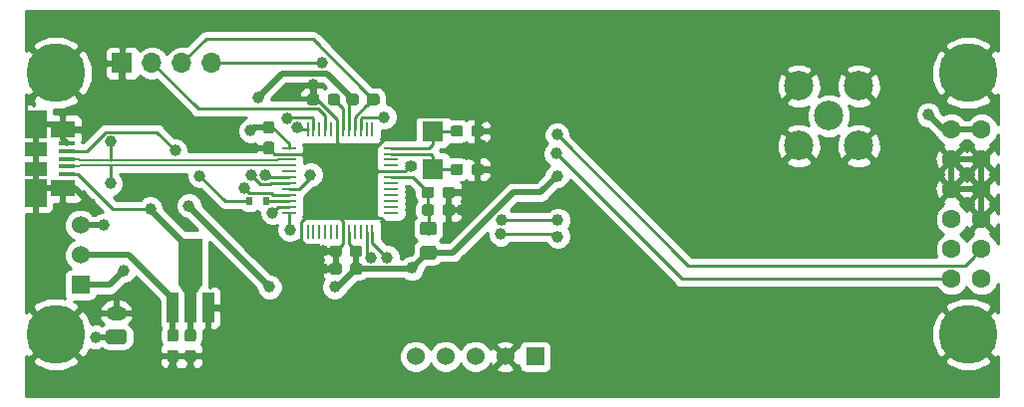
<source format=gbl>
G04 #@! TF.GenerationSoftware,KiCad,Pcbnew,6.0.0-rc1-unknown-ad9916a~66~ubuntu18.04.1*
G04 #@! TF.CreationDate,2018-11-28T19:20:37-03:00*
G04 #@! TF.ProjectId,Femtosat,46656d74-6f73-4617-942e-6b696361645f,rev?*
G04 #@! TF.SameCoordinates,Original*
G04 #@! TF.FileFunction,Copper,L2,Bot*
G04 #@! TF.FilePolarity,Positive*
%FSLAX46Y46*%
G04 Gerber Fmt 4.6, Leading zero omitted, Abs format (unit mm)*
G04 Created by KiCad (PCBNEW 6.0.0-rc1-unknown-ad9916a~66~ubuntu18.04.1) date mié 28 nov 2018 19:20:37 -03*
%MOMM*%
%LPD*%
G01*
G04 APERTURE LIST*
G04 #@! TA.AperFunction,ComponentPad*
%ADD10R,1.524000X1.524000*%
G04 #@! TD*
G04 #@! TA.AperFunction,ComponentPad*
%ADD11C,1.524000*%
G04 #@! TD*
G04 #@! TA.AperFunction,ComponentPad*
%ADD12C,5.000000*%
G04 #@! TD*
G04 #@! TA.AperFunction,ComponentPad*
%ADD13C,1.600000*%
G04 #@! TD*
G04 #@! TA.AperFunction,ComponentPad*
%ADD14C,2.500000*%
G04 #@! TD*
G04 #@! TA.AperFunction,Conductor*
%ADD15C,0.100000*%
G04 #@! TD*
G04 #@! TA.AperFunction,SMDPad,CuDef*
%ADD16C,0.950000*%
G04 #@! TD*
G04 #@! TA.AperFunction,SMDPad,CuDef*
%ADD17R,0.600000X0.700000*%
G04 #@! TD*
G04 #@! TA.AperFunction,SMDPad,CuDef*
%ADD18R,1.380000X0.450000*%
G04 #@! TD*
G04 #@! TA.AperFunction,SMDPad,CuDef*
%ADD19R,2.100000X1.475000*%
G04 #@! TD*
G04 #@! TA.AperFunction,SMDPad,CuDef*
%ADD20R,1.900000X2.375000*%
G04 #@! TD*
G04 #@! TA.AperFunction,SMDPad,CuDef*
%ADD21R,1.900000X1.175000*%
G04 #@! TD*
G04 #@! TA.AperFunction,SMDPad,CuDef*
%ADD22C,1.150000*%
G04 #@! TD*
G04 #@! TA.AperFunction,SMDPad,CuDef*
%ADD23R,1.000000X2.500000*%
G04 #@! TD*
G04 #@! TA.AperFunction,SMDPad,CuDef*
%ADD24R,2.000000X4.000000*%
G04 #@! TD*
G04 #@! TA.AperFunction,SMDPad,CuDef*
%ADD25C,0.750000*%
G04 #@! TD*
G04 #@! TA.AperFunction,SMDPad,CuDef*
%ADD26R,1.300000X0.250000*%
G04 #@! TD*
G04 #@! TA.AperFunction,SMDPad,CuDef*
%ADD27R,0.250000X1.300000*%
G04 #@! TD*
G04 #@! TA.AperFunction,SMDPad,CuDef*
%ADD28R,1.800000X1.750000*%
G04 #@! TD*
G04 #@! TA.AperFunction,ComponentPad*
%ADD29R,1.700000X1.700000*%
G04 #@! TD*
G04 #@! TA.AperFunction,ComponentPad*
%ADD30O,1.700000X1.700000*%
G04 #@! TD*
G04 #@! TA.AperFunction,ComponentPad*
%ADD31C,1.200000*%
G04 #@! TD*
G04 #@! TA.AperFunction,ComponentPad*
%ADD32O,1.750000X1.200000*%
G04 #@! TD*
G04 #@! TA.AperFunction,ViaPad*
%ADD33C,1.000000*%
G04 #@! TD*
G04 #@! TA.AperFunction,Conductor*
%ADD34C,0.500000*%
G04 #@! TD*
G04 #@! TA.AperFunction,Conductor*
%ADD35C,0.250000*%
G04 #@! TD*
G04 #@! TA.AperFunction,Conductor*
%ADD36C,0.200000*%
G04 #@! TD*
G04 #@! TA.AperFunction,Conductor*
%ADD37C,0.254000*%
G04 #@! TD*
G04 APERTURE END LIST*
D10*
G04 #@! TO.P,U5,1*
G04 #@! TO.N,Net-(U5-Pad1)*
X145080000Y-80430000D03*
D11*
G04 #@! TO.P,U5,2*
G04 #@! TO.N,GND*
X142540000Y-80430000D03*
G04 #@! TO.P,U5,3*
G04 #@! TO.N,/3V3*
X140000000Y-80430000D03*
G04 #@! TO.P,U5,4*
G04 #@! TO.N,/SDA*
X137460000Y-80430000D03*
G04 #@! TO.P,U5,5*
G04 #@! TO.N,/SCL*
X134920000Y-80430000D03*
G04 #@! TD*
D12*
G04 #@! TO.P,U2,*
G04 #@! TO.N,GND*
X104360000Y-56285000D03*
X104360000Y-78515000D03*
X181840000Y-56285000D03*
X181840000Y-78515000D03*
D13*
G04 #@! TO.P,U2,1*
G04 #@! TO.N,/3V3*
X180440000Y-61115000D03*
G04 #@! TO.P,U2,2*
X182980000Y-61115000D03*
G04 #@! TO.P,U2,3*
G04 #@! TO.N,GND*
X180440000Y-63655000D03*
G04 #@! TO.P,U2,4*
X182980000Y-63655000D03*
G04 #@! TO.P,U2,5*
X180440000Y-66195000D03*
G04 #@! TO.P,U2,6*
X182980000Y-66195000D03*
G04 #@! TO.P,U2,7*
G04 #@! TO.N,Net-(U2-Pad7)*
X180440000Y-68735000D03*
G04 #@! TO.P,U2,8*
G04 #@! TO.N,GND*
X182980000Y-68735000D03*
G04 #@! TO.P,U2,9*
G04 #@! TO.N,Net-(U2-Pad9)*
X180440000Y-71275000D03*
G04 #@! TO.P,U2,10*
G04 #@! TO.N,/RX*
X182980000Y-71275000D03*
G04 #@! TO.P,U2,11*
G04 #@! TO.N,/TX*
X180440000Y-73815000D03*
G04 #@! TO.P,U2,12*
G04 #@! TO.N,Net-(U2-Pad12)*
X182980000Y-73815000D03*
G04 #@! TD*
D14*
G04 #@! TO.P,J3,2*
G04 #@! TO.N,GND*
X167460000Y-57410000D03*
G04 #@! TO.P,J3,3*
X167460000Y-62490000D03*
G04 #@! TO.P,J3,5*
X172540000Y-57410000D03*
G04 #@! TO.P,J3,4*
X172540000Y-62490000D03*
G04 #@! TO.P,J3,1*
G04 #@! TO.N,/Communication/ANT*
X170000000Y-59950000D03*
G04 #@! TD*
D15*
G04 #@! TO.N,/3V3*
G04 #@! TO.C,C4*
G36*
X130185779Y-72476144D02*
X130208834Y-72479563D01*
X130231443Y-72485227D01*
X130253387Y-72493079D01*
X130274457Y-72503044D01*
X130294448Y-72515026D01*
X130313168Y-72528910D01*
X130330438Y-72544562D01*
X130346090Y-72561832D01*
X130359974Y-72580552D01*
X130371956Y-72600543D01*
X130381921Y-72621613D01*
X130389773Y-72643557D01*
X130395437Y-72666166D01*
X130398856Y-72689221D01*
X130400000Y-72712500D01*
X130400000Y-73187500D01*
X130398856Y-73210779D01*
X130395437Y-73233834D01*
X130389773Y-73256443D01*
X130381921Y-73278387D01*
X130371956Y-73299457D01*
X130359974Y-73319448D01*
X130346090Y-73338168D01*
X130330438Y-73355438D01*
X130313168Y-73371090D01*
X130294448Y-73384974D01*
X130274457Y-73396956D01*
X130253387Y-73406921D01*
X130231443Y-73414773D01*
X130208834Y-73420437D01*
X130185779Y-73423856D01*
X130162500Y-73425000D01*
X129587500Y-73425000D01*
X129564221Y-73423856D01*
X129541166Y-73420437D01*
X129518557Y-73414773D01*
X129496613Y-73406921D01*
X129475543Y-73396956D01*
X129455552Y-73384974D01*
X129436832Y-73371090D01*
X129419562Y-73355438D01*
X129403910Y-73338168D01*
X129390026Y-73319448D01*
X129378044Y-73299457D01*
X129368079Y-73278387D01*
X129360227Y-73256443D01*
X129354563Y-73233834D01*
X129351144Y-73210779D01*
X129350000Y-73187500D01*
X129350000Y-72712500D01*
X129351144Y-72689221D01*
X129354563Y-72666166D01*
X129360227Y-72643557D01*
X129368079Y-72621613D01*
X129378044Y-72600543D01*
X129390026Y-72580552D01*
X129403910Y-72561832D01*
X129419562Y-72544562D01*
X129436832Y-72528910D01*
X129455552Y-72515026D01*
X129475543Y-72503044D01*
X129496613Y-72493079D01*
X129518557Y-72485227D01*
X129541166Y-72479563D01*
X129564221Y-72476144D01*
X129587500Y-72475000D01*
X130162500Y-72475000D01*
X130185779Y-72476144D01*
X130185779Y-72476144D01*
G37*
D16*
G04 #@! TD*
G04 #@! TO.P,C4,1*
G04 #@! TO.N,/3V3*
X129875000Y-72950000D03*
D15*
G04 #@! TO.N,GND*
G04 #@! TO.C,C4*
G36*
X128435779Y-72476144D02*
X128458834Y-72479563D01*
X128481443Y-72485227D01*
X128503387Y-72493079D01*
X128524457Y-72503044D01*
X128544448Y-72515026D01*
X128563168Y-72528910D01*
X128580438Y-72544562D01*
X128596090Y-72561832D01*
X128609974Y-72580552D01*
X128621956Y-72600543D01*
X128631921Y-72621613D01*
X128639773Y-72643557D01*
X128645437Y-72666166D01*
X128648856Y-72689221D01*
X128650000Y-72712500D01*
X128650000Y-73187500D01*
X128648856Y-73210779D01*
X128645437Y-73233834D01*
X128639773Y-73256443D01*
X128631921Y-73278387D01*
X128621956Y-73299457D01*
X128609974Y-73319448D01*
X128596090Y-73338168D01*
X128580438Y-73355438D01*
X128563168Y-73371090D01*
X128544448Y-73384974D01*
X128524457Y-73396956D01*
X128503387Y-73406921D01*
X128481443Y-73414773D01*
X128458834Y-73420437D01*
X128435779Y-73423856D01*
X128412500Y-73425000D01*
X127837500Y-73425000D01*
X127814221Y-73423856D01*
X127791166Y-73420437D01*
X127768557Y-73414773D01*
X127746613Y-73406921D01*
X127725543Y-73396956D01*
X127705552Y-73384974D01*
X127686832Y-73371090D01*
X127669562Y-73355438D01*
X127653910Y-73338168D01*
X127640026Y-73319448D01*
X127628044Y-73299457D01*
X127618079Y-73278387D01*
X127610227Y-73256443D01*
X127604563Y-73233834D01*
X127601144Y-73210779D01*
X127600000Y-73187500D01*
X127600000Y-72712500D01*
X127601144Y-72689221D01*
X127604563Y-72666166D01*
X127610227Y-72643557D01*
X127618079Y-72621613D01*
X127628044Y-72600543D01*
X127640026Y-72580552D01*
X127653910Y-72561832D01*
X127669562Y-72544562D01*
X127686832Y-72528910D01*
X127705552Y-72515026D01*
X127725543Y-72503044D01*
X127746613Y-72493079D01*
X127768557Y-72485227D01*
X127791166Y-72479563D01*
X127814221Y-72476144D01*
X127837500Y-72475000D01*
X128412500Y-72475000D01*
X128435779Y-72476144D01*
X128435779Y-72476144D01*
G37*
D16*
G04 #@! TD*
G04 #@! TO.P,C4,2*
G04 #@! TO.N,GND*
X128125000Y-72950000D03*
D15*
G04 #@! TO.N,/VDDCORE*
G04 #@! TO.C,C5*
G36*
X128285779Y-58076144D02*
X128308834Y-58079563D01*
X128331443Y-58085227D01*
X128353387Y-58093079D01*
X128374457Y-58103044D01*
X128394448Y-58115026D01*
X128413168Y-58128910D01*
X128430438Y-58144562D01*
X128446090Y-58161832D01*
X128459974Y-58180552D01*
X128471956Y-58200543D01*
X128481921Y-58221613D01*
X128489773Y-58243557D01*
X128495437Y-58266166D01*
X128498856Y-58289221D01*
X128500000Y-58312500D01*
X128500000Y-58787500D01*
X128498856Y-58810779D01*
X128495437Y-58833834D01*
X128489773Y-58856443D01*
X128481921Y-58878387D01*
X128471956Y-58899457D01*
X128459974Y-58919448D01*
X128446090Y-58938168D01*
X128430438Y-58955438D01*
X128413168Y-58971090D01*
X128394448Y-58984974D01*
X128374457Y-58996956D01*
X128353387Y-59006921D01*
X128331443Y-59014773D01*
X128308834Y-59020437D01*
X128285779Y-59023856D01*
X128262500Y-59025000D01*
X127687500Y-59025000D01*
X127664221Y-59023856D01*
X127641166Y-59020437D01*
X127618557Y-59014773D01*
X127596613Y-59006921D01*
X127575543Y-58996956D01*
X127555552Y-58984974D01*
X127536832Y-58971090D01*
X127519562Y-58955438D01*
X127503910Y-58938168D01*
X127490026Y-58919448D01*
X127478044Y-58899457D01*
X127468079Y-58878387D01*
X127460227Y-58856443D01*
X127454563Y-58833834D01*
X127451144Y-58810779D01*
X127450000Y-58787500D01*
X127450000Y-58312500D01*
X127451144Y-58289221D01*
X127454563Y-58266166D01*
X127460227Y-58243557D01*
X127468079Y-58221613D01*
X127478044Y-58200543D01*
X127490026Y-58180552D01*
X127503910Y-58161832D01*
X127519562Y-58144562D01*
X127536832Y-58128910D01*
X127555552Y-58115026D01*
X127575543Y-58103044D01*
X127596613Y-58093079D01*
X127618557Y-58085227D01*
X127641166Y-58079563D01*
X127664221Y-58076144D01*
X127687500Y-58075000D01*
X128262500Y-58075000D01*
X128285779Y-58076144D01*
X128285779Y-58076144D01*
G37*
D16*
G04 #@! TD*
G04 #@! TO.P,C5,1*
G04 #@! TO.N,/VDDCORE*
X127975000Y-58550000D03*
D15*
G04 #@! TO.N,GND*
G04 #@! TO.C,C5*
G36*
X126535779Y-58076144D02*
X126558834Y-58079563D01*
X126581443Y-58085227D01*
X126603387Y-58093079D01*
X126624457Y-58103044D01*
X126644448Y-58115026D01*
X126663168Y-58128910D01*
X126680438Y-58144562D01*
X126696090Y-58161832D01*
X126709974Y-58180552D01*
X126721956Y-58200543D01*
X126731921Y-58221613D01*
X126739773Y-58243557D01*
X126745437Y-58266166D01*
X126748856Y-58289221D01*
X126750000Y-58312500D01*
X126750000Y-58787500D01*
X126748856Y-58810779D01*
X126745437Y-58833834D01*
X126739773Y-58856443D01*
X126731921Y-58878387D01*
X126721956Y-58899457D01*
X126709974Y-58919448D01*
X126696090Y-58938168D01*
X126680438Y-58955438D01*
X126663168Y-58971090D01*
X126644448Y-58984974D01*
X126624457Y-58996956D01*
X126603387Y-59006921D01*
X126581443Y-59014773D01*
X126558834Y-59020437D01*
X126535779Y-59023856D01*
X126512500Y-59025000D01*
X125937500Y-59025000D01*
X125914221Y-59023856D01*
X125891166Y-59020437D01*
X125868557Y-59014773D01*
X125846613Y-59006921D01*
X125825543Y-58996956D01*
X125805552Y-58984974D01*
X125786832Y-58971090D01*
X125769562Y-58955438D01*
X125753910Y-58938168D01*
X125740026Y-58919448D01*
X125728044Y-58899457D01*
X125718079Y-58878387D01*
X125710227Y-58856443D01*
X125704563Y-58833834D01*
X125701144Y-58810779D01*
X125700000Y-58787500D01*
X125700000Y-58312500D01*
X125701144Y-58289221D01*
X125704563Y-58266166D01*
X125710227Y-58243557D01*
X125718079Y-58221613D01*
X125728044Y-58200543D01*
X125740026Y-58180552D01*
X125753910Y-58161832D01*
X125769562Y-58144562D01*
X125786832Y-58128910D01*
X125805552Y-58115026D01*
X125825543Y-58103044D01*
X125846613Y-58093079D01*
X125868557Y-58085227D01*
X125891166Y-58079563D01*
X125914221Y-58076144D01*
X125937500Y-58075000D01*
X126512500Y-58075000D01*
X126535779Y-58076144D01*
X126535779Y-58076144D01*
G37*
D16*
G04 #@! TD*
G04 #@! TO.P,C5,2*
G04 #@! TO.N,GND*
X126225000Y-58550000D03*
D15*
G04 #@! TO.N,GND*
G04 #@! TO.C,C2a1*
G36*
X138035779Y-65976144D02*
X138058834Y-65979563D01*
X138081443Y-65985227D01*
X138103387Y-65993079D01*
X138124457Y-66003044D01*
X138144448Y-66015026D01*
X138163168Y-66028910D01*
X138180438Y-66044562D01*
X138196090Y-66061832D01*
X138209974Y-66080552D01*
X138221956Y-66100543D01*
X138231921Y-66121613D01*
X138239773Y-66143557D01*
X138245437Y-66166166D01*
X138248856Y-66189221D01*
X138250000Y-66212500D01*
X138250000Y-66687500D01*
X138248856Y-66710779D01*
X138245437Y-66733834D01*
X138239773Y-66756443D01*
X138231921Y-66778387D01*
X138221956Y-66799457D01*
X138209974Y-66819448D01*
X138196090Y-66838168D01*
X138180438Y-66855438D01*
X138163168Y-66871090D01*
X138144448Y-66884974D01*
X138124457Y-66896956D01*
X138103387Y-66906921D01*
X138081443Y-66914773D01*
X138058834Y-66920437D01*
X138035779Y-66923856D01*
X138012500Y-66925000D01*
X137437500Y-66925000D01*
X137414221Y-66923856D01*
X137391166Y-66920437D01*
X137368557Y-66914773D01*
X137346613Y-66906921D01*
X137325543Y-66896956D01*
X137305552Y-66884974D01*
X137286832Y-66871090D01*
X137269562Y-66855438D01*
X137253910Y-66838168D01*
X137240026Y-66819448D01*
X137228044Y-66799457D01*
X137218079Y-66778387D01*
X137210227Y-66756443D01*
X137204563Y-66733834D01*
X137201144Y-66710779D01*
X137200000Y-66687500D01*
X137200000Y-66212500D01*
X137201144Y-66189221D01*
X137204563Y-66166166D01*
X137210227Y-66143557D01*
X137218079Y-66121613D01*
X137228044Y-66100543D01*
X137240026Y-66080552D01*
X137253910Y-66061832D01*
X137269562Y-66044562D01*
X137286832Y-66028910D01*
X137305552Y-66015026D01*
X137325543Y-66003044D01*
X137346613Y-65993079D01*
X137368557Y-65985227D01*
X137391166Y-65979563D01*
X137414221Y-65976144D01*
X137437500Y-65975000D01*
X138012500Y-65975000D01*
X138035779Y-65976144D01*
X138035779Y-65976144D01*
G37*
D16*
G04 #@! TD*
G04 #@! TO.P,C2a1,2*
G04 #@! TO.N,GND*
X137725000Y-66450000D03*
D15*
G04 #@! TO.N,/VDDANA*
G04 #@! TO.C,C2a1*
G36*
X136285779Y-65976144D02*
X136308834Y-65979563D01*
X136331443Y-65985227D01*
X136353387Y-65993079D01*
X136374457Y-66003044D01*
X136394448Y-66015026D01*
X136413168Y-66028910D01*
X136430438Y-66044562D01*
X136446090Y-66061832D01*
X136459974Y-66080552D01*
X136471956Y-66100543D01*
X136481921Y-66121613D01*
X136489773Y-66143557D01*
X136495437Y-66166166D01*
X136498856Y-66189221D01*
X136500000Y-66212500D01*
X136500000Y-66687500D01*
X136498856Y-66710779D01*
X136495437Y-66733834D01*
X136489773Y-66756443D01*
X136481921Y-66778387D01*
X136471956Y-66799457D01*
X136459974Y-66819448D01*
X136446090Y-66838168D01*
X136430438Y-66855438D01*
X136413168Y-66871090D01*
X136394448Y-66884974D01*
X136374457Y-66896956D01*
X136353387Y-66906921D01*
X136331443Y-66914773D01*
X136308834Y-66920437D01*
X136285779Y-66923856D01*
X136262500Y-66925000D01*
X135687500Y-66925000D01*
X135664221Y-66923856D01*
X135641166Y-66920437D01*
X135618557Y-66914773D01*
X135596613Y-66906921D01*
X135575543Y-66896956D01*
X135555552Y-66884974D01*
X135536832Y-66871090D01*
X135519562Y-66855438D01*
X135503910Y-66838168D01*
X135490026Y-66819448D01*
X135478044Y-66799457D01*
X135468079Y-66778387D01*
X135460227Y-66756443D01*
X135454563Y-66733834D01*
X135451144Y-66710779D01*
X135450000Y-66687500D01*
X135450000Y-66212500D01*
X135451144Y-66189221D01*
X135454563Y-66166166D01*
X135460227Y-66143557D01*
X135468079Y-66121613D01*
X135478044Y-66100543D01*
X135490026Y-66080552D01*
X135503910Y-66061832D01*
X135519562Y-66044562D01*
X135536832Y-66028910D01*
X135555552Y-66015026D01*
X135575543Y-66003044D01*
X135596613Y-65993079D01*
X135618557Y-65985227D01*
X135641166Y-65979563D01*
X135664221Y-65976144D01*
X135687500Y-65975000D01*
X136262500Y-65975000D01*
X136285779Y-65976144D01*
X136285779Y-65976144D01*
G37*
D16*
G04 #@! TD*
G04 #@! TO.P,C2a1,1*
G04 #@! TO.N,/VDDANA*
X135975000Y-66450000D03*
D15*
G04 #@! TO.N,GND*
G04 #@! TO.C,C2b1*
G36*
X138035779Y-67476144D02*
X138058834Y-67479563D01*
X138081443Y-67485227D01*
X138103387Y-67493079D01*
X138124457Y-67503044D01*
X138144448Y-67515026D01*
X138163168Y-67528910D01*
X138180438Y-67544562D01*
X138196090Y-67561832D01*
X138209974Y-67580552D01*
X138221956Y-67600543D01*
X138231921Y-67621613D01*
X138239773Y-67643557D01*
X138245437Y-67666166D01*
X138248856Y-67689221D01*
X138250000Y-67712500D01*
X138250000Y-68187500D01*
X138248856Y-68210779D01*
X138245437Y-68233834D01*
X138239773Y-68256443D01*
X138231921Y-68278387D01*
X138221956Y-68299457D01*
X138209974Y-68319448D01*
X138196090Y-68338168D01*
X138180438Y-68355438D01*
X138163168Y-68371090D01*
X138144448Y-68384974D01*
X138124457Y-68396956D01*
X138103387Y-68406921D01*
X138081443Y-68414773D01*
X138058834Y-68420437D01*
X138035779Y-68423856D01*
X138012500Y-68425000D01*
X137437500Y-68425000D01*
X137414221Y-68423856D01*
X137391166Y-68420437D01*
X137368557Y-68414773D01*
X137346613Y-68406921D01*
X137325543Y-68396956D01*
X137305552Y-68384974D01*
X137286832Y-68371090D01*
X137269562Y-68355438D01*
X137253910Y-68338168D01*
X137240026Y-68319448D01*
X137228044Y-68299457D01*
X137218079Y-68278387D01*
X137210227Y-68256443D01*
X137204563Y-68233834D01*
X137201144Y-68210779D01*
X137200000Y-68187500D01*
X137200000Y-67712500D01*
X137201144Y-67689221D01*
X137204563Y-67666166D01*
X137210227Y-67643557D01*
X137218079Y-67621613D01*
X137228044Y-67600543D01*
X137240026Y-67580552D01*
X137253910Y-67561832D01*
X137269562Y-67544562D01*
X137286832Y-67528910D01*
X137305552Y-67515026D01*
X137325543Y-67503044D01*
X137346613Y-67493079D01*
X137368557Y-67485227D01*
X137391166Y-67479563D01*
X137414221Y-67476144D01*
X137437500Y-67475000D01*
X138012500Y-67475000D01*
X138035779Y-67476144D01*
X138035779Y-67476144D01*
G37*
D16*
G04 #@! TD*
G04 #@! TO.P,C2b1,2*
G04 #@! TO.N,GND*
X137725000Y-67950000D03*
D15*
G04 #@! TO.N,/VDDANA*
G04 #@! TO.C,C2b1*
G36*
X136285779Y-67476144D02*
X136308834Y-67479563D01*
X136331443Y-67485227D01*
X136353387Y-67493079D01*
X136374457Y-67503044D01*
X136394448Y-67515026D01*
X136413168Y-67528910D01*
X136430438Y-67544562D01*
X136446090Y-67561832D01*
X136459974Y-67580552D01*
X136471956Y-67600543D01*
X136481921Y-67621613D01*
X136489773Y-67643557D01*
X136495437Y-67666166D01*
X136498856Y-67689221D01*
X136500000Y-67712500D01*
X136500000Y-68187500D01*
X136498856Y-68210779D01*
X136495437Y-68233834D01*
X136489773Y-68256443D01*
X136481921Y-68278387D01*
X136471956Y-68299457D01*
X136459974Y-68319448D01*
X136446090Y-68338168D01*
X136430438Y-68355438D01*
X136413168Y-68371090D01*
X136394448Y-68384974D01*
X136374457Y-68396956D01*
X136353387Y-68406921D01*
X136331443Y-68414773D01*
X136308834Y-68420437D01*
X136285779Y-68423856D01*
X136262500Y-68425000D01*
X135687500Y-68425000D01*
X135664221Y-68423856D01*
X135641166Y-68420437D01*
X135618557Y-68414773D01*
X135596613Y-68406921D01*
X135575543Y-68396956D01*
X135555552Y-68384974D01*
X135536832Y-68371090D01*
X135519562Y-68355438D01*
X135503910Y-68338168D01*
X135490026Y-68319448D01*
X135478044Y-68299457D01*
X135468079Y-68278387D01*
X135460227Y-68256443D01*
X135454563Y-68233834D01*
X135451144Y-68210779D01*
X135450000Y-68187500D01*
X135450000Y-67712500D01*
X135451144Y-67689221D01*
X135454563Y-67666166D01*
X135460227Y-67643557D01*
X135468079Y-67621613D01*
X135478044Y-67600543D01*
X135490026Y-67580552D01*
X135503910Y-67561832D01*
X135519562Y-67544562D01*
X135536832Y-67528910D01*
X135555552Y-67515026D01*
X135575543Y-67503044D01*
X135596613Y-67493079D01*
X135618557Y-67485227D01*
X135641166Y-67479563D01*
X135664221Y-67476144D01*
X135687500Y-67475000D01*
X136262500Y-67475000D01*
X136285779Y-67476144D01*
X136285779Y-67476144D01*
G37*
D16*
G04 #@! TD*
G04 #@! TO.P,C2b1,1*
G04 #@! TO.N,/VDDANA*
X135975000Y-67950000D03*
D15*
G04 #@! TO.N,GND*
G04 #@! TO.C,C3a1*
G36*
X128435779Y-70976144D02*
X128458834Y-70979563D01*
X128481443Y-70985227D01*
X128503387Y-70993079D01*
X128524457Y-71003044D01*
X128544448Y-71015026D01*
X128563168Y-71028910D01*
X128580438Y-71044562D01*
X128596090Y-71061832D01*
X128609974Y-71080552D01*
X128621956Y-71100543D01*
X128631921Y-71121613D01*
X128639773Y-71143557D01*
X128645437Y-71166166D01*
X128648856Y-71189221D01*
X128650000Y-71212500D01*
X128650000Y-71687500D01*
X128648856Y-71710779D01*
X128645437Y-71733834D01*
X128639773Y-71756443D01*
X128631921Y-71778387D01*
X128621956Y-71799457D01*
X128609974Y-71819448D01*
X128596090Y-71838168D01*
X128580438Y-71855438D01*
X128563168Y-71871090D01*
X128544448Y-71884974D01*
X128524457Y-71896956D01*
X128503387Y-71906921D01*
X128481443Y-71914773D01*
X128458834Y-71920437D01*
X128435779Y-71923856D01*
X128412500Y-71925000D01*
X127837500Y-71925000D01*
X127814221Y-71923856D01*
X127791166Y-71920437D01*
X127768557Y-71914773D01*
X127746613Y-71906921D01*
X127725543Y-71896956D01*
X127705552Y-71884974D01*
X127686832Y-71871090D01*
X127669562Y-71855438D01*
X127653910Y-71838168D01*
X127640026Y-71819448D01*
X127628044Y-71799457D01*
X127618079Y-71778387D01*
X127610227Y-71756443D01*
X127604563Y-71733834D01*
X127601144Y-71710779D01*
X127600000Y-71687500D01*
X127600000Y-71212500D01*
X127601144Y-71189221D01*
X127604563Y-71166166D01*
X127610227Y-71143557D01*
X127618079Y-71121613D01*
X127628044Y-71100543D01*
X127640026Y-71080552D01*
X127653910Y-71061832D01*
X127669562Y-71044562D01*
X127686832Y-71028910D01*
X127705552Y-71015026D01*
X127725543Y-71003044D01*
X127746613Y-70993079D01*
X127768557Y-70985227D01*
X127791166Y-70979563D01*
X127814221Y-70976144D01*
X127837500Y-70975000D01*
X128412500Y-70975000D01*
X128435779Y-70976144D01*
X128435779Y-70976144D01*
G37*
D16*
G04 #@! TD*
G04 #@! TO.P,C3a1,2*
G04 #@! TO.N,GND*
X128125000Y-71450000D03*
D15*
G04 #@! TO.N,/3V3*
G04 #@! TO.C,C3a1*
G36*
X130185779Y-70976144D02*
X130208834Y-70979563D01*
X130231443Y-70985227D01*
X130253387Y-70993079D01*
X130274457Y-71003044D01*
X130294448Y-71015026D01*
X130313168Y-71028910D01*
X130330438Y-71044562D01*
X130346090Y-71061832D01*
X130359974Y-71080552D01*
X130371956Y-71100543D01*
X130381921Y-71121613D01*
X130389773Y-71143557D01*
X130395437Y-71166166D01*
X130398856Y-71189221D01*
X130400000Y-71212500D01*
X130400000Y-71687500D01*
X130398856Y-71710779D01*
X130395437Y-71733834D01*
X130389773Y-71756443D01*
X130381921Y-71778387D01*
X130371956Y-71799457D01*
X130359974Y-71819448D01*
X130346090Y-71838168D01*
X130330438Y-71855438D01*
X130313168Y-71871090D01*
X130294448Y-71884974D01*
X130274457Y-71896956D01*
X130253387Y-71906921D01*
X130231443Y-71914773D01*
X130208834Y-71920437D01*
X130185779Y-71923856D01*
X130162500Y-71925000D01*
X129587500Y-71925000D01*
X129564221Y-71923856D01*
X129541166Y-71920437D01*
X129518557Y-71914773D01*
X129496613Y-71906921D01*
X129475543Y-71896956D01*
X129455552Y-71884974D01*
X129436832Y-71871090D01*
X129419562Y-71855438D01*
X129403910Y-71838168D01*
X129390026Y-71819448D01*
X129378044Y-71799457D01*
X129368079Y-71778387D01*
X129360227Y-71756443D01*
X129354563Y-71733834D01*
X129351144Y-71710779D01*
X129350000Y-71687500D01*
X129350000Y-71212500D01*
X129351144Y-71189221D01*
X129354563Y-71166166D01*
X129360227Y-71143557D01*
X129368079Y-71121613D01*
X129378044Y-71100543D01*
X129390026Y-71080552D01*
X129403910Y-71061832D01*
X129419562Y-71044562D01*
X129436832Y-71028910D01*
X129455552Y-71015026D01*
X129475543Y-71003044D01*
X129496613Y-70993079D01*
X129518557Y-70985227D01*
X129541166Y-70979563D01*
X129564221Y-70976144D01*
X129587500Y-70975000D01*
X130162500Y-70975000D01*
X130185779Y-70976144D01*
X130185779Y-70976144D01*
G37*
D16*
G04 #@! TD*
G04 #@! TO.P,C3a1,1*
G04 #@! TO.N,/3V3*
X129875000Y-71450000D03*
D15*
G04 #@! TO.N,/3V3*
G04 #@! TO.C,C3b1*
G36*
X122710779Y-60401144D02*
X122733834Y-60404563D01*
X122756443Y-60410227D01*
X122778387Y-60418079D01*
X122799457Y-60428044D01*
X122819448Y-60440026D01*
X122838168Y-60453910D01*
X122855438Y-60469562D01*
X122871090Y-60486832D01*
X122884974Y-60505552D01*
X122896956Y-60525543D01*
X122906921Y-60546613D01*
X122914773Y-60568557D01*
X122920437Y-60591166D01*
X122923856Y-60614221D01*
X122925000Y-60637500D01*
X122925000Y-61212500D01*
X122923856Y-61235779D01*
X122920437Y-61258834D01*
X122914773Y-61281443D01*
X122906921Y-61303387D01*
X122896956Y-61324457D01*
X122884974Y-61344448D01*
X122871090Y-61363168D01*
X122855438Y-61380438D01*
X122838168Y-61396090D01*
X122819448Y-61409974D01*
X122799457Y-61421956D01*
X122778387Y-61431921D01*
X122756443Y-61439773D01*
X122733834Y-61445437D01*
X122710779Y-61448856D01*
X122687500Y-61450000D01*
X122212500Y-61450000D01*
X122189221Y-61448856D01*
X122166166Y-61445437D01*
X122143557Y-61439773D01*
X122121613Y-61431921D01*
X122100543Y-61421956D01*
X122080552Y-61409974D01*
X122061832Y-61396090D01*
X122044562Y-61380438D01*
X122028910Y-61363168D01*
X122015026Y-61344448D01*
X122003044Y-61324457D01*
X121993079Y-61303387D01*
X121985227Y-61281443D01*
X121979563Y-61258834D01*
X121976144Y-61235779D01*
X121975000Y-61212500D01*
X121975000Y-60637500D01*
X121976144Y-60614221D01*
X121979563Y-60591166D01*
X121985227Y-60568557D01*
X121993079Y-60546613D01*
X122003044Y-60525543D01*
X122015026Y-60505552D01*
X122028910Y-60486832D01*
X122044562Y-60469562D01*
X122061832Y-60453910D01*
X122080552Y-60440026D01*
X122100543Y-60428044D01*
X122121613Y-60418079D01*
X122143557Y-60410227D01*
X122166166Y-60404563D01*
X122189221Y-60401144D01*
X122212500Y-60400000D01*
X122687500Y-60400000D01*
X122710779Y-60401144D01*
X122710779Y-60401144D01*
G37*
D16*
G04 #@! TD*
G04 #@! TO.P,C3b1,1*
G04 #@! TO.N,/3V3*
X122450000Y-60925000D03*
D15*
G04 #@! TO.N,GND*
G04 #@! TO.C,C3b1*
G36*
X122710779Y-62151144D02*
X122733834Y-62154563D01*
X122756443Y-62160227D01*
X122778387Y-62168079D01*
X122799457Y-62178044D01*
X122819448Y-62190026D01*
X122838168Y-62203910D01*
X122855438Y-62219562D01*
X122871090Y-62236832D01*
X122884974Y-62255552D01*
X122896956Y-62275543D01*
X122906921Y-62296613D01*
X122914773Y-62318557D01*
X122920437Y-62341166D01*
X122923856Y-62364221D01*
X122925000Y-62387500D01*
X122925000Y-62962500D01*
X122923856Y-62985779D01*
X122920437Y-63008834D01*
X122914773Y-63031443D01*
X122906921Y-63053387D01*
X122896956Y-63074457D01*
X122884974Y-63094448D01*
X122871090Y-63113168D01*
X122855438Y-63130438D01*
X122838168Y-63146090D01*
X122819448Y-63159974D01*
X122799457Y-63171956D01*
X122778387Y-63181921D01*
X122756443Y-63189773D01*
X122733834Y-63195437D01*
X122710779Y-63198856D01*
X122687500Y-63200000D01*
X122212500Y-63200000D01*
X122189221Y-63198856D01*
X122166166Y-63195437D01*
X122143557Y-63189773D01*
X122121613Y-63181921D01*
X122100543Y-63171956D01*
X122080552Y-63159974D01*
X122061832Y-63146090D01*
X122044562Y-63130438D01*
X122028910Y-63113168D01*
X122015026Y-63094448D01*
X122003044Y-63074457D01*
X121993079Y-63053387D01*
X121985227Y-63031443D01*
X121979563Y-63008834D01*
X121976144Y-62985779D01*
X121975000Y-62962500D01*
X121975000Y-62387500D01*
X121976144Y-62364221D01*
X121979563Y-62341166D01*
X121985227Y-62318557D01*
X121993079Y-62296613D01*
X122003044Y-62275543D01*
X122015026Y-62255552D01*
X122028910Y-62236832D01*
X122044562Y-62219562D01*
X122061832Y-62203910D01*
X122080552Y-62190026D01*
X122100543Y-62178044D01*
X122121613Y-62168079D01*
X122143557Y-62160227D01*
X122166166Y-62154563D01*
X122189221Y-62151144D01*
X122212500Y-62150000D01*
X122687500Y-62150000D01*
X122710779Y-62151144D01*
X122710779Y-62151144D01*
G37*
D16*
G04 #@! TD*
G04 #@! TO.P,C3b1,2*
G04 #@! TO.N,GND*
X122450000Y-62675000D03*
D15*
G04 #@! TO.N,/XIN32*
G04 #@! TO.C,Cc1*
G36*
X138735779Y-60776144D02*
X138758834Y-60779563D01*
X138781443Y-60785227D01*
X138803387Y-60793079D01*
X138824457Y-60803044D01*
X138844448Y-60815026D01*
X138863168Y-60828910D01*
X138880438Y-60844562D01*
X138896090Y-60861832D01*
X138909974Y-60880552D01*
X138921956Y-60900543D01*
X138931921Y-60921613D01*
X138939773Y-60943557D01*
X138945437Y-60966166D01*
X138948856Y-60989221D01*
X138950000Y-61012500D01*
X138950000Y-61487500D01*
X138948856Y-61510779D01*
X138945437Y-61533834D01*
X138939773Y-61556443D01*
X138931921Y-61578387D01*
X138921956Y-61599457D01*
X138909974Y-61619448D01*
X138896090Y-61638168D01*
X138880438Y-61655438D01*
X138863168Y-61671090D01*
X138844448Y-61684974D01*
X138824457Y-61696956D01*
X138803387Y-61706921D01*
X138781443Y-61714773D01*
X138758834Y-61720437D01*
X138735779Y-61723856D01*
X138712500Y-61725000D01*
X138137500Y-61725000D01*
X138114221Y-61723856D01*
X138091166Y-61720437D01*
X138068557Y-61714773D01*
X138046613Y-61706921D01*
X138025543Y-61696956D01*
X138005552Y-61684974D01*
X137986832Y-61671090D01*
X137969562Y-61655438D01*
X137953910Y-61638168D01*
X137940026Y-61619448D01*
X137928044Y-61599457D01*
X137918079Y-61578387D01*
X137910227Y-61556443D01*
X137904563Y-61533834D01*
X137901144Y-61510779D01*
X137900000Y-61487500D01*
X137900000Y-61012500D01*
X137901144Y-60989221D01*
X137904563Y-60966166D01*
X137910227Y-60943557D01*
X137918079Y-60921613D01*
X137928044Y-60900543D01*
X137940026Y-60880552D01*
X137953910Y-60861832D01*
X137969562Y-60844562D01*
X137986832Y-60828910D01*
X138005552Y-60815026D01*
X138025543Y-60803044D01*
X138046613Y-60793079D01*
X138068557Y-60785227D01*
X138091166Y-60779563D01*
X138114221Y-60776144D01*
X138137500Y-60775000D01*
X138712500Y-60775000D01*
X138735779Y-60776144D01*
X138735779Y-60776144D01*
G37*
D16*
G04 #@! TD*
G04 #@! TO.P,Cc1,1*
G04 #@! TO.N,/XIN32*
X138425000Y-61250000D03*
D15*
G04 #@! TO.N,GND*
G04 #@! TO.C,Cc1*
G36*
X140485779Y-60776144D02*
X140508834Y-60779563D01*
X140531443Y-60785227D01*
X140553387Y-60793079D01*
X140574457Y-60803044D01*
X140594448Y-60815026D01*
X140613168Y-60828910D01*
X140630438Y-60844562D01*
X140646090Y-60861832D01*
X140659974Y-60880552D01*
X140671956Y-60900543D01*
X140681921Y-60921613D01*
X140689773Y-60943557D01*
X140695437Y-60966166D01*
X140698856Y-60989221D01*
X140700000Y-61012500D01*
X140700000Y-61487500D01*
X140698856Y-61510779D01*
X140695437Y-61533834D01*
X140689773Y-61556443D01*
X140681921Y-61578387D01*
X140671956Y-61599457D01*
X140659974Y-61619448D01*
X140646090Y-61638168D01*
X140630438Y-61655438D01*
X140613168Y-61671090D01*
X140594448Y-61684974D01*
X140574457Y-61696956D01*
X140553387Y-61706921D01*
X140531443Y-61714773D01*
X140508834Y-61720437D01*
X140485779Y-61723856D01*
X140462500Y-61725000D01*
X139887500Y-61725000D01*
X139864221Y-61723856D01*
X139841166Y-61720437D01*
X139818557Y-61714773D01*
X139796613Y-61706921D01*
X139775543Y-61696956D01*
X139755552Y-61684974D01*
X139736832Y-61671090D01*
X139719562Y-61655438D01*
X139703910Y-61638168D01*
X139690026Y-61619448D01*
X139678044Y-61599457D01*
X139668079Y-61578387D01*
X139660227Y-61556443D01*
X139654563Y-61533834D01*
X139651144Y-61510779D01*
X139650000Y-61487500D01*
X139650000Y-61012500D01*
X139651144Y-60989221D01*
X139654563Y-60966166D01*
X139660227Y-60943557D01*
X139668079Y-60921613D01*
X139678044Y-60900543D01*
X139690026Y-60880552D01*
X139703910Y-60861832D01*
X139719562Y-60844562D01*
X139736832Y-60828910D01*
X139755552Y-60815026D01*
X139775543Y-60803044D01*
X139796613Y-60793079D01*
X139818557Y-60785227D01*
X139841166Y-60779563D01*
X139864221Y-60776144D01*
X139887500Y-60775000D01*
X140462500Y-60775000D01*
X140485779Y-60776144D01*
X140485779Y-60776144D01*
G37*
D16*
G04 #@! TD*
G04 #@! TO.P,Cc1,2*
G04 #@! TO.N,GND*
X140175000Y-61250000D03*
D15*
G04 #@! TO.N,/XOUT32*
G04 #@! TO.C,Cc2*
G36*
X138735779Y-64026144D02*
X138758834Y-64029563D01*
X138781443Y-64035227D01*
X138803387Y-64043079D01*
X138824457Y-64053044D01*
X138844448Y-64065026D01*
X138863168Y-64078910D01*
X138880438Y-64094562D01*
X138896090Y-64111832D01*
X138909974Y-64130552D01*
X138921956Y-64150543D01*
X138931921Y-64171613D01*
X138939773Y-64193557D01*
X138945437Y-64216166D01*
X138948856Y-64239221D01*
X138950000Y-64262500D01*
X138950000Y-64737500D01*
X138948856Y-64760779D01*
X138945437Y-64783834D01*
X138939773Y-64806443D01*
X138931921Y-64828387D01*
X138921956Y-64849457D01*
X138909974Y-64869448D01*
X138896090Y-64888168D01*
X138880438Y-64905438D01*
X138863168Y-64921090D01*
X138844448Y-64934974D01*
X138824457Y-64946956D01*
X138803387Y-64956921D01*
X138781443Y-64964773D01*
X138758834Y-64970437D01*
X138735779Y-64973856D01*
X138712500Y-64975000D01*
X138137500Y-64975000D01*
X138114221Y-64973856D01*
X138091166Y-64970437D01*
X138068557Y-64964773D01*
X138046613Y-64956921D01*
X138025543Y-64946956D01*
X138005552Y-64934974D01*
X137986832Y-64921090D01*
X137969562Y-64905438D01*
X137953910Y-64888168D01*
X137940026Y-64869448D01*
X137928044Y-64849457D01*
X137918079Y-64828387D01*
X137910227Y-64806443D01*
X137904563Y-64783834D01*
X137901144Y-64760779D01*
X137900000Y-64737500D01*
X137900000Y-64262500D01*
X137901144Y-64239221D01*
X137904563Y-64216166D01*
X137910227Y-64193557D01*
X137918079Y-64171613D01*
X137928044Y-64150543D01*
X137940026Y-64130552D01*
X137953910Y-64111832D01*
X137969562Y-64094562D01*
X137986832Y-64078910D01*
X138005552Y-64065026D01*
X138025543Y-64053044D01*
X138046613Y-64043079D01*
X138068557Y-64035227D01*
X138091166Y-64029563D01*
X138114221Y-64026144D01*
X138137500Y-64025000D01*
X138712500Y-64025000D01*
X138735779Y-64026144D01*
X138735779Y-64026144D01*
G37*
D16*
G04 #@! TD*
G04 #@! TO.P,Cc2,1*
G04 #@! TO.N,/XOUT32*
X138425000Y-64500000D03*
D15*
G04 #@! TO.N,GND*
G04 #@! TO.C,Cc2*
G36*
X140485779Y-64026144D02*
X140508834Y-64029563D01*
X140531443Y-64035227D01*
X140553387Y-64043079D01*
X140574457Y-64053044D01*
X140594448Y-64065026D01*
X140613168Y-64078910D01*
X140630438Y-64094562D01*
X140646090Y-64111832D01*
X140659974Y-64130552D01*
X140671956Y-64150543D01*
X140681921Y-64171613D01*
X140689773Y-64193557D01*
X140695437Y-64216166D01*
X140698856Y-64239221D01*
X140700000Y-64262500D01*
X140700000Y-64737500D01*
X140698856Y-64760779D01*
X140695437Y-64783834D01*
X140689773Y-64806443D01*
X140681921Y-64828387D01*
X140671956Y-64849457D01*
X140659974Y-64869448D01*
X140646090Y-64888168D01*
X140630438Y-64905438D01*
X140613168Y-64921090D01*
X140594448Y-64934974D01*
X140574457Y-64946956D01*
X140553387Y-64956921D01*
X140531443Y-64964773D01*
X140508834Y-64970437D01*
X140485779Y-64973856D01*
X140462500Y-64975000D01*
X139887500Y-64975000D01*
X139864221Y-64973856D01*
X139841166Y-64970437D01*
X139818557Y-64964773D01*
X139796613Y-64956921D01*
X139775543Y-64946956D01*
X139755552Y-64934974D01*
X139736832Y-64921090D01*
X139719562Y-64905438D01*
X139703910Y-64888168D01*
X139690026Y-64869448D01*
X139678044Y-64849457D01*
X139668079Y-64828387D01*
X139660227Y-64806443D01*
X139654563Y-64783834D01*
X139651144Y-64760779D01*
X139650000Y-64737500D01*
X139650000Y-64262500D01*
X139651144Y-64239221D01*
X139654563Y-64216166D01*
X139660227Y-64193557D01*
X139668079Y-64171613D01*
X139678044Y-64150543D01*
X139690026Y-64130552D01*
X139703910Y-64111832D01*
X139719562Y-64094562D01*
X139736832Y-64078910D01*
X139755552Y-64065026D01*
X139775543Y-64053044D01*
X139796613Y-64043079D01*
X139818557Y-64035227D01*
X139841166Y-64029563D01*
X139864221Y-64026144D01*
X139887500Y-64025000D01*
X140462500Y-64025000D01*
X140485779Y-64026144D01*
X140485779Y-64026144D01*
G37*
D16*
G04 #@! TD*
G04 #@! TO.P,Cc2,2*
G04 #@! TO.N,GND*
X140175000Y-64500000D03*
D15*
G04 #@! TO.N,GND*
G04 #@! TO.C,Cr1*
G36*
X116060779Y-79851144D02*
X116083834Y-79854563D01*
X116106443Y-79860227D01*
X116128387Y-79868079D01*
X116149457Y-79878044D01*
X116169448Y-79890026D01*
X116188168Y-79903910D01*
X116205438Y-79919562D01*
X116221090Y-79936832D01*
X116234974Y-79955552D01*
X116246956Y-79975543D01*
X116256921Y-79996613D01*
X116264773Y-80018557D01*
X116270437Y-80041166D01*
X116273856Y-80064221D01*
X116275000Y-80087500D01*
X116275000Y-80662500D01*
X116273856Y-80685779D01*
X116270437Y-80708834D01*
X116264773Y-80731443D01*
X116256921Y-80753387D01*
X116246956Y-80774457D01*
X116234974Y-80794448D01*
X116221090Y-80813168D01*
X116205438Y-80830438D01*
X116188168Y-80846090D01*
X116169448Y-80859974D01*
X116149457Y-80871956D01*
X116128387Y-80881921D01*
X116106443Y-80889773D01*
X116083834Y-80895437D01*
X116060779Y-80898856D01*
X116037500Y-80900000D01*
X115562500Y-80900000D01*
X115539221Y-80898856D01*
X115516166Y-80895437D01*
X115493557Y-80889773D01*
X115471613Y-80881921D01*
X115450543Y-80871956D01*
X115430552Y-80859974D01*
X115411832Y-80846090D01*
X115394562Y-80830438D01*
X115378910Y-80813168D01*
X115365026Y-80794448D01*
X115353044Y-80774457D01*
X115343079Y-80753387D01*
X115335227Y-80731443D01*
X115329563Y-80708834D01*
X115326144Y-80685779D01*
X115325000Y-80662500D01*
X115325000Y-80087500D01*
X115326144Y-80064221D01*
X115329563Y-80041166D01*
X115335227Y-80018557D01*
X115343079Y-79996613D01*
X115353044Y-79975543D01*
X115365026Y-79955552D01*
X115378910Y-79936832D01*
X115394562Y-79919562D01*
X115411832Y-79903910D01*
X115430552Y-79890026D01*
X115450543Y-79878044D01*
X115471613Y-79868079D01*
X115493557Y-79860227D01*
X115516166Y-79854563D01*
X115539221Y-79851144D01*
X115562500Y-79850000D01*
X116037500Y-79850000D01*
X116060779Y-79851144D01*
X116060779Y-79851144D01*
G37*
D16*
G04 #@! TD*
G04 #@! TO.P,Cr1,2*
G04 #@! TO.N,GND*
X115800000Y-80375000D03*
D15*
G04 #@! TO.N,/VBUS*
G04 #@! TO.C,Cr1*
G36*
X116060779Y-78101144D02*
X116083834Y-78104563D01*
X116106443Y-78110227D01*
X116128387Y-78118079D01*
X116149457Y-78128044D01*
X116169448Y-78140026D01*
X116188168Y-78153910D01*
X116205438Y-78169562D01*
X116221090Y-78186832D01*
X116234974Y-78205552D01*
X116246956Y-78225543D01*
X116256921Y-78246613D01*
X116264773Y-78268557D01*
X116270437Y-78291166D01*
X116273856Y-78314221D01*
X116275000Y-78337500D01*
X116275000Y-78912500D01*
X116273856Y-78935779D01*
X116270437Y-78958834D01*
X116264773Y-78981443D01*
X116256921Y-79003387D01*
X116246956Y-79024457D01*
X116234974Y-79044448D01*
X116221090Y-79063168D01*
X116205438Y-79080438D01*
X116188168Y-79096090D01*
X116169448Y-79109974D01*
X116149457Y-79121956D01*
X116128387Y-79131921D01*
X116106443Y-79139773D01*
X116083834Y-79145437D01*
X116060779Y-79148856D01*
X116037500Y-79150000D01*
X115562500Y-79150000D01*
X115539221Y-79148856D01*
X115516166Y-79145437D01*
X115493557Y-79139773D01*
X115471613Y-79131921D01*
X115450543Y-79121956D01*
X115430552Y-79109974D01*
X115411832Y-79096090D01*
X115394562Y-79080438D01*
X115378910Y-79063168D01*
X115365026Y-79044448D01*
X115353044Y-79024457D01*
X115343079Y-79003387D01*
X115335227Y-78981443D01*
X115329563Y-78958834D01*
X115326144Y-78935779D01*
X115325000Y-78912500D01*
X115325000Y-78337500D01*
X115326144Y-78314221D01*
X115329563Y-78291166D01*
X115335227Y-78268557D01*
X115343079Y-78246613D01*
X115353044Y-78225543D01*
X115365026Y-78205552D01*
X115378910Y-78186832D01*
X115394562Y-78169562D01*
X115411832Y-78153910D01*
X115430552Y-78140026D01*
X115450543Y-78128044D01*
X115471613Y-78118079D01*
X115493557Y-78110227D01*
X115516166Y-78104563D01*
X115539221Y-78101144D01*
X115562500Y-78100000D01*
X116037500Y-78100000D01*
X116060779Y-78101144D01*
X116060779Y-78101144D01*
G37*
D16*
G04 #@! TD*
G04 #@! TO.P,Cr1,1*
G04 #@! TO.N,/VBUS*
X115800000Y-78625000D03*
D15*
G04 #@! TO.N,GND*
G04 #@! TO.C,Cr2*
G36*
X114560779Y-79851144D02*
X114583834Y-79854563D01*
X114606443Y-79860227D01*
X114628387Y-79868079D01*
X114649457Y-79878044D01*
X114669448Y-79890026D01*
X114688168Y-79903910D01*
X114705438Y-79919562D01*
X114721090Y-79936832D01*
X114734974Y-79955552D01*
X114746956Y-79975543D01*
X114756921Y-79996613D01*
X114764773Y-80018557D01*
X114770437Y-80041166D01*
X114773856Y-80064221D01*
X114775000Y-80087500D01*
X114775000Y-80662500D01*
X114773856Y-80685779D01*
X114770437Y-80708834D01*
X114764773Y-80731443D01*
X114756921Y-80753387D01*
X114746956Y-80774457D01*
X114734974Y-80794448D01*
X114721090Y-80813168D01*
X114705438Y-80830438D01*
X114688168Y-80846090D01*
X114669448Y-80859974D01*
X114649457Y-80871956D01*
X114628387Y-80881921D01*
X114606443Y-80889773D01*
X114583834Y-80895437D01*
X114560779Y-80898856D01*
X114537500Y-80900000D01*
X114062500Y-80900000D01*
X114039221Y-80898856D01*
X114016166Y-80895437D01*
X113993557Y-80889773D01*
X113971613Y-80881921D01*
X113950543Y-80871956D01*
X113930552Y-80859974D01*
X113911832Y-80846090D01*
X113894562Y-80830438D01*
X113878910Y-80813168D01*
X113865026Y-80794448D01*
X113853044Y-80774457D01*
X113843079Y-80753387D01*
X113835227Y-80731443D01*
X113829563Y-80708834D01*
X113826144Y-80685779D01*
X113825000Y-80662500D01*
X113825000Y-80087500D01*
X113826144Y-80064221D01*
X113829563Y-80041166D01*
X113835227Y-80018557D01*
X113843079Y-79996613D01*
X113853044Y-79975543D01*
X113865026Y-79955552D01*
X113878910Y-79936832D01*
X113894562Y-79919562D01*
X113911832Y-79903910D01*
X113930552Y-79890026D01*
X113950543Y-79878044D01*
X113971613Y-79868079D01*
X113993557Y-79860227D01*
X114016166Y-79854563D01*
X114039221Y-79851144D01*
X114062500Y-79850000D01*
X114537500Y-79850000D01*
X114560779Y-79851144D01*
X114560779Y-79851144D01*
G37*
D16*
G04 #@! TD*
G04 #@! TO.P,Cr2,2*
G04 #@! TO.N,GND*
X114300000Y-80375000D03*
D15*
G04 #@! TO.N,/Power/REG_USB*
G04 #@! TO.C,Cr2*
G36*
X114560779Y-78101144D02*
X114583834Y-78104563D01*
X114606443Y-78110227D01*
X114628387Y-78118079D01*
X114649457Y-78128044D01*
X114669448Y-78140026D01*
X114688168Y-78153910D01*
X114705438Y-78169562D01*
X114721090Y-78186832D01*
X114734974Y-78205552D01*
X114746956Y-78225543D01*
X114756921Y-78246613D01*
X114764773Y-78268557D01*
X114770437Y-78291166D01*
X114773856Y-78314221D01*
X114775000Y-78337500D01*
X114775000Y-78912500D01*
X114773856Y-78935779D01*
X114770437Y-78958834D01*
X114764773Y-78981443D01*
X114756921Y-79003387D01*
X114746956Y-79024457D01*
X114734974Y-79044448D01*
X114721090Y-79063168D01*
X114705438Y-79080438D01*
X114688168Y-79096090D01*
X114669448Y-79109974D01*
X114649457Y-79121956D01*
X114628387Y-79131921D01*
X114606443Y-79139773D01*
X114583834Y-79145437D01*
X114560779Y-79148856D01*
X114537500Y-79150000D01*
X114062500Y-79150000D01*
X114039221Y-79148856D01*
X114016166Y-79145437D01*
X113993557Y-79139773D01*
X113971613Y-79131921D01*
X113950543Y-79121956D01*
X113930552Y-79109974D01*
X113911832Y-79096090D01*
X113894562Y-79080438D01*
X113878910Y-79063168D01*
X113865026Y-79044448D01*
X113853044Y-79024457D01*
X113843079Y-79003387D01*
X113835227Y-78981443D01*
X113829563Y-78958834D01*
X113826144Y-78935779D01*
X113825000Y-78912500D01*
X113825000Y-78337500D01*
X113826144Y-78314221D01*
X113829563Y-78291166D01*
X113835227Y-78268557D01*
X113843079Y-78246613D01*
X113853044Y-78225543D01*
X113865026Y-78205552D01*
X113878910Y-78186832D01*
X113894562Y-78169562D01*
X113911832Y-78153910D01*
X113930552Y-78140026D01*
X113950543Y-78128044D01*
X113971613Y-78118079D01*
X113993557Y-78110227D01*
X114016166Y-78104563D01*
X114039221Y-78101144D01*
X114062500Y-78100000D01*
X114537500Y-78100000D01*
X114560779Y-78101144D01*
X114560779Y-78101144D01*
G37*
D16*
G04 #@! TD*
G04 #@! TO.P,Cr2,1*
G04 #@! TO.N,/Power/REG_USB*
X114300000Y-78625000D03*
D17*
G04 #@! TO.P,D3,2*
G04 #@! TO.N,/USB_ID*
X122200000Y-67175000D03*
G04 #@! TO.P,D3,1*
G04 #@! TO.N,/USB/ID*
X120800000Y-67175000D03*
G04 #@! TD*
D18*
G04 #@! TO.P,J1,1*
G04 #@! TO.N,/VBUS*
X105310000Y-64900000D03*
G04 #@! TO.P,J1,2*
G04 #@! TO.N,/USB_N*
X105310000Y-64250000D03*
G04 #@! TO.P,J1,3*
G04 #@! TO.N,/USB_P*
X105310000Y-63600000D03*
G04 #@! TO.P,J1,4*
G04 #@! TO.N,/USB/ID*
X105310000Y-62950000D03*
G04 #@! TO.P,J1,5*
G04 #@! TO.N,GND*
X105310000Y-62300000D03*
D19*
G04 #@! TO.P,J1,6*
X104950000Y-66062500D03*
X104950000Y-61137500D03*
D20*
X102650000Y-66510000D03*
X102650000Y-60690000D03*
D21*
X102650000Y-64440000D03*
X102650000Y-62760000D03*
G04 #@! TD*
D15*
G04 #@! TO.N,/VDDANA*
G04 #@! TO.C,L1*
G36*
X136474505Y-68951204D02*
X136498773Y-68954804D01*
X136522572Y-68960765D01*
X136545671Y-68969030D01*
X136567850Y-68979520D01*
X136588893Y-68992132D01*
X136608599Y-69006747D01*
X136626777Y-69023223D01*
X136643253Y-69041401D01*
X136657868Y-69061107D01*
X136670480Y-69082150D01*
X136680970Y-69104329D01*
X136689235Y-69127428D01*
X136695196Y-69151227D01*
X136698796Y-69175495D01*
X136700000Y-69199999D01*
X136700000Y-69850001D01*
X136698796Y-69874505D01*
X136695196Y-69898773D01*
X136689235Y-69922572D01*
X136680970Y-69945671D01*
X136670480Y-69967850D01*
X136657868Y-69988893D01*
X136643253Y-70008599D01*
X136626777Y-70026777D01*
X136608599Y-70043253D01*
X136588893Y-70057868D01*
X136567850Y-70070480D01*
X136545671Y-70080970D01*
X136522572Y-70089235D01*
X136498773Y-70095196D01*
X136474505Y-70098796D01*
X136450001Y-70100000D01*
X135549999Y-70100000D01*
X135525495Y-70098796D01*
X135501227Y-70095196D01*
X135477428Y-70089235D01*
X135454329Y-70080970D01*
X135432150Y-70070480D01*
X135411107Y-70057868D01*
X135391401Y-70043253D01*
X135373223Y-70026777D01*
X135356747Y-70008599D01*
X135342132Y-69988893D01*
X135329520Y-69967850D01*
X135319030Y-69945671D01*
X135310765Y-69922572D01*
X135304804Y-69898773D01*
X135301204Y-69874505D01*
X135300000Y-69850001D01*
X135300000Y-69199999D01*
X135301204Y-69175495D01*
X135304804Y-69151227D01*
X135310765Y-69127428D01*
X135319030Y-69104329D01*
X135329520Y-69082150D01*
X135342132Y-69061107D01*
X135356747Y-69041401D01*
X135373223Y-69023223D01*
X135391401Y-69006747D01*
X135411107Y-68992132D01*
X135432150Y-68979520D01*
X135454329Y-68969030D01*
X135477428Y-68960765D01*
X135501227Y-68954804D01*
X135525495Y-68951204D01*
X135549999Y-68950000D01*
X136450001Y-68950000D01*
X136474505Y-68951204D01*
X136474505Y-68951204D01*
G37*
D22*
G04 #@! TD*
G04 #@! TO.P,L1,1*
G04 #@! TO.N,/VDDANA*
X136000000Y-69525000D03*
D15*
G04 #@! TO.N,/3V3*
G04 #@! TO.C,L1*
G36*
X136474505Y-71001204D02*
X136498773Y-71004804D01*
X136522572Y-71010765D01*
X136545671Y-71019030D01*
X136567850Y-71029520D01*
X136588893Y-71042132D01*
X136608599Y-71056747D01*
X136626777Y-71073223D01*
X136643253Y-71091401D01*
X136657868Y-71111107D01*
X136670480Y-71132150D01*
X136680970Y-71154329D01*
X136689235Y-71177428D01*
X136695196Y-71201227D01*
X136698796Y-71225495D01*
X136700000Y-71249999D01*
X136700000Y-71900001D01*
X136698796Y-71924505D01*
X136695196Y-71948773D01*
X136689235Y-71972572D01*
X136680970Y-71995671D01*
X136670480Y-72017850D01*
X136657868Y-72038893D01*
X136643253Y-72058599D01*
X136626777Y-72076777D01*
X136608599Y-72093253D01*
X136588893Y-72107868D01*
X136567850Y-72120480D01*
X136545671Y-72130970D01*
X136522572Y-72139235D01*
X136498773Y-72145196D01*
X136474505Y-72148796D01*
X136450001Y-72150000D01*
X135549999Y-72150000D01*
X135525495Y-72148796D01*
X135501227Y-72145196D01*
X135477428Y-72139235D01*
X135454329Y-72130970D01*
X135432150Y-72120480D01*
X135411107Y-72107868D01*
X135391401Y-72093253D01*
X135373223Y-72076777D01*
X135356747Y-72058599D01*
X135342132Y-72038893D01*
X135329520Y-72017850D01*
X135319030Y-71995671D01*
X135310765Y-71972572D01*
X135304804Y-71948773D01*
X135301204Y-71924505D01*
X135300000Y-71900001D01*
X135300000Y-71249999D01*
X135301204Y-71225495D01*
X135304804Y-71201227D01*
X135310765Y-71177428D01*
X135319030Y-71154329D01*
X135329520Y-71132150D01*
X135342132Y-71111107D01*
X135356747Y-71091401D01*
X135373223Y-71073223D01*
X135391401Y-71056747D01*
X135411107Y-71042132D01*
X135432150Y-71029520D01*
X135454329Y-71019030D01*
X135477428Y-71010765D01*
X135501227Y-71004804D01*
X135525495Y-71001204D01*
X135549999Y-71000000D01*
X136450001Y-71000000D01*
X136474505Y-71001204D01*
X136474505Y-71001204D01*
G37*
D22*
G04 #@! TD*
G04 #@! TO.P,L1,2*
G04 #@! TO.N,/3V3*
X136000000Y-71575000D03*
D23*
G04 #@! TO.P,U0,1*
G04 #@! TO.N,GND*
X117300000Y-76280000D03*
G04 #@! TO.P,U0,2*
G04 #@! TO.N,/VBUS*
X115800000Y-76280000D03*
G04 #@! TO.P,U0,3*
G04 #@! TO.N,/Power/REG_USB*
X114300000Y-76280000D03*
D24*
G04 #@! TO.P,U0,2*
G04 #@! TO.N,/VBUS*
X115800000Y-72320000D03*
D25*
X115800000Y-74670000D03*
D15*
G04 #@! TD*
G04 #@! TO.N,/VBUS*
G04 #@! TO.C,U0*
G36*
X115300000Y-75045000D02*
X114800000Y-74295000D01*
X116800000Y-74295000D01*
X116300000Y-75045000D01*
X115300000Y-75045000D01*
X115300000Y-75045000D01*
G37*
D26*
G04 #@! TO.P,U1,1*
G04 #@! TO.N,/XIN32*
X132850000Y-62675000D03*
G04 #@! TO.P,U1,2*
G04 #@! TO.N,/XOUT32*
X132850000Y-63175000D03*
G04 #@! TO.P,U1,3*
G04 #@! TO.N,/A0*
X132850000Y-63675000D03*
G04 #@! TO.P,U1,4*
G04 #@! TO.N,/AREF*
X132850000Y-64175000D03*
G04 #@! TO.P,U1,5*
G04 #@! TO.N,GND*
X132850000Y-64675000D03*
G04 #@! TO.P,U1,6*
G04 #@! TO.N,/VDDANA*
X132850000Y-65175000D03*
G04 #@! TO.P,U1,7*
G04 #@! TO.N,/LED*
X132850000Y-65675000D03*
G04 #@! TO.P,U1,8*
G04 #@! TO.N,/PB09*
X132850000Y-66175000D03*
G04 #@! TO.P,U1,9*
G04 #@! TO.N,/A3*
X132850000Y-66675000D03*
G04 #@! TO.P,U1,10*
G04 #@! TO.N,/A4*
X132850000Y-67175000D03*
G04 #@! TO.P,U1,11*
G04 #@! TO.N,/A5*
X132850000Y-67675000D03*
G04 #@! TO.P,U1,12*
G04 #@! TO.N,/A6*
X132850000Y-68175000D03*
D27*
G04 #@! TO.P,U1,13*
G04 #@! TO.N,/SDA*
X131250000Y-69775000D03*
G04 #@! TO.P,U1,14*
G04 #@! TO.N,/SCL*
X130750000Y-69775000D03*
G04 #@! TO.P,U1,15*
G04 #@! TO.N,/PIN_2*
X130250000Y-69775000D03*
G04 #@! TO.P,U1,16*
G04 #@! TO.N,/PIN_3*
X129750000Y-69775000D03*
G04 #@! TO.P,U1,17*
G04 #@! TO.N,/3V3*
X129250000Y-69775000D03*
G04 #@! TO.P,U1,18*
G04 #@! TO.N,GND*
X128750000Y-69775000D03*
G04 #@! TO.P,U1,19*
G04 #@! TO.N,/PIN_4*
X128250000Y-69775000D03*
G04 #@! TO.P,U1,20*
G04 #@! TO.N,/PIN_5*
X127750000Y-69775000D03*
G04 #@! TO.P,U1,21*
G04 #@! TO.N,/SD_MOSI*
X127250000Y-69775000D03*
G04 #@! TO.P,U1,22*
G04 #@! TO.N,/SD_SCK*
X126750000Y-69775000D03*
G04 #@! TO.P,U1,23*
G04 #@! TO.N,/SD_NSS*
X126250000Y-69775000D03*
G04 #@! TO.P,U1,24*
G04 #@! TO.N,/SD_MISO*
X125750000Y-69775000D03*
D26*
G04 #@! TO.P,U1,25*
G04 #@! TO.N,/MOSI*
X124150000Y-68175000D03*
G04 #@! TO.P,U1,26*
G04 #@! TO.N,/SCK*
X124150000Y-67675000D03*
G04 #@! TO.P,U1,27*
G04 #@! TO.N,/USB_ID*
X124150000Y-67175000D03*
G04 #@! TO.P,U1,28*
G04 #@! TO.N,/MISO*
X124150000Y-66675000D03*
G04 #@! TO.P,U1,29*
G04 #@! TO.N,/TRX_RST*
X124150000Y-66175000D03*
G04 #@! TO.P,U1,30*
G04 #@! TO.N,/TRX_NSS*
X124150000Y-65675000D03*
G04 #@! TO.P,U1,31*
G04 #@! TO.N,/TRX_INT*
X124150000Y-65175000D03*
G04 #@! TO.P,U1,32*
G04 #@! TO.N,/PIN_1*
X124150000Y-64675000D03*
G04 #@! TO.P,U1,33*
G04 #@! TO.N,/USB_N*
X124150000Y-64175000D03*
G04 #@! TO.P,U1,34*
G04 #@! TO.N,/USB_P*
X124150000Y-63675000D03*
G04 #@! TO.P,U1,35*
G04 #@! TO.N,GND*
X124150000Y-63175000D03*
G04 #@! TO.P,U1,36*
G04 #@! TO.N,/3V3*
X124150000Y-62675000D03*
D27*
G04 #@! TO.P,U1,37*
G04 #@! TO.N,/TX*
X125750000Y-61075000D03*
G04 #@! TO.P,U1,38*
G04 #@! TO.N,/RX*
X126250000Y-61075000D03*
G04 #@! TO.P,U1,39*
G04 #@! TO.N,/SD_CD*
X126750000Y-61075000D03*
G04 #@! TO.P,U1,40*
G04 #@! TO.N,/RESET*
X127250000Y-61075000D03*
G04 #@! TO.P,U1,41*
G04 #@! TO.N,/PA28*
X127750000Y-61075000D03*
G04 #@! TO.P,U1,42*
G04 #@! TO.N,GND*
X128250000Y-61075000D03*
G04 #@! TO.P,U1,43*
G04 #@! TO.N,/VDDCORE*
X128750000Y-61075000D03*
G04 #@! TO.P,U1,44*
G04 #@! TO.N,/3V3*
X129250000Y-61075000D03*
G04 #@! TO.P,U1,45*
G04 #@! TO.N,/SWCLK*
X129750000Y-61075000D03*
G04 #@! TO.P,U1,46*
G04 #@! TO.N,/SWDIO*
X130250000Y-61075000D03*
G04 #@! TO.P,U1,47*
G04 #@! TO.N,/A1*
X130750000Y-61075000D03*
G04 #@! TO.P,U1,48*
G04 #@! TO.N,/A2*
X131250000Y-61075000D03*
G04 #@! TD*
D28*
G04 #@! TO.P,Y1,1*
G04 #@! TO.N,/XIN32*
X136400000Y-61225000D03*
G04 #@! TO.P,Y1,2*
G04 #@! TO.N,/XOUT32*
X136400000Y-64475000D03*
G04 #@! TD*
D29*
G04 #@! TO.P,J2,1*
G04 #@! TO.N,GND*
X110000000Y-55450000D03*
D30*
G04 #@! TO.P,J2,2*
G04 #@! TO.N,/RESET*
X112540000Y-55450000D03*
G04 #@! TO.P,J2,3*
G04 #@! TO.N,/SWCLK*
X115080000Y-55450000D03*
G04 #@! TO.P,J2,4*
G04 #@! TO.N,/SWDIO*
X117620000Y-55450000D03*
G04 #@! TD*
D15*
G04 #@! TO.N,/VBAT*
G04 #@! TO.C,J4*
G36*
X110149505Y-78151204D02*
X110173773Y-78154804D01*
X110197572Y-78160765D01*
X110220671Y-78169030D01*
X110242850Y-78179520D01*
X110263893Y-78192132D01*
X110283599Y-78206747D01*
X110301777Y-78223223D01*
X110318253Y-78241401D01*
X110332868Y-78261107D01*
X110345480Y-78282150D01*
X110355970Y-78304329D01*
X110364235Y-78327428D01*
X110370196Y-78351227D01*
X110373796Y-78375495D01*
X110375000Y-78399999D01*
X110375000Y-79100001D01*
X110373796Y-79124505D01*
X110370196Y-79148773D01*
X110364235Y-79172572D01*
X110355970Y-79195671D01*
X110345480Y-79217850D01*
X110332868Y-79238893D01*
X110318253Y-79258599D01*
X110301777Y-79276777D01*
X110283599Y-79293253D01*
X110263893Y-79307868D01*
X110242850Y-79320480D01*
X110220671Y-79330970D01*
X110197572Y-79339235D01*
X110173773Y-79345196D01*
X110149505Y-79348796D01*
X110125001Y-79350000D01*
X108874999Y-79350000D01*
X108850495Y-79348796D01*
X108826227Y-79345196D01*
X108802428Y-79339235D01*
X108779329Y-79330970D01*
X108757150Y-79320480D01*
X108736107Y-79307868D01*
X108716401Y-79293253D01*
X108698223Y-79276777D01*
X108681747Y-79258599D01*
X108667132Y-79238893D01*
X108654520Y-79217850D01*
X108644030Y-79195671D01*
X108635765Y-79172572D01*
X108629804Y-79148773D01*
X108626204Y-79124505D01*
X108625000Y-79100001D01*
X108625000Y-78399999D01*
X108626204Y-78375495D01*
X108629804Y-78351227D01*
X108635765Y-78327428D01*
X108644030Y-78304329D01*
X108654520Y-78282150D01*
X108667132Y-78261107D01*
X108681747Y-78241401D01*
X108698223Y-78223223D01*
X108716401Y-78206747D01*
X108736107Y-78192132D01*
X108757150Y-78179520D01*
X108779329Y-78169030D01*
X108802428Y-78160765D01*
X108826227Y-78154804D01*
X108850495Y-78151204D01*
X108874999Y-78150000D01*
X110125001Y-78150000D01*
X110149505Y-78151204D01*
X110149505Y-78151204D01*
G37*
D31*
G04 #@! TD*
G04 #@! TO.P,J4,1*
G04 #@! TO.N,/VBAT*
X109500000Y-78750000D03*
D32*
G04 #@! TO.P,J4,2*
G04 #@! TO.N,GND*
X109500000Y-76750000D03*
G04 #@! TD*
D15*
G04 #@! TO.N,/3V3*
G04 #@! TO.C,R1*
G36*
X129885779Y-58076144D02*
X129908834Y-58079563D01*
X129931443Y-58085227D01*
X129953387Y-58093079D01*
X129974457Y-58103044D01*
X129994448Y-58115026D01*
X130013168Y-58128910D01*
X130030438Y-58144562D01*
X130046090Y-58161832D01*
X130059974Y-58180552D01*
X130071956Y-58200543D01*
X130081921Y-58221613D01*
X130089773Y-58243557D01*
X130095437Y-58266166D01*
X130098856Y-58289221D01*
X130100000Y-58312500D01*
X130100000Y-58787500D01*
X130098856Y-58810779D01*
X130095437Y-58833834D01*
X130089773Y-58856443D01*
X130081921Y-58878387D01*
X130071956Y-58899457D01*
X130059974Y-58919448D01*
X130046090Y-58938168D01*
X130030438Y-58955438D01*
X130013168Y-58971090D01*
X129994448Y-58984974D01*
X129974457Y-58996956D01*
X129953387Y-59006921D01*
X129931443Y-59014773D01*
X129908834Y-59020437D01*
X129885779Y-59023856D01*
X129862500Y-59025000D01*
X129287500Y-59025000D01*
X129264221Y-59023856D01*
X129241166Y-59020437D01*
X129218557Y-59014773D01*
X129196613Y-59006921D01*
X129175543Y-58996956D01*
X129155552Y-58984974D01*
X129136832Y-58971090D01*
X129119562Y-58955438D01*
X129103910Y-58938168D01*
X129090026Y-58919448D01*
X129078044Y-58899457D01*
X129068079Y-58878387D01*
X129060227Y-58856443D01*
X129054563Y-58833834D01*
X129051144Y-58810779D01*
X129050000Y-58787500D01*
X129050000Y-58312500D01*
X129051144Y-58289221D01*
X129054563Y-58266166D01*
X129060227Y-58243557D01*
X129068079Y-58221613D01*
X129078044Y-58200543D01*
X129090026Y-58180552D01*
X129103910Y-58161832D01*
X129119562Y-58144562D01*
X129136832Y-58128910D01*
X129155552Y-58115026D01*
X129175543Y-58103044D01*
X129196613Y-58093079D01*
X129218557Y-58085227D01*
X129241166Y-58079563D01*
X129264221Y-58076144D01*
X129287500Y-58075000D01*
X129862500Y-58075000D01*
X129885779Y-58076144D01*
X129885779Y-58076144D01*
G37*
D16*
G04 #@! TD*
G04 #@! TO.P,R1,1*
G04 #@! TO.N,/3V3*
X129575000Y-58550000D03*
D15*
G04 #@! TO.N,/SWCLK*
G04 #@! TO.C,R1*
G36*
X131635779Y-58076144D02*
X131658834Y-58079563D01*
X131681443Y-58085227D01*
X131703387Y-58093079D01*
X131724457Y-58103044D01*
X131744448Y-58115026D01*
X131763168Y-58128910D01*
X131780438Y-58144562D01*
X131796090Y-58161832D01*
X131809974Y-58180552D01*
X131821956Y-58200543D01*
X131831921Y-58221613D01*
X131839773Y-58243557D01*
X131845437Y-58266166D01*
X131848856Y-58289221D01*
X131850000Y-58312500D01*
X131850000Y-58787500D01*
X131848856Y-58810779D01*
X131845437Y-58833834D01*
X131839773Y-58856443D01*
X131831921Y-58878387D01*
X131821956Y-58899457D01*
X131809974Y-58919448D01*
X131796090Y-58938168D01*
X131780438Y-58955438D01*
X131763168Y-58971090D01*
X131744448Y-58984974D01*
X131724457Y-58996956D01*
X131703387Y-59006921D01*
X131681443Y-59014773D01*
X131658834Y-59020437D01*
X131635779Y-59023856D01*
X131612500Y-59025000D01*
X131037500Y-59025000D01*
X131014221Y-59023856D01*
X130991166Y-59020437D01*
X130968557Y-59014773D01*
X130946613Y-59006921D01*
X130925543Y-58996956D01*
X130905552Y-58984974D01*
X130886832Y-58971090D01*
X130869562Y-58955438D01*
X130853910Y-58938168D01*
X130840026Y-58919448D01*
X130828044Y-58899457D01*
X130818079Y-58878387D01*
X130810227Y-58856443D01*
X130804563Y-58833834D01*
X130801144Y-58810779D01*
X130800000Y-58787500D01*
X130800000Y-58312500D01*
X130801144Y-58289221D01*
X130804563Y-58266166D01*
X130810227Y-58243557D01*
X130818079Y-58221613D01*
X130828044Y-58200543D01*
X130840026Y-58180552D01*
X130853910Y-58161832D01*
X130869562Y-58144562D01*
X130886832Y-58128910D01*
X130905552Y-58115026D01*
X130925543Y-58103044D01*
X130946613Y-58093079D01*
X130968557Y-58085227D01*
X130991166Y-58079563D01*
X131014221Y-58076144D01*
X131037500Y-58075000D01*
X131612500Y-58075000D01*
X131635779Y-58076144D01*
X131635779Y-58076144D01*
G37*
D16*
G04 #@! TD*
G04 #@! TO.P,R1,2*
G04 #@! TO.N,/SWCLK*
X131325000Y-58550000D03*
D10*
G04 #@! TO.P,U3,1*
G04 #@! TO.N,/3V3*
X106450000Y-74340000D03*
D11*
G04 #@! TO.P,U3,2*
G04 #@! TO.N,/Power/REG_USB*
X106450000Y-71800000D03*
G04 #@! TO.P,U3,3*
G04 #@! TO.N,/VBAT*
X106450000Y-69260000D03*
G04 #@! TD*
D33*
G04 #@! TO.N,/3V3*
X110150000Y-73100000D03*
X120900000Y-61200000D03*
X121550000Y-58350000D03*
X128050000Y-74500000D03*
X122500000Y-74500000D03*
X115650000Y-67600000D03*
X146950000Y-65050000D03*
X134600000Y-72900000D03*
X178450000Y-59850000D03*
G04 #@! TO.N,GND*
X114300000Y-81500000D03*
X115800000Y-81550000D03*
X127050000Y-72950000D03*
X127100000Y-71450000D03*
X139600000Y-63200000D03*
X140550000Y-62450000D03*
X109200000Y-59650000D03*
X115050000Y-61250000D03*
X107250000Y-61150000D03*
X107350000Y-67450000D03*
X159250000Y-54500000D03*
X160250000Y-55900000D03*
X163050000Y-79300000D03*
X149000000Y-79150000D03*
X126200000Y-57300000D03*
X134500000Y-64200000D03*
X138850000Y-67950000D03*
X118800000Y-76300000D03*
X140850000Y-60000000D03*
X140606135Y-66449999D03*
X143100000Y-64850001D03*
X110000000Y-57450000D03*
X134000000Y-70650000D03*
X142550000Y-82300000D03*
X175200000Y-54750000D03*
X162300000Y-52350000D03*
G04 #@! TO.N,/USB_P*
X109000000Y-62150000D03*
G04 #@! TO.N,/USB_N*
X109000000Y-65700000D03*
G04 #@! TO.N,/VBUS*
X112400000Y-67850000D03*
G04 #@! TO.N,/USB/ID*
X114500000Y-62900000D03*
X116600000Y-65050000D03*
G04 #@! TO.N,/SWDIO*
X127000000Y-55399999D03*
X132250000Y-60050000D03*
G04 #@! TO.N,/SDA*
X132500000Y-72000000D03*
G04 #@! TO.N,/SCL*
X131100000Y-72000000D03*
G04 #@! TO.N,/MOSI*
X124250000Y-69625000D03*
X142146045Y-69995491D03*
X147000000Y-70200000D03*
G04 #@! TO.N,/SCK*
X122779109Y-68166951D03*
X142250000Y-68800000D03*
X147000000Y-68800000D03*
G04 #@! TO.N,/MISO*
X120346225Y-66050306D03*
G04 #@! TO.N,/TX*
X124900000Y-60950000D03*
X146850000Y-63150000D03*
G04 #@! TO.N,/RX*
X123973682Y-60187150D03*
X146950000Y-61550000D03*
G04 #@! TO.N,/TRX_NSS*
X120951356Y-65007078D03*
G04 #@! TO.N,/TRX_RST*
X126000000Y-64950001D03*
G04 #@! TO.N,/TRX_INT*
X122150000Y-64950000D03*
G04 #@! TO.N,/VBAT*
X107750000Y-78750000D03*
X108400000Y-69250000D03*
G04 #@! TD*
D34*
G04 #@! TO.N,/3V3*
X106450000Y-74340000D02*
X108910000Y-74340000D01*
X108910000Y-74340000D02*
X110150000Y-73100000D01*
X121175000Y-60925000D02*
X120900000Y-61200000D01*
X122450000Y-60925000D02*
X121175000Y-60925000D01*
X182980000Y-61115000D02*
X180440000Y-61115000D01*
D35*
X129250000Y-58875000D02*
X129575000Y-58550000D01*
X129250000Y-61075000D02*
X129250000Y-58875000D01*
X122775000Y-60925000D02*
X122450000Y-60925000D01*
X124150000Y-62300000D02*
X122775000Y-60925000D01*
X124150000Y-62675000D02*
X124150000Y-62300000D01*
X129250000Y-70825000D02*
X129875000Y-71450000D01*
X129250000Y-69775000D02*
X129250000Y-70825000D01*
D34*
X129875000Y-72950000D02*
X129875000Y-71450000D01*
X123550001Y-56349999D02*
X121550000Y-58350000D01*
X129575000Y-58550000D02*
X127374999Y-56349999D01*
X127374999Y-56349999D02*
X123550001Y-56349999D01*
X129875000Y-72950000D02*
X128325000Y-74500000D01*
X128325000Y-74500000D02*
X128050000Y-74500000D01*
X115650000Y-67650000D02*
X115650000Y-67600000D01*
X122500000Y-74500000D02*
X115650000Y-67650000D01*
X138068998Y-71575000D02*
X143193998Y-66450000D01*
X136000000Y-71575000D02*
X138068998Y-71575000D01*
X143193998Y-66450000D02*
X145550000Y-66450000D01*
X145550000Y-66450000D02*
X146950000Y-65050000D01*
X129875000Y-72950000D02*
X134550000Y-72950000D01*
X134550000Y-72950000D02*
X134600000Y-72900000D01*
X135925000Y-71575000D02*
X134600000Y-72900000D01*
X136000000Y-71575000D02*
X135925000Y-71575000D01*
X179715000Y-61115000D02*
X178450000Y-59850000D01*
X180440000Y-61115000D02*
X179715000Y-61115000D01*
G04 #@! TO.N,GND*
X114300000Y-80375000D02*
X114300000Y-81500000D01*
X115800000Y-80375000D02*
X115800000Y-81550000D01*
X103097500Y-66062500D02*
X102650000Y-66510000D01*
X104950000Y-66062500D02*
X103097500Y-66062500D01*
X102650000Y-66510000D02*
X102650000Y-64440000D01*
X102650000Y-64440000D02*
X102650000Y-62760000D01*
X102650000Y-62760000D02*
X102650000Y-60690000D01*
X104502500Y-60690000D02*
X104950000Y-61137500D01*
X102650000Y-60690000D02*
X104502500Y-60690000D01*
X104950000Y-61940000D02*
X105284999Y-62274999D01*
X104950000Y-61137500D02*
X104950000Y-61940000D01*
X128125000Y-72950000D02*
X128125000Y-71450000D01*
X128125000Y-72950000D02*
X127050000Y-72950000D01*
X128125000Y-71450000D02*
X127100000Y-71450000D01*
X140175000Y-64500000D02*
X140175000Y-63775000D01*
X140175000Y-63775000D02*
X139600000Y-63200000D01*
X140175000Y-61250000D02*
X140175000Y-62075000D01*
X140175000Y-62075000D02*
X140550000Y-62450000D01*
X104950000Y-61137500D02*
X107237500Y-61137500D01*
X107237500Y-61137500D02*
X107250000Y-61150000D01*
X104950000Y-66062500D02*
X105962500Y-66062500D01*
X105962500Y-66062500D02*
X107350000Y-67450000D01*
X126225000Y-58550000D02*
X126225000Y-57325000D01*
X126225000Y-57325000D02*
X126200000Y-57300000D01*
D35*
X126585002Y-58550000D02*
X126225000Y-58550000D01*
X128250000Y-60214998D02*
X126585002Y-58550000D01*
X128250000Y-61075000D02*
X128250000Y-60214998D01*
X122950000Y-63175000D02*
X122450000Y-62675000D01*
X124150000Y-63175000D02*
X122950000Y-63175000D01*
X128750000Y-70825000D02*
X128125000Y-71450000D01*
X128750000Y-69775000D02*
X128750000Y-70825000D01*
X132850000Y-64675000D02*
X134025000Y-64675000D01*
X134025000Y-64675000D02*
X134500000Y-64200000D01*
D34*
X137725000Y-66450000D02*
X137725000Y-67950000D01*
X137725000Y-67950000D02*
X138850000Y-67950000D01*
X117300000Y-76280000D02*
X118780000Y-76280000D01*
X118780000Y-76280000D02*
X118800000Y-76300000D01*
X180440000Y-63655000D02*
X182980000Y-63655000D01*
X182980000Y-63655000D02*
X182980000Y-66195000D01*
X182980000Y-66195000D02*
X182980000Y-68735000D01*
X182980000Y-66195000D02*
X180440000Y-66195000D01*
X180440000Y-63655000D02*
X180440000Y-66195000D01*
X140175000Y-61250000D02*
X140175000Y-60675000D01*
X140175000Y-60675000D02*
X140850000Y-60000000D01*
X137725000Y-66450000D02*
X140606134Y-66450000D01*
X140606134Y-66450000D02*
X140606135Y-66449999D01*
X140175000Y-64500000D02*
X142749999Y-64500000D01*
X142749999Y-64500000D02*
X143100000Y-64850001D01*
X110000000Y-55450000D02*
X110000000Y-57450000D01*
D35*
X125564999Y-70950001D02*
X125200000Y-70585002D01*
X127100000Y-71450000D02*
X126600001Y-70950001D01*
X126600001Y-70950001D02*
X125564999Y-70950001D01*
X125200000Y-68964998D02*
X125564998Y-68600000D01*
X125200000Y-70585002D02*
X125200000Y-68964998D01*
X128475000Y-68600000D02*
X128750000Y-68875000D01*
X128750000Y-68875000D02*
X128750000Y-69775000D01*
X128475000Y-66203999D02*
X128475000Y-68600000D01*
X128250000Y-65978999D02*
X128475000Y-66203999D01*
X130214998Y-63950000D02*
X128250000Y-63950000D01*
X134164998Y-60000000D02*
X130214998Y-63950000D01*
X140850000Y-60000000D02*
X134164998Y-60000000D01*
X128225000Y-63175000D02*
X128250000Y-63200000D01*
X124150000Y-63175000D02*
X128225000Y-63175000D01*
X128250000Y-61075000D02*
X128250000Y-63200000D01*
X128250000Y-63200000D02*
X128250000Y-63950000D01*
X128275000Y-64675000D02*
X128250000Y-64700000D01*
X132850000Y-64675000D02*
X128275000Y-64675000D01*
X128250000Y-63950000D02*
X128250000Y-64700000D01*
X128250000Y-64700000D02*
X128250000Y-65978999D01*
X131950000Y-68600000D02*
X134000000Y-70650000D01*
X128350000Y-68600000D02*
X128475000Y-68600000D01*
X128350000Y-68600000D02*
X131950000Y-68600000D01*
X125564998Y-68600000D02*
X128350000Y-68600000D01*
X101860001Y-59900001D02*
X102650000Y-60690000D01*
X101860001Y-58784999D02*
X101860001Y-59900001D01*
X104360000Y-56285000D02*
X101860001Y-58784999D01*
X172540000Y-57410000D02*
X175200000Y-54750000D01*
X167460000Y-57410000D02*
X162400000Y-52350000D01*
X162400000Y-52350000D02*
X162300000Y-52350000D01*
G04 #@! TO.N,/VDDCORE*
X128750000Y-59325000D02*
X127975000Y-58550000D01*
X128750000Y-61075000D02*
X128750000Y-59325000D01*
G04 #@! TO.N,/VDDANA*
X136000000Y-67975000D02*
X135975000Y-67950000D01*
X136000000Y-69525000D02*
X136000000Y-67975000D01*
X135975000Y-67950000D02*
X135975000Y-66450000D01*
X134700000Y-65175000D02*
X135975000Y-66450000D01*
X132850000Y-65175000D02*
X134700000Y-65175000D01*
G04 #@! TO.N,/XIN32*
X136400000Y-62350000D02*
X136400000Y-61225000D01*
X136075000Y-62675000D02*
X136400000Y-62350000D01*
X132850000Y-62675000D02*
X136075000Y-62675000D01*
X136425000Y-61250000D02*
X136400000Y-61225000D01*
X138425000Y-61250000D02*
X136425000Y-61250000D01*
G04 #@! TO.N,/XOUT32*
X136400000Y-63350000D02*
X136400000Y-64475000D01*
X136225000Y-63175000D02*
X136400000Y-63350000D01*
X132850000Y-63175000D02*
X136225000Y-63175000D01*
X136425000Y-64500000D02*
X136400000Y-64475000D01*
X138425000Y-64500000D02*
X136425000Y-64500000D01*
D36*
G04 #@! TO.N,/USB_P*
X106345001Y-63600000D02*
X106445001Y-63700000D01*
X123149999Y-63700000D02*
X123174999Y-63675000D01*
X105310000Y-63600000D02*
X106345001Y-63600000D01*
X123174999Y-63675000D02*
X124150000Y-63675000D01*
D35*
X109000000Y-62150000D02*
X109000000Y-62857106D01*
X109000000Y-62857106D02*
X109000000Y-63700000D01*
D36*
X106445001Y-63700000D02*
X109000000Y-63700000D01*
X109000000Y-63700000D02*
X123149999Y-63700000D01*
G04 #@! TO.N,/USB_N*
X123174999Y-64175000D02*
X124150000Y-64175000D01*
X123149999Y-64150000D02*
X123174999Y-64175000D01*
X106345001Y-64250000D02*
X106445001Y-64150000D01*
X105310000Y-64250000D02*
X106345001Y-64250000D01*
D35*
X109000000Y-65700000D02*
X109000000Y-64150000D01*
D36*
X106445001Y-64150000D02*
X109000000Y-64150000D01*
X109000000Y-64150000D02*
X123149999Y-64150000D01*
D34*
G04 #@! TO.N,/VBUS*
X115800000Y-78625000D02*
X115800000Y-76280000D01*
X115800000Y-76280000D02*
X115800000Y-72320000D01*
X112400000Y-67920000D02*
X112400000Y-67850000D01*
X115800000Y-72320000D02*
X115800000Y-71320000D01*
X115800000Y-71320000D02*
X112400000Y-67920000D01*
D35*
X106250000Y-64900000D02*
X109200000Y-67850000D01*
X111692894Y-67850000D02*
X112400000Y-67850000D01*
X109200000Y-67850000D02*
X111692894Y-67850000D01*
X105310000Y-64900000D02*
X106250000Y-64900000D01*
G04 #@! TO.N,/USB_ID*
X124150000Y-67175000D02*
X122200000Y-67175000D01*
G04 #@! TO.N,/USB/ID*
X112924999Y-61324999D02*
X114500000Y-62900000D01*
X108603999Y-61324999D02*
X112924999Y-61324999D01*
X105310000Y-62950000D02*
X106978998Y-62950000D01*
X106978998Y-62950000D02*
X108603999Y-61324999D01*
X118725000Y-67175000D02*
X120800000Y-67175000D01*
X116600000Y-65050000D02*
X118725000Y-67175000D01*
G04 #@! TO.N,/SWDIO*
X117620000Y-55450000D02*
X126949999Y-55450000D01*
X126949999Y-55450000D02*
X127000000Y-55399999D01*
X130250000Y-60175000D02*
X130250000Y-61075000D01*
X130375000Y-60050000D02*
X130250000Y-60175000D01*
X132250000Y-60050000D02*
X130375000Y-60050000D01*
G04 #@! TO.N,/SWCLK*
X126175000Y-53400000D02*
X130825928Y-58050928D01*
X130825928Y-58050928D02*
X131325000Y-58550000D01*
X117130000Y-53400000D02*
X126175000Y-53400000D01*
X115080000Y-55450000D02*
X117130000Y-53400000D01*
X130825928Y-59049072D02*
X131325000Y-58550000D01*
X130739518Y-59049072D02*
X130825928Y-59049072D01*
X129750000Y-60038590D02*
X130739518Y-59049072D01*
X129750000Y-61075000D02*
X129750000Y-60038590D01*
G04 #@! TO.N,/RESET*
X127250000Y-59950000D02*
X127250000Y-61075000D01*
X126650010Y-59350010D02*
X127250000Y-59950000D01*
X112540000Y-55450000D02*
X116440010Y-59350010D01*
X116440010Y-59350010D02*
X126650010Y-59350010D01*
G04 #@! TO.N,/SDA*
X131250000Y-69775000D02*
X131250000Y-70750000D01*
X131250000Y-70750000D02*
X132500000Y-72000000D01*
G04 #@! TO.N,/SCL*
X130750000Y-69775000D02*
X130750000Y-71650000D01*
X130750000Y-71650000D02*
X131100000Y-72000000D01*
G04 #@! TO.N,/MOSI*
X124150000Y-68175000D02*
X124150000Y-69525000D01*
X124150000Y-69525000D02*
X124250000Y-69625000D01*
X142146045Y-69995491D02*
X146795491Y-69995491D01*
X146795491Y-69995491D02*
X147000000Y-70200000D01*
G04 #@! TO.N,/SCK*
X124150000Y-67675000D02*
X123271060Y-67675000D01*
X123271060Y-67675000D02*
X122779109Y-68166951D01*
X142250000Y-68800000D02*
X147000000Y-68800000D01*
G04 #@! TO.N,/MISO*
X120795918Y-66499999D02*
X120346225Y-66050306D01*
X122650000Y-66499999D02*
X120795918Y-66499999D01*
X124150000Y-66675000D02*
X122825001Y-66675000D01*
X122825001Y-66675000D02*
X122650000Y-66499999D01*
G04 #@! TO.N,/TX*
X125750000Y-61075000D02*
X125025000Y-61075000D01*
X125025000Y-61075000D02*
X124900000Y-60950000D01*
X157515000Y-73815000D02*
X180440000Y-73815000D01*
X146850000Y-63150000D02*
X157515000Y-73815000D01*
G04 #@! TO.N,/RX*
X124085842Y-60074990D02*
X123973682Y-60187150D01*
X126250000Y-61075000D02*
X126250000Y-60175000D01*
X126149990Y-60074990D02*
X124085842Y-60074990D01*
X126250000Y-60175000D02*
X126149990Y-60074990D01*
X182180001Y-72074999D02*
X182980000Y-71275000D01*
X181565001Y-72689999D02*
X182180001Y-72074999D01*
X158089999Y-72689999D02*
X181565001Y-72689999D01*
X146950000Y-61550000D02*
X158089999Y-72689999D01*
G04 #@! TO.N,/TRX_NSS*
X121719279Y-65775001D02*
X120951356Y-65007078D01*
X122546001Y-65775001D02*
X121719279Y-65775001D01*
X124150000Y-65675000D02*
X122646002Y-65675000D01*
X122646002Y-65675000D02*
X122546001Y-65775001D01*
G04 #@! TO.N,/TRX_RST*
X126000000Y-65225000D02*
X126000000Y-64950001D01*
X124150000Y-66175000D02*
X125050000Y-66175000D01*
X125050000Y-66175000D02*
X126000000Y-65225000D01*
G04 #@! TO.N,/TRX_INT*
X124150000Y-65175000D02*
X122375000Y-65175000D01*
X122375000Y-65175000D02*
X122150000Y-64950000D01*
D34*
G04 #@! TO.N,/VBAT*
X109500000Y-78750000D02*
X107750000Y-78750000D01*
X106460000Y-69250000D02*
X106450000Y-69260000D01*
X108400000Y-69250000D02*
X106460000Y-69250000D01*
G04 #@! TO.N,/Power/REG_USB*
X114300000Y-75530000D02*
X114300000Y-76280000D01*
X110570000Y-71800000D02*
X114300000Y-75530000D01*
X106450000Y-71800000D02*
X110570000Y-71800000D01*
X114300000Y-76280000D02*
X114300000Y-78625000D01*
G04 #@! TD*
D37*
G04 #@! TO.N,GND*
G36*
X102777000Y-60563000D02*
X102797000Y-60563000D01*
X102797000Y-60817000D01*
X102777000Y-60817000D01*
X102777000Y-62633000D01*
X102797000Y-62633000D01*
X102797000Y-62887000D01*
X102777000Y-62887000D01*
X102777000Y-64313000D01*
X102797000Y-64313000D01*
X102797000Y-64567000D01*
X102777000Y-64567000D01*
X102777000Y-66383000D01*
X102797000Y-66383000D01*
X102797000Y-66637000D01*
X102777000Y-66637000D01*
X102777000Y-68173750D01*
X102935750Y-68332500D01*
X103726310Y-68332500D01*
X103959699Y-68235827D01*
X104138327Y-68057198D01*
X104235000Y-67823809D01*
X104235000Y-67435000D01*
X104664250Y-67435000D01*
X104823000Y-67276250D01*
X104823000Y-66189500D01*
X104803000Y-66189500D01*
X104803000Y-65935500D01*
X104823000Y-65935500D01*
X104823000Y-65915500D01*
X105077000Y-65915500D01*
X105077000Y-65935500D01*
X105097000Y-65935500D01*
X105097000Y-66189500D01*
X105077000Y-66189500D01*
X105077000Y-67276250D01*
X105235750Y-67435000D01*
X106126310Y-67435000D01*
X106359699Y-67338327D01*
X106538327Y-67159698D01*
X106635000Y-66926309D01*
X106635000Y-66359801D01*
X108390198Y-68115000D01*
X108174234Y-68115000D01*
X107757074Y-68287793D01*
X107679867Y-68365000D01*
X107530657Y-68365000D01*
X107241337Y-68075680D01*
X106727881Y-67863000D01*
X106172119Y-67863000D01*
X105658663Y-68075680D01*
X105265680Y-68468663D01*
X105053000Y-68982119D01*
X105053000Y-69537881D01*
X105265680Y-70051337D01*
X105658663Y-70444320D01*
X105865513Y-70530000D01*
X105658663Y-70615680D01*
X105265680Y-71008663D01*
X105053000Y-71522119D01*
X105053000Y-72077881D01*
X105265680Y-72591337D01*
X105618690Y-72944347D01*
X105440235Y-72979843D01*
X105230191Y-73120191D01*
X105089843Y-73330235D01*
X105040560Y-73578000D01*
X105040560Y-75102000D01*
X105089843Y-75349765D01*
X105158644Y-75452732D01*
X104982108Y-75379706D01*
X103734928Y-75380295D01*
X102585421Y-75856436D01*
X102303725Y-76279120D01*
X104360000Y-78335395D01*
X106263004Y-76432391D01*
X108031538Y-76432391D01*
X108156269Y-76623000D01*
X109373000Y-76623000D01*
X109373000Y-75515000D01*
X109627000Y-75515000D01*
X109627000Y-76623000D01*
X110843731Y-76623000D01*
X110968462Y-76432391D01*
X110964592Y-76394719D01*
X110738080Y-75966526D01*
X110364947Y-75657610D01*
X109902000Y-75515000D01*
X109627000Y-75515000D01*
X109373000Y-75515000D01*
X109098000Y-75515000D01*
X108635053Y-75657610D01*
X108261920Y-75966526D01*
X108035408Y-76394719D01*
X108031538Y-76432391D01*
X106263004Y-76432391D01*
X106416275Y-76279120D01*
X106134579Y-75856436D01*
X105875922Y-75749440D01*
X107212000Y-75749440D01*
X107459765Y-75700157D01*
X107669809Y-75559809D01*
X107810157Y-75349765D01*
X107834974Y-75225000D01*
X108822839Y-75225000D01*
X108910000Y-75242337D01*
X108997161Y-75225000D01*
X108997165Y-75225000D01*
X109255310Y-75173652D01*
X109548049Y-74978049D01*
X109597425Y-74904153D01*
X110266579Y-74235000D01*
X110375766Y-74235000D01*
X110792926Y-74062207D01*
X111112207Y-73742926D01*
X111155889Y-73637468D01*
X113152560Y-75634139D01*
X113152560Y-77530000D01*
X113201843Y-77777765D01*
X113297244Y-77920542D01*
X113244922Y-77998848D01*
X113177560Y-78337500D01*
X113177560Y-78912500D01*
X113244922Y-79251152D01*
X113357435Y-79419540D01*
X113286673Y-79490302D01*
X113190000Y-79723691D01*
X113190000Y-80089250D01*
X113348750Y-80248000D01*
X114173000Y-80248000D01*
X114173000Y-80228000D01*
X114427000Y-80228000D01*
X114427000Y-80248000D01*
X115673000Y-80248000D01*
X115673000Y-80228000D01*
X115927000Y-80228000D01*
X115927000Y-80248000D01*
X116751250Y-80248000D01*
X116847131Y-80152119D01*
X133523000Y-80152119D01*
X133523000Y-80707881D01*
X133735680Y-81221337D01*
X134128663Y-81614320D01*
X134642119Y-81827000D01*
X135197881Y-81827000D01*
X135711337Y-81614320D01*
X136104320Y-81221337D01*
X136190000Y-81014487D01*
X136275680Y-81221337D01*
X136668663Y-81614320D01*
X137182119Y-81827000D01*
X137737881Y-81827000D01*
X138251337Y-81614320D01*
X138644320Y-81221337D01*
X138730000Y-81014487D01*
X138815680Y-81221337D01*
X139208663Y-81614320D01*
X139722119Y-81827000D01*
X140277881Y-81827000D01*
X140791337Y-81614320D01*
X140995444Y-81410213D01*
X141739392Y-81410213D01*
X141808857Y-81652397D01*
X142332302Y-81839144D01*
X142887368Y-81811362D01*
X143271143Y-81652397D01*
X143340608Y-81410213D01*
X142540000Y-80609605D01*
X141739392Y-81410213D01*
X140995444Y-81410213D01*
X141184320Y-81221337D01*
X141263428Y-81030353D01*
X141317603Y-81161143D01*
X141559787Y-81230608D01*
X142360395Y-80430000D01*
X142719605Y-80430000D01*
X143520213Y-81230608D01*
X143670560Y-81187484D01*
X143670560Y-81192000D01*
X143719843Y-81439765D01*
X143860191Y-81649809D01*
X144070235Y-81790157D01*
X144318000Y-81839440D01*
X145842000Y-81839440D01*
X146089765Y-81790157D01*
X146299809Y-81649809D01*
X146440157Y-81439765D01*
X146489440Y-81192000D01*
X146489440Y-80750880D01*
X179783725Y-80750880D01*
X180065421Y-81173564D01*
X181217892Y-81650294D01*
X182465072Y-81649705D01*
X183614579Y-81173564D01*
X183896275Y-80750880D01*
X181840000Y-78694605D01*
X179783725Y-80750880D01*
X146489440Y-80750880D01*
X146489440Y-79668000D01*
X146440157Y-79420235D01*
X146299809Y-79210191D01*
X146089765Y-79069843D01*
X145842000Y-79020560D01*
X144318000Y-79020560D01*
X144070235Y-79069843D01*
X143860191Y-79210191D01*
X143719843Y-79420235D01*
X143670560Y-79668000D01*
X143670560Y-79672516D01*
X143520213Y-79629392D01*
X142719605Y-80430000D01*
X142360395Y-80430000D01*
X141559787Y-79629392D01*
X141317603Y-79698857D01*
X141267465Y-79839393D01*
X141184320Y-79638663D01*
X140995444Y-79449787D01*
X141739392Y-79449787D01*
X142540000Y-80250395D01*
X143340608Y-79449787D01*
X143271143Y-79207603D01*
X142747698Y-79020856D01*
X142192632Y-79048638D01*
X141808857Y-79207603D01*
X141739392Y-79449787D01*
X140995444Y-79449787D01*
X140791337Y-79245680D01*
X140277881Y-79033000D01*
X139722119Y-79033000D01*
X139208663Y-79245680D01*
X138815680Y-79638663D01*
X138730000Y-79845513D01*
X138644320Y-79638663D01*
X138251337Y-79245680D01*
X137737881Y-79033000D01*
X137182119Y-79033000D01*
X136668663Y-79245680D01*
X136275680Y-79638663D01*
X136190000Y-79845513D01*
X136104320Y-79638663D01*
X135711337Y-79245680D01*
X135197881Y-79033000D01*
X134642119Y-79033000D01*
X134128663Y-79245680D01*
X133735680Y-79638663D01*
X133523000Y-80152119D01*
X116847131Y-80152119D01*
X116910000Y-80089250D01*
X116910000Y-79723691D01*
X116813327Y-79490302D01*
X116742565Y-79419540D01*
X116855078Y-79251152D01*
X116922440Y-78912500D01*
X116922440Y-78337500D01*
X116888128Y-78165000D01*
X117014250Y-78165000D01*
X117173000Y-78006250D01*
X117173000Y-76407000D01*
X117427000Y-76407000D01*
X117427000Y-78006250D01*
X117585750Y-78165000D01*
X117926309Y-78165000D01*
X118159698Y-78068327D01*
X118335133Y-77892892D01*
X178704706Y-77892892D01*
X178705295Y-79140072D01*
X179181436Y-80289579D01*
X179604120Y-80571275D01*
X181660395Y-78515000D01*
X179604120Y-76458725D01*
X179181436Y-76740421D01*
X178704706Y-77892892D01*
X118335133Y-77892892D01*
X118338327Y-77889699D01*
X118435000Y-77656310D01*
X118435000Y-76565750D01*
X118276250Y-76407000D01*
X117427000Y-76407000D01*
X117173000Y-76407000D01*
X117153000Y-76407000D01*
X117153000Y-76279120D01*
X179783725Y-76279120D01*
X181840000Y-78335395D01*
X183896275Y-76279120D01*
X183614579Y-75856436D01*
X182462108Y-75379706D01*
X181214928Y-75380295D01*
X180065421Y-75856436D01*
X179783725Y-76279120D01*
X117153000Y-76279120D01*
X117153000Y-76153000D01*
X117173000Y-76153000D01*
X117173000Y-76133000D01*
X117427000Y-76133000D01*
X117427000Y-76153000D01*
X118276250Y-76153000D01*
X118435000Y-75994250D01*
X118435000Y-74903690D01*
X118338327Y-74670301D01*
X118159698Y-74491673D01*
X117926309Y-74395000D01*
X117585750Y-74395000D01*
X117427002Y-74553748D01*
X117427002Y-74422750D01*
X117447440Y-74320000D01*
X117447440Y-70699018D01*
X121365000Y-74616579D01*
X121365000Y-74725766D01*
X121537793Y-75142926D01*
X121857074Y-75462207D01*
X122274234Y-75635000D01*
X122725766Y-75635000D01*
X123142926Y-75462207D01*
X123462207Y-75142926D01*
X123635000Y-74725766D01*
X123635000Y-74274234D01*
X123462207Y-73857074D01*
X123142926Y-73537793D01*
X122725766Y-73365000D01*
X122616579Y-73365000D01*
X120987329Y-71735750D01*
X126965000Y-71735750D01*
X126965000Y-72051310D01*
X127026589Y-72200000D01*
X126965000Y-72348690D01*
X126965000Y-72664250D01*
X127123750Y-72823000D01*
X127998000Y-72823000D01*
X127998000Y-71577000D01*
X127123750Y-71577000D01*
X126965000Y-71735750D01*
X120987329Y-71735750D01*
X116785000Y-67533422D01*
X116785000Y-67374234D01*
X116612207Y-66957074D01*
X116292926Y-66637793D01*
X115875766Y-66465000D01*
X115424234Y-66465000D01*
X115007074Y-66637793D01*
X114687793Y-66957074D01*
X114515000Y-67374234D01*
X114515000Y-67825766D01*
X114687793Y-68242926D01*
X115007074Y-68562207D01*
X115424234Y-68735000D01*
X115483422Y-68735000D01*
X116420982Y-69672560D01*
X115404139Y-69672560D01*
X113535000Y-67803422D01*
X113535000Y-67624234D01*
X113362207Y-67207074D01*
X113042926Y-66887793D01*
X112625766Y-66715000D01*
X112174234Y-66715000D01*
X111757074Y-66887793D01*
X111554867Y-67090000D01*
X109514802Y-67090000D01*
X109249833Y-66825031D01*
X109642926Y-66662207D01*
X109962207Y-66342926D01*
X110135000Y-65925766D01*
X110135000Y-65474234D01*
X109962207Y-65057074D01*
X109790133Y-64885000D01*
X115465000Y-64885000D01*
X115465000Y-65275766D01*
X115637793Y-65692926D01*
X115957074Y-66012207D01*
X116374234Y-66185000D01*
X116660199Y-66185000D01*
X118134671Y-67659473D01*
X118177071Y-67722929D01*
X118240527Y-67765329D01*
X118428462Y-67890904D01*
X118464926Y-67898157D01*
X118650148Y-67935000D01*
X118650152Y-67935000D01*
X118725000Y-67949888D01*
X118799848Y-67935000D01*
X120010246Y-67935000D01*
X120042191Y-67982809D01*
X120252235Y-68123157D01*
X120500000Y-68172440D01*
X121100000Y-68172440D01*
X121347765Y-68123157D01*
X121500000Y-68021436D01*
X121644109Y-68117727D01*
X121644109Y-68392717D01*
X121816902Y-68809877D01*
X122136183Y-69129158D01*
X122553343Y-69301951D01*
X123004875Y-69301951D01*
X123186449Y-69226741D01*
X123115000Y-69399234D01*
X123115000Y-69850766D01*
X123287793Y-70267926D01*
X123607074Y-70587207D01*
X124024234Y-70760000D01*
X124475766Y-70760000D01*
X124892926Y-70587207D01*
X124990430Y-70489703D01*
X125026843Y-70672765D01*
X125167191Y-70882809D01*
X125377235Y-71023157D01*
X125625000Y-71072440D01*
X125875000Y-71072440D01*
X126000000Y-71047576D01*
X126125000Y-71072440D01*
X126375000Y-71072440D01*
X126500000Y-71047576D01*
X126625000Y-71072440D01*
X126875000Y-71072440D01*
X126965000Y-71054538D01*
X126965000Y-71164250D01*
X127123750Y-71323000D01*
X127998000Y-71323000D01*
X127998000Y-71303000D01*
X128252000Y-71303000D01*
X128252000Y-71323000D01*
X128272000Y-71323000D01*
X128272000Y-71577000D01*
X128252000Y-71577000D01*
X128252000Y-72823000D01*
X128272000Y-72823000D01*
X128272000Y-73077000D01*
X128252000Y-73077000D01*
X128252000Y-73097000D01*
X127998000Y-73097000D01*
X127998000Y-73077000D01*
X127123750Y-73077000D01*
X126965000Y-73235750D01*
X126965000Y-73551310D01*
X127061673Y-73784699D01*
X127110921Y-73833946D01*
X127087793Y-73857074D01*
X126915000Y-74274234D01*
X126915000Y-74725766D01*
X127087793Y-75142926D01*
X127407074Y-75462207D01*
X127824234Y-75635000D01*
X128275766Y-75635000D01*
X128692926Y-75462207D01*
X129012207Y-75142926D01*
X129067754Y-75008825D01*
X130004139Y-74072440D01*
X130162500Y-74072440D01*
X130501152Y-74005078D01*
X130755691Y-73835000D01*
X133929867Y-73835000D01*
X133957074Y-73862207D01*
X134374234Y-74035000D01*
X134825766Y-74035000D01*
X135242926Y-73862207D01*
X135562207Y-73542926D01*
X135735000Y-73125766D01*
X135735000Y-73016578D01*
X135954139Y-72797440D01*
X136450001Y-72797440D01*
X136793436Y-72729127D01*
X137084586Y-72534586D01*
X137134423Y-72460000D01*
X137981837Y-72460000D01*
X138068998Y-72477337D01*
X138156159Y-72460000D01*
X138156163Y-72460000D01*
X138414308Y-72408652D01*
X138707047Y-72213049D01*
X138756423Y-72139153D01*
X141011045Y-69884531D01*
X141011045Y-70221257D01*
X141183838Y-70638417D01*
X141503119Y-70957698D01*
X141920279Y-71130491D01*
X142371811Y-71130491D01*
X142788971Y-70957698D01*
X142991178Y-70755491D01*
X146001576Y-70755491D01*
X146037793Y-70842926D01*
X146357074Y-71162207D01*
X146774234Y-71335000D01*
X147225766Y-71335000D01*
X147642926Y-71162207D01*
X147962207Y-70842926D01*
X148135000Y-70425766D01*
X148135000Y-69974234D01*
X147962207Y-69557074D01*
X147905133Y-69500000D01*
X147962207Y-69442926D01*
X148135000Y-69025766D01*
X148135000Y-68574234D01*
X147962207Y-68157074D01*
X147642926Y-67837793D01*
X147225766Y-67665000D01*
X146774234Y-67665000D01*
X146357074Y-67837793D01*
X146154867Y-68040000D01*
X143095133Y-68040000D01*
X142975355Y-67920222D01*
X143560577Y-67335000D01*
X145462839Y-67335000D01*
X145550000Y-67352337D01*
X145637161Y-67335000D01*
X145637165Y-67335000D01*
X145895310Y-67283652D01*
X146188049Y-67088049D01*
X146237425Y-67014153D01*
X147066579Y-66185000D01*
X147175766Y-66185000D01*
X147592926Y-66012207D01*
X147912207Y-65692926D01*
X148031097Y-65405899D01*
X156924671Y-74299473D01*
X156967071Y-74362929D01*
X157218463Y-74530904D01*
X157440148Y-74575000D01*
X157440152Y-74575000D01*
X157515000Y-74589888D01*
X157589848Y-74575000D01*
X179201570Y-74575000D01*
X179223466Y-74627862D01*
X179627138Y-75031534D01*
X180154561Y-75250000D01*
X180725439Y-75250000D01*
X181252862Y-75031534D01*
X181656534Y-74627862D01*
X181710000Y-74498784D01*
X181763466Y-74627862D01*
X182167138Y-75031534D01*
X182694561Y-75250000D01*
X183265439Y-75250000D01*
X183792862Y-75031534D01*
X184196534Y-74627862D01*
X184365001Y-74221148D01*
X184365001Y-76651408D01*
X184075880Y-76458725D01*
X182019605Y-78515000D01*
X184075880Y-80571275D01*
X184365001Y-80378592D01*
X184365001Y-83765000D01*
X101835000Y-83765000D01*
X101835000Y-80750880D01*
X102303725Y-80750880D01*
X102585421Y-81173564D01*
X103737892Y-81650294D01*
X104985072Y-81649705D01*
X106134579Y-81173564D01*
X106416275Y-80750880D01*
X106326145Y-80660750D01*
X113190000Y-80660750D01*
X113190000Y-81026309D01*
X113286673Y-81259698D01*
X113465301Y-81438327D01*
X113698690Y-81535000D01*
X114014250Y-81535000D01*
X114173000Y-81376250D01*
X114173000Y-80502000D01*
X114427000Y-80502000D01*
X114427000Y-81376250D01*
X114585750Y-81535000D01*
X114901310Y-81535000D01*
X115050000Y-81473411D01*
X115198690Y-81535000D01*
X115514250Y-81535000D01*
X115673000Y-81376250D01*
X115673000Y-80502000D01*
X115927000Y-80502000D01*
X115927000Y-81376250D01*
X116085750Y-81535000D01*
X116401310Y-81535000D01*
X116634699Y-81438327D01*
X116813327Y-81259698D01*
X116910000Y-81026309D01*
X116910000Y-80660750D01*
X116751250Y-80502000D01*
X115927000Y-80502000D01*
X115673000Y-80502000D01*
X114427000Y-80502000D01*
X114173000Y-80502000D01*
X113348750Y-80502000D01*
X113190000Y-80660750D01*
X106326145Y-80660750D01*
X104360000Y-78694605D01*
X102303725Y-80750880D01*
X101835000Y-80750880D01*
X101835000Y-80378592D01*
X102124120Y-80571275D01*
X104180395Y-78515000D01*
X104539605Y-78515000D01*
X106595880Y-80571275D01*
X107018564Y-80289579D01*
X107235410Y-79765365D01*
X107524234Y-79885000D01*
X107975766Y-79885000D01*
X108278102Y-79759769D01*
X108531564Y-79929127D01*
X108874999Y-79997440D01*
X110125001Y-79997440D01*
X110468436Y-79929127D01*
X110759586Y-79734586D01*
X110954127Y-79443436D01*
X111022440Y-79100001D01*
X111022440Y-78399999D01*
X110954127Y-78056564D01*
X110759586Y-77765414D01*
X110592653Y-77653873D01*
X110738080Y-77533474D01*
X110964592Y-77105281D01*
X110968462Y-77067609D01*
X110843731Y-76877000D01*
X109627000Y-76877000D01*
X109627000Y-76897000D01*
X109373000Y-76897000D01*
X109373000Y-76877000D01*
X108156269Y-76877000D01*
X108031538Y-77067609D01*
X108035408Y-77105281D01*
X108261920Y-77533474D01*
X108407347Y-77653873D01*
X108278102Y-77740231D01*
X107975766Y-77615000D01*
X107524234Y-77615000D01*
X107401828Y-77665702D01*
X107018564Y-76740421D01*
X106595880Y-76458725D01*
X104539605Y-78515000D01*
X104180395Y-78515000D01*
X102124120Y-76458725D01*
X101835000Y-76651408D01*
X101835000Y-68332500D01*
X102364250Y-68332500D01*
X102523000Y-68173750D01*
X102523000Y-66637000D01*
X102503000Y-66637000D01*
X102503000Y-66383000D01*
X102523000Y-66383000D01*
X102523000Y-64567000D01*
X102503000Y-64567000D01*
X102503000Y-64313000D01*
X102523000Y-64313000D01*
X102523000Y-62887000D01*
X102503000Y-62887000D01*
X102503000Y-62633000D01*
X102523000Y-62633000D01*
X102523000Y-60817000D01*
X102503000Y-60817000D01*
X102503000Y-60563000D01*
X102523000Y-60563000D01*
X102523000Y-60543000D01*
X102777000Y-60543000D01*
X102777000Y-60563000D01*
X102777000Y-60563000D01*
G37*
X102777000Y-60563000D02*
X102797000Y-60563000D01*
X102797000Y-60817000D01*
X102777000Y-60817000D01*
X102777000Y-62633000D01*
X102797000Y-62633000D01*
X102797000Y-62887000D01*
X102777000Y-62887000D01*
X102777000Y-64313000D01*
X102797000Y-64313000D01*
X102797000Y-64567000D01*
X102777000Y-64567000D01*
X102777000Y-66383000D01*
X102797000Y-66383000D01*
X102797000Y-66637000D01*
X102777000Y-66637000D01*
X102777000Y-68173750D01*
X102935750Y-68332500D01*
X103726310Y-68332500D01*
X103959699Y-68235827D01*
X104138327Y-68057198D01*
X104235000Y-67823809D01*
X104235000Y-67435000D01*
X104664250Y-67435000D01*
X104823000Y-67276250D01*
X104823000Y-66189500D01*
X104803000Y-66189500D01*
X104803000Y-65935500D01*
X104823000Y-65935500D01*
X104823000Y-65915500D01*
X105077000Y-65915500D01*
X105077000Y-65935500D01*
X105097000Y-65935500D01*
X105097000Y-66189500D01*
X105077000Y-66189500D01*
X105077000Y-67276250D01*
X105235750Y-67435000D01*
X106126310Y-67435000D01*
X106359699Y-67338327D01*
X106538327Y-67159698D01*
X106635000Y-66926309D01*
X106635000Y-66359801D01*
X108390198Y-68115000D01*
X108174234Y-68115000D01*
X107757074Y-68287793D01*
X107679867Y-68365000D01*
X107530657Y-68365000D01*
X107241337Y-68075680D01*
X106727881Y-67863000D01*
X106172119Y-67863000D01*
X105658663Y-68075680D01*
X105265680Y-68468663D01*
X105053000Y-68982119D01*
X105053000Y-69537881D01*
X105265680Y-70051337D01*
X105658663Y-70444320D01*
X105865513Y-70530000D01*
X105658663Y-70615680D01*
X105265680Y-71008663D01*
X105053000Y-71522119D01*
X105053000Y-72077881D01*
X105265680Y-72591337D01*
X105618690Y-72944347D01*
X105440235Y-72979843D01*
X105230191Y-73120191D01*
X105089843Y-73330235D01*
X105040560Y-73578000D01*
X105040560Y-75102000D01*
X105089843Y-75349765D01*
X105158644Y-75452732D01*
X104982108Y-75379706D01*
X103734928Y-75380295D01*
X102585421Y-75856436D01*
X102303725Y-76279120D01*
X104360000Y-78335395D01*
X106263004Y-76432391D01*
X108031538Y-76432391D01*
X108156269Y-76623000D01*
X109373000Y-76623000D01*
X109373000Y-75515000D01*
X109627000Y-75515000D01*
X109627000Y-76623000D01*
X110843731Y-76623000D01*
X110968462Y-76432391D01*
X110964592Y-76394719D01*
X110738080Y-75966526D01*
X110364947Y-75657610D01*
X109902000Y-75515000D01*
X109627000Y-75515000D01*
X109373000Y-75515000D01*
X109098000Y-75515000D01*
X108635053Y-75657610D01*
X108261920Y-75966526D01*
X108035408Y-76394719D01*
X108031538Y-76432391D01*
X106263004Y-76432391D01*
X106416275Y-76279120D01*
X106134579Y-75856436D01*
X105875922Y-75749440D01*
X107212000Y-75749440D01*
X107459765Y-75700157D01*
X107669809Y-75559809D01*
X107810157Y-75349765D01*
X107834974Y-75225000D01*
X108822839Y-75225000D01*
X108910000Y-75242337D01*
X108997161Y-75225000D01*
X108997165Y-75225000D01*
X109255310Y-75173652D01*
X109548049Y-74978049D01*
X109597425Y-74904153D01*
X110266579Y-74235000D01*
X110375766Y-74235000D01*
X110792926Y-74062207D01*
X111112207Y-73742926D01*
X111155889Y-73637468D01*
X113152560Y-75634139D01*
X113152560Y-77530000D01*
X113201843Y-77777765D01*
X113297244Y-77920542D01*
X113244922Y-77998848D01*
X113177560Y-78337500D01*
X113177560Y-78912500D01*
X113244922Y-79251152D01*
X113357435Y-79419540D01*
X113286673Y-79490302D01*
X113190000Y-79723691D01*
X113190000Y-80089250D01*
X113348750Y-80248000D01*
X114173000Y-80248000D01*
X114173000Y-80228000D01*
X114427000Y-80228000D01*
X114427000Y-80248000D01*
X115673000Y-80248000D01*
X115673000Y-80228000D01*
X115927000Y-80228000D01*
X115927000Y-80248000D01*
X116751250Y-80248000D01*
X116847131Y-80152119D01*
X133523000Y-80152119D01*
X133523000Y-80707881D01*
X133735680Y-81221337D01*
X134128663Y-81614320D01*
X134642119Y-81827000D01*
X135197881Y-81827000D01*
X135711337Y-81614320D01*
X136104320Y-81221337D01*
X136190000Y-81014487D01*
X136275680Y-81221337D01*
X136668663Y-81614320D01*
X137182119Y-81827000D01*
X137737881Y-81827000D01*
X138251337Y-81614320D01*
X138644320Y-81221337D01*
X138730000Y-81014487D01*
X138815680Y-81221337D01*
X139208663Y-81614320D01*
X139722119Y-81827000D01*
X140277881Y-81827000D01*
X140791337Y-81614320D01*
X140995444Y-81410213D01*
X141739392Y-81410213D01*
X141808857Y-81652397D01*
X142332302Y-81839144D01*
X142887368Y-81811362D01*
X143271143Y-81652397D01*
X143340608Y-81410213D01*
X142540000Y-80609605D01*
X141739392Y-81410213D01*
X140995444Y-81410213D01*
X141184320Y-81221337D01*
X141263428Y-81030353D01*
X141317603Y-81161143D01*
X141559787Y-81230608D01*
X142360395Y-80430000D01*
X142719605Y-80430000D01*
X143520213Y-81230608D01*
X143670560Y-81187484D01*
X143670560Y-81192000D01*
X143719843Y-81439765D01*
X143860191Y-81649809D01*
X144070235Y-81790157D01*
X144318000Y-81839440D01*
X145842000Y-81839440D01*
X146089765Y-81790157D01*
X146299809Y-81649809D01*
X146440157Y-81439765D01*
X146489440Y-81192000D01*
X146489440Y-80750880D01*
X179783725Y-80750880D01*
X180065421Y-81173564D01*
X181217892Y-81650294D01*
X182465072Y-81649705D01*
X183614579Y-81173564D01*
X183896275Y-80750880D01*
X181840000Y-78694605D01*
X179783725Y-80750880D01*
X146489440Y-80750880D01*
X146489440Y-79668000D01*
X146440157Y-79420235D01*
X146299809Y-79210191D01*
X146089765Y-79069843D01*
X145842000Y-79020560D01*
X144318000Y-79020560D01*
X144070235Y-79069843D01*
X143860191Y-79210191D01*
X143719843Y-79420235D01*
X143670560Y-79668000D01*
X143670560Y-79672516D01*
X143520213Y-79629392D01*
X142719605Y-80430000D01*
X142360395Y-80430000D01*
X141559787Y-79629392D01*
X141317603Y-79698857D01*
X141267465Y-79839393D01*
X141184320Y-79638663D01*
X140995444Y-79449787D01*
X141739392Y-79449787D01*
X142540000Y-80250395D01*
X143340608Y-79449787D01*
X143271143Y-79207603D01*
X142747698Y-79020856D01*
X142192632Y-79048638D01*
X141808857Y-79207603D01*
X141739392Y-79449787D01*
X140995444Y-79449787D01*
X140791337Y-79245680D01*
X140277881Y-79033000D01*
X139722119Y-79033000D01*
X139208663Y-79245680D01*
X138815680Y-79638663D01*
X138730000Y-79845513D01*
X138644320Y-79638663D01*
X138251337Y-79245680D01*
X137737881Y-79033000D01*
X137182119Y-79033000D01*
X136668663Y-79245680D01*
X136275680Y-79638663D01*
X136190000Y-79845513D01*
X136104320Y-79638663D01*
X135711337Y-79245680D01*
X135197881Y-79033000D01*
X134642119Y-79033000D01*
X134128663Y-79245680D01*
X133735680Y-79638663D01*
X133523000Y-80152119D01*
X116847131Y-80152119D01*
X116910000Y-80089250D01*
X116910000Y-79723691D01*
X116813327Y-79490302D01*
X116742565Y-79419540D01*
X116855078Y-79251152D01*
X116922440Y-78912500D01*
X116922440Y-78337500D01*
X116888128Y-78165000D01*
X117014250Y-78165000D01*
X117173000Y-78006250D01*
X117173000Y-76407000D01*
X117427000Y-76407000D01*
X117427000Y-78006250D01*
X117585750Y-78165000D01*
X117926309Y-78165000D01*
X118159698Y-78068327D01*
X118335133Y-77892892D01*
X178704706Y-77892892D01*
X178705295Y-79140072D01*
X179181436Y-80289579D01*
X179604120Y-80571275D01*
X181660395Y-78515000D01*
X179604120Y-76458725D01*
X179181436Y-76740421D01*
X178704706Y-77892892D01*
X118335133Y-77892892D01*
X118338327Y-77889699D01*
X118435000Y-77656310D01*
X118435000Y-76565750D01*
X118276250Y-76407000D01*
X117427000Y-76407000D01*
X117173000Y-76407000D01*
X117153000Y-76407000D01*
X117153000Y-76279120D01*
X179783725Y-76279120D01*
X181840000Y-78335395D01*
X183896275Y-76279120D01*
X183614579Y-75856436D01*
X182462108Y-75379706D01*
X181214928Y-75380295D01*
X180065421Y-75856436D01*
X179783725Y-76279120D01*
X117153000Y-76279120D01*
X117153000Y-76153000D01*
X117173000Y-76153000D01*
X117173000Y-76133000D01*
X117427000Y-76133000D01*
X117427000Y-76153000D01*
X118276250Y-76153000D01*
X118435000Y-75994250D01*
X118435000Y-74903690D01*
X118338327Y-74670301D01*
X118159698Y-74491673D01*
X117926309Y-74395000D01*
X117585750Y-74395000D01*
X117427002Y-74553748D01*
X117427002Y-74422750D01*
X117447440Y-74320000D01*
X117447440Y-70699018D01*
X121365000Y-74616579D01*
X121365000Y-74725766D01*
X121537793Y-75142926D01*
X121857074Y-75462207D01*
X122274234Y-75635000D01*
X122725766Y-75635000D01*
X123142926Y-75462207D01*
X123462207Y-75142926D01*
X123635000Y-74725766D01*
X123635000Y-74274234D01*
X123462207Y-73857074D01*
X123142926Y-73537793D01*
X122725766Y-73365000D01*
X122616579Y-73365000D01*
X120987329Y-71735750D01*
X126965000Y-71735750D01*
X126965000Y-72051310D01*
X127026589Y-72200000D01*
X126965000Y-72348690D01*
X126965000Y-72664250D01*
X127123750Y-72823000D01*
X127998000Y-72823000D01*
X127998000Y-71577000D01*
X127123750Y-71577000D01*
X126965000Y-71735750D01*
X120987329Y-71735750D01*
X116785000Y-67533422D01*
X116785000Y-67374234D01*
X116612207Y-66957074D01*
X116292926Y-66637793D01*
X115875766Y-66465000D01*
X115424234Y-66465000D01*
X115007074Y-66637793D01*
X114687793Y-66957074D01*
X114515000Y-67374234D01*
X114515000Y-67825766D01*
X114687793Y-68242926D01*
X115007074Y-68562207D01*
X115424234Y-68735000D01*
X115483422Y-68735000D01*
X116420982Y-69672560D01*
X115404139Y-69672560D01*
X113535000Y-67803422D01*
X113535000Y-67624234D01*
X113362207Y-67207074D01*
X113042926Y-66887793D01*
X112625766Y-66715000D01*
X112174234Y-66715000D01*
X111757074Y-66887793D01*
X111554867Y-67090000D01*
X109514802Y-67090000D01*
X109249833Y-66825031D01*
X109642926Y-66662207D01*
X109962207Y-66342926D01*
X110135000Y-65925766D01*
X110135000Y-65474234D01*
X109962207Y-65057074D01*
X109790133Y-64885000D01*
X115465000Y-64885000D01*
X115465000Y-65275766D01*
X115637793Y-65692926D01*
X115957074Y-66012207D01*
X116374234Y-66185000D01*
X116660199Y-66185000D01*
X118134671Y-67659473D01*
X118177071Y-67722929D01*
X118240527Y-67765329D01*
X118428462Y-67890904D01*
X118464926Y-67898157D01*
X118650148Y-67935000D01*
X118650152Y-67935000D01*
X118725000Y-67949888D01*
X118799848Y-67935000D01*
X120010246Y-67935000D01*
X120042191Y-67982809D01*
X120252235Y-68123157D01*
X120500000Y-68172440D01*
X121100000Y-68172440D01*
X121347765Y-68123157D01*
X121500000Y-68021436D01*
X121644109Y-68117727D01*
X121644109Y-68392717D01*
X121816902Y-68809877D01*
X122136183Y-69129158D01*
X122553343Y-69301951D01*
X123004875Y-69301951D01*
X123186449Y-69226741D01*
X123115000Y-69399234D01*
X123115000Y-69850766D01*
X123287793Y-70267926D01*
X123607074Y-70587207D01*
X124024234Y-70760000D01*
X124475766Y-70760000D01*
X124892926Y-70587207D01*
X124990430Y-70489703D01*
X125026843Y-70672765D01*
X125167191Y-70882809D01*
X125377235Y-71023157D01*
X125625000Y-71072440D01*
X125875000Y-71072440D01*
X126000000Y-71047576D01*
X126125000Y-71072440D01*
X126375000Y-71072440D01*
X126500000Y-71047576D01*
X126625000Y-71072440D01*
X126875000Y-71072440D01*
X126965000Y-71054538D01*
X126965000Y-71164250D01*
X127123750Y-71323000D01*
X127998000Y-71323000D01*
X127998000Y-71303000D01*
X128252000Y-71303000D01*
X128252000Y-71323000D01*
X128272000Y-71323000D01*
X128272000Y-71577000D01*
X128252000Y-71577000D01*
X128252000Y-72823000D01*
X128272000Y-72823000D01*
X128272000Y-73077000D01*
X128252000Y-73077000D01*
X128252000Y-73097000D01*
X127998000Y-73097000D01*
X127998000Y-73077000D01*
X127123750Y-73077000D01*
X126965000Y-73235750D01*
X126965000Y-73551310D01*
X127061673Y-73784699D01*
X127110921Y-73833946D01*
X127087793Y-73857074D01*
X126915000Y-74274234D01*
X126915000Y-74725766D01*
X127087793Y-75142926D01*
X127407074Y-75462207D01*
X127824234Y-75635000D01*
X128275766Y-75635000D01*
X128692926Y-75462207D01*
X129012207Y-75142926D01*
X129067754Y-75008825D01*
X130004139Y-74072440D01*
X130162500Y-74072440D01*
X130501152Y-74005078D01*
X130755691Y-73835000D01*
X133929867Y-73835000D01*
X133957074Y-73862207D01*
X134374234Y-74035000D01*
X134825766Y-74035000D01*
X135242926Y-73862207D01*
X135562207Y-73542926D01*
X135735000Y-73125766D01*
X135735000Y-73016578D01*
X135954139Y-72797440D01*
X136450001Y-72797440D01*
X136793436Y-72729127D01*
X137084586Y-72534586D01*
X137134423Y-72460000D01*
X137981837Y-72460000D01*
X138068998Y-72477337D01*
X138156159Y-72460000D01*
X138156163Y-72460000D01*
X138414308Y-72408652D01*
X138707047Y-72213049D01*
X138756423Y-72139153D01*
X141011045Y-69884531D01*
X141011045Y-70221257D01*
X141183838Y-70638417D01*
X141503119Y-70957698D01*
X141920279Y-71130491D01*
X142371811Y-71130491D01*
X142788971Y-70957698D01*
X142991178Y-70755491D01*
X146001576Y-70755491D01*
X146037793Y-70842926D01*
X146357074Y-71162207D01*
X146774234Y-71335000D01*
X147225766Y-71335000D01*
X147642926Y-71162207D01*
X147962207Y-70842926D01*
X148135000Y-70425766D01*
X148135000Y-69974234D01*
X147962207Y-69557074D01*
X147905133Y-69500000D01*
X147962207Y-69442926D01*
X148135000Y-69025766D01*
X148135000Y-68574234D01*
X147962207Y-68157074D01*
X147642926Y-67837793D01*
X147225766Y-67665000D01*
X146774234Y-67665000D01*
X146357074Y-67837793D01*
X146154867Y-68040000D01*
X143095133Y-68040000D01*
X142975355Y-67920222D01*
X143560577Y-67335000D01*
X145462839Y-67335000D01*
X145550000Y-67352337D01*
X145637161Y-67335000D01*
X145637165Y-67335000D01*
X145895310Y-67283652D01*
X146188049Y-67088049D01*
X146237425Y-67014153D01*
X147066579Y-66185000D01*
X147175766Y-66185000D01*
X147592926Y-66012207D01*
X147912207Y-65692926D01*
X148031097Y-65405899D01*
X156924671Y-74299473D01*
X156967071Y-74362929D01*
X157218463Y-74530904D01*
X157440148Y-74575000D01*
X157440152Y-74575000D01*
X157515000Y-74589888D01*
X157589848Y-74575000D01*
X179201570Y-74575000D01*
X179223466Y-74627862D01*
X179627138Y-75031534D01*
X180154561Y-75250000D01*
X180725439Y-75250000D01*
X181252862Y-75031534D01*
X181656534Y-74627862D01*
X181710000Y-74498784D01*
X181763466Y-74627862D01*
X182167138Y-75031534D01*
X182694561Y-75250000D01*
X183265439Y-75250000D01*
X183792862Y-75031534D01*
X184196534Y-74627862D01*
X184365001Y-74221148D01*
X184365001Y-76651408D01*
X184075880Y-76458725D01*
X182019605Y-78515000D01*
X184075880Y-80571275D01*
X184365001Y-80378592D01*
X184365001Y-83765000D01*
X101835000Y-83765000D01*
X101835000Y-80750880D01*
X102303725Y-80750880D01*
X102585421Y-81173564D01*
X103737892Y-81650294D01*
X104985072Y-81649705D01*
X106134579Y-81173564D01*
X106416275Y-80750880D01*
X106326145Y-80660750D01*
X113190000Y-80660750D01*
X113190000Y-81026309D01*
X113286673Y-81259698D01*
X113465301Y-81438327D01*
X113698690Y-81535000D01*
X114014250Y-81535000D01*
X114173000Y-81376250D01*
X114173000Y-80502000D01*
X114427000Y-80502000D01*
X114427000Y-81376250D01*
X114585750Y-81535000D01*
X114901310Y-81535000D01*
X115050000Y-81473411D01*
X115198690Y-81535000D01*
X115514250Y-81535000D01*
X115673000Y-81376250D01*
X115673000Y-80502000D01*
X115927000Y-80502000D01*
X115927000Y-81376250D01*
X116085750Y-81535000D01*
X116401310Y-81535000D01*
X116634699Y-81438327D01*
X116813327Y-81259698D01*
X116910000Y-81026309D01*
X116910000Y-80660750D01*
X116751250Y-80502000D01*
X115927000Y-80502000D01*
X115673000Y-80502000D01*
X114427000Y-80502000D01*
X114173000Y-80502000D01*
X113348750Y-80502000D01*
X113190000Y-80660750D01*
X106326145Y-80660750D01*
X104360000Y-78694605D01*
X102303725Y-80750880D01*
X101835000Y-80750880D01*
X101835000Y-80378592D01*
X102124120Y-80571275D01*
X104180395Y-78515000D01*
X104539605Y-78515000D01*
X106595880Y-80571275D01*
X107018564Y-80289579D01*
X107235410Y-79765365D01*
X107524234Y-79885000D01*
X107975766Y-79885000D01*
X108278102Y-79759769D01*
X108531564Y-79929127D01*
X108874999Y-79997440D01*
X110125001Y-79997440D01*
X110468436Y-79929127D01*
X110759586Y-79734586D01*
X110954127Y-79443436D01*
X111022440Y-79100001D01*
X111022440Y-78399999D01*
X110954127Y-78056564D01*
X110759586Y-77765414D01*
X110592653Y-77653873D01*
X110738080Y-77533474D01*
X110964592Y-77105281D01*
X110968462Y-77067609D01*
X110843731Y-76877000D01*
X109627000Y-76877000D01*
X109627000Y-76897000D01*
X109373000Y-76897000D01*
X109373000Y-76877000D01*
X108156269Y-76877000D01*
X108031538Y-77067609D01*
X108035408Y-77105281D01*
X108261920Y-77533474D01*
X108407347Y-77653873D01*
X108278102Y-77740231D01*
X107975766Y-77615000D01*
X107524234Y-77615000D01*
X107401828Y-77665702D01*
X107018564Y-76740421D01*
X106595880Y-76458725D01*
X104539605Y-78515000D01*
X104180395Y-78515000D01*
X102124120Y-76458725D01*
X101835000Y-76651408D01*
X101835000Y-68332500D01*
X102364250Y-68332500D01*
X102523000Y-68173750D01*
X102523000Y-66637000D01*
X102503000Y-66637000D01*
X102503000Y-66383000D01*
X102523000Y-66383000D01*
X102523000Y-64567000D01*
X102503000Y-64567000D01*
X102503000Y-64313000D01*
X102523000Y-64313000D01*
X102523000Y-62887000D01*
X102503000Y-62887000D01*
X102503000Y-62633000D01*
X102523000Y-62633000D01*
X102523000Y-60817000D01*
X102503000Y-60817000D01*
X102503000Y-60563000D01*
X102523000Y-60563000D01*
X102523000Y-60543000D01*
X102777000Y-60543000D01*
X102777000Y-60563000D01*
G36*
X134802560Y-66352362D02*
X134802560Y-66687500D01*
X134869922Y-67026152D01*
X134986084Y-67200000D01*
X134869922Y-67373848D01*
X134802560Y-67712500D01*
X134802560Y-68187500D01*
X134869922Y-68526152D01*
X134905785Y-68579825D01*
X134720873Y-68856564D01*
X134652560Y-69199999D01*
X134652560Y-69850001D01*
X134720873Y-70193436D01*
X134915414Y-70484586D01*
X135013313Y-70550000D01*
X134915414Y-70615414D01*
X134720873Y-70906564D01*
X134652560Y-71249999D01*
X134652560Y-71595861D01*
X134483422Y-71765000D01*
X134374234Y-71765000D01*
X133957074Y-71937793D01*
X133829867Y-72065000D01*
X133635000Y-72065000D01*
X133635000Y-71774234D01*
X133462207Y-71357074D01*
X133142926Y-71037793D01*
X132725766Y-70865000D01*
X132439802Y-70865000D01*
X132018684Y-70443883D01*
X132022440Y-70425000D01*
X132022440Y-69125000D01*
X131978352Y-68903352D01*
X132200000Y-68947440D01*
X133500000Y-68947440D01*
X133747765Y-68898157D01*
X133957809Y-68757809D01*
X134098157Y-68547765D01*
X134147440Y-68300000D01*
X134147440Y-68050000D01*
X134122576Y-67925000D01*
X134147440Y-67800000D01*
X134147440Y-67550000D01*
X134122576Y-67425000D01*
X134147440Y-67300000D01*
X134147440Y-67050000D01*
X134122576Y-66925000D01*
X134147440Y-66800000D01*
X134147440Y-66550000D01*
X134122576Y-66425000D01*
X134147440Y-66300000D01*
X134147440Y-66050000D01*
X134124565Y-65935000D01*
X134385199Y-65935000D01*
X134802560Y-66352362D01*
X134802560Y-66352362D01*
G37*
X134802560Y-66352362D02*
X134802560Y-66687500D01*
X134869922Y-67026152D01*
X134986084Y-67200000D01*
X134869922Y-67373848D01*
X134802560Y-67712500D01*
X134802560Y-68187500D01*
X134869922Y-68526152D01*
X134905785Y-68579825D01*
X134720873Y-68856564D01*
X134652560Y-69199999D01*
X134652560Y-69850001D01*
X134720873Y-70193436D01*
X134915414Y-70484586D01*
X135013313Y-70550000D01*
X134915414Y-70615414D01*
X134720873Y-70906564D01*
X134652560Y-71249999D01*
X134652560Y-71595861D01*
X134483422Y-71765000D01*
X134374234Y-71765000D01*
X133957074Y-71937793D01*
X133829867Y-72065000D01*
X133635000Y-72065000D01*
X133635000Y-71774234D01*
X133462207Y-71357074D01*
X133142926Y-71037793D01*
X132725766Y-70865000D01*
X132439802Y-70865000D01*
X132018684Y-70443883D01*
X132022440Y-70425000D01*
X132022440Y-69125000D01*
X131978352Y-68903352D01*
X132200000Y-68947440D01*
X133500000Y-68947440D01*
X133747765Y-68898157D01*
X133957809Y-68757809D01*
X134098157Y-68547765D01*
X134147440Y-68300000D01*
X134147440Y-68050000D01*
X134122576Y-67925000D01*
X134147440Y-67800000D01*
X134147440Y-67550000D01*
X134122576Y-67425000D01*
X134147440Y-67300000D01*
X134147440Y-67050000D01*
X134122576Y-66925000D01*
X134147440Y-66800000D01*
X134147440Y-66550000D01*
X134122576Y-66425000D01*
X134147440Y-66300000D01*
X134147440Y-66050000D01*
X134124565Y-65935000D01*
X134385199Y-65935000D01*
X134802560Y-66352362D01*
G36*
X184365000Y-54421408D02*
X184075880Y-54228725D01*
X182019605Y-56285000D01*
X184075880Y-58341275D01*
X184365000Y-58148592D01*
X184365000Y-60708851D01*
X184196534Y-60302138D01*
X183792862Y-59898466D01*
X183265439Y-59680000D01*
X182694561Y-59680000D01*
X182167138Y-59898466D01*
X181835604Y-60230000D01*
X181584396Y-60230000D01*
X181252862Y-59898466D01*
X180725439Y-59680000D01*
X180154561Y-59680000D01*
X179714046Y-59862467D01*
X179585000Y-59733422D01*
X179585000Y-59624234D01*
X179412207Y-59207074D01*
X179092926Y-58887793D01*
X178675766Y-58715000D01*
X178224234Y-58715000D01*
X177807074Y-58887793D01*
X177487793Y-59207074D01*
X177315000Y-59624234D01*
X177315000Y-60075766D01*
X177487793Y-60492926D01*
X177807074Y-60812207D01*
X178224234Y-60985000D01*
X178333422Y-60985000D01*
X179027577Y-61679156D01*
X179076951Y-61753049D01*
X179150844Y-61802423D01*
X179150845Y-61802424D01*
X179179415Y-61821514D01*
X179223466Y-61927862D01*
X179627138Y-62331534D01*
X179740583Y-62378525D01*
X179685995Y-62401136D01*
X179611861Y-62647255D01*
X180440000Y-63475395D01*
X181268139Y-62647255D01*
X181194005Y-62401136D01*
X181135552Y-62380126D01*
X181252862Y-62331534D01*
X181584396Y-62000000D01*
X181835604Y-62000000D01*
X182167138Y-62331534D01*
X182280583Y-62378525D01*
X182225995Y-62401136D01*
X182151861Y-62647255D01*
X182980000Y-63475395D01*
X183808139Y-62647255D01*
X183734005Y-62401136D01*
X183675552Y-62380126D01*
X183792862Y-62331534D01*
X184196534Y-61927862D01*
X184365000Y-61521149D01*
X184365000Y-63217586D01*
X184233864Y-62900995D01*
X183987745Y-62826861D01*
X183159605Y-63655000D01*
X183987745Y-64483139D01*
X184233864Y-64409005D01*
X184365000Y-64044169D01*
X184365000Y-65757586D01*
X184233864Y-65440995D01*
X183987745Y-65366861D01*
X183159605Y-66195000D01*
X183987745Y-67023139D01*
X184233864Y-66949005D01*
X184365000Y-66584169D01*
X184365001Y-68297586D01*
X184233864Y-67980995D01*
X183987745Y-67906861D01*
X183159605Y-68735000D01*
X183987745Y-69563139D01*
X184233864Y-69489005D01*
X184365001Y-69124169D01*
X184365001Y-70868852D01*
X184196534Y-70462138D01*
X183792862Y-70058466D01*
X183679417Y-70011475D01*
X183734005Y-69988864D01*
X183808139Y-69742745D01*
X182980000Y-68914605D01*
X182151861Y-69742745D01*
X182225995Y-69988864D01*
X182284448Y-70009874D01*
X182167138Y-70058466D01*
X181763466Y-70462138D01*
X181710000Y-70591216D01*
X181656534Y-70462138D01*
X181252862Y-70058466D01*
X181123784Y-70005000D01*
X181252862Y-69951534D01*
X181656534Y-69547862D01*
X181703525Y-69434417D01*
X181726136Y-69489005D01*
X181972255Y-69563139D01*
X182800395Y-68735000D01*
X181972255Y-67906861D01*
X181726136Y-67980995D01*
X181705126Y-68039448D01*
X181656534Y-67922138D01*
X181252862Y-67518466D01*
X181139417Y-67471475D01*
X181194005Y-67448864D01*
X181268139Y-67202745D01*
X182151861Y-67202745D01*
X182225995Y-67448864D01*
X182267709Y-67463858D01*
X182225995Y-67481136D01*
X182151861Y-67727255D01*
X182980000Y-68555395D01*
X183808139Y-67727255D01*
X183734005Y-67481136D01*
X183692291Y-67466142D01*
X183734005Y-67448864D01*
X183808139Y-67202745D01*
X182980000Y-66374605D01*
X182151861Y-67202745D01*
X181268139Y-67202745D01*
X180440000Y-66374605D01*
X179611861Y-67202745D01*
X179685995Y-67448864D01*
X179744448Y-67469874D01*
X179627138Y-67518466D01*
X179223466Y-67922138D01*
X179005000Y-68449561D01*
X179005000Y-69020439D01*
X179223466Y-69547862D01*
X179627138Y-69951534D01*
X179756216Y-70005000D01*
X179627138Y-70058466D01*
X179223466Y-70462138D01*
X179005000Y-70989561D01*
X179005000Y-71560439D01*
X179158077Y-71929999D01*
X158404801Y-71929999D01*
X152453025Y-65978223D01*
X178993035Y-65978223D01*
X179020222Y-66548454D01*
X179186136Y-66949005D01*
X179432255Y-67023139D01*
X180260395Y-66195000D01*
X180619605Y-66195000D01*
X181447745Y-67023139D01*
X181693864Y-66949005D01*
X181708858Y-66907291D01*
X181726136Y-66949005D01*
X181972255Y-67023139D01*
X182800395Y-66195000D01*
X181972255Y-65366861D01*
X181726136Y-65440995D01*
X181711142Y-65482709D01*
X181693864Y-65440995D01*
X181447745Y-65366861D01*
X180619605Y-66195000D01*
X180260395Y-66195000D01*
X179432255Y-65366861D01*
X179186136Y-65440995D01*
X178993035Y-65978223D01*
X152453025Y-65978223D01*
X151137547Y-64662745D01*
X179611861Y-64662745D01*
X179685995Y-64908864D01*
X179727709Y-64923858D01*
X179685995Y-64941136D01*
X179611861Y-65187255D01*
X180440000Y-66015395D01*
X181268139Y-65187255D01*
X181194005Y-64941136D01*
X181152291Y-64926142D01*
X181194005Y-64908864D01*
X181268139Y-64662745D01*
X182151861Y-64662745D01*
X182225995Y-64908864D01*
X182267709Y-64923858D01*
X182225995Y-64941136D01*
X182151861Y-65187255D01*
X182980000Y-66015395D01*
X183808139Y-65187255D01*
X183734005Y-64941136D01*
X183692291Y-64926142D01*
X183734005Y-64908864D01*
X183808139Y-64662745D01*
X182980000Y-63834605D01*
X182151861Y-64662745D01*
X181268139Y-64662745D01*
X180440000Y-63834605D01*
X179611861Y-64662745D01*
X151137547Y-64662745D01*
X150298122Y-63823320D01*
X166306285Y-63823320D01*
X166435533Y-64116123D01*
X167135806Y-64384388D01*
X167885435Y-64364250D01*
X168484467Y-64116123D01*
X168613715Y-63823320D01*
X171386285Y-63823320D01*
X171515533Y-64116123D01*
X172215806Y-64384388D01*
X172965435Y-64364250D01*
X173564467Y-64116123D01*
X173693715Y-63823320D01*
X172540000Y-62669605D01*
X171386285Y-63823320D01*
X168613715Y-63823320D01*
X167460000Y-62669605D01*
X166306285Y-63823320D01*
X150298122Y-63823320D01*
X148640608Y-62165806D01*
X165565612Y-62165806D01*
X165585750Y-62915435D01*
X165833877Y-63514467D01*
X166126680Y-63643715D01*
X167280395Y-62490000D01*
X166126680Y-61336285D01*
X165833877Y-61465533D01*
X165565612Y-62165806D01*
X148640608Y-62165806D01*
X148085000Y-61610199D01*
X148085000Y-61324234D01*
X147912207Y-60907074D01*
X147592926Y-60587793D01*
X147175766Y-60415000D01*
X146724234Y-60415000D01*
X146307074Y-60587793D01*
X145987793Y-60907074D01*
X145815000Y-61324234D01*
X145815000Y-61775766D01*
X145987793Y-62192926D01*
X146094867Y-62300000D01*
X145887793Y-62507074D01*
X145715000Y-62924234D01*
X145715000Y-63375766D01*
X145887793Y-63792926D01*
X146207074Y-64112207D01*
X146260521Y-64134346D01*
X145987793Y-64407074D01*
X145815000Y-64824234D01*
X145815000Y-64933421D01*
X145183422Y-65565000D01*
X143281159Y-65565000D01*
X143193998Y-65547663D01*
X143106837Y-65565000D01*
X143106833Y-65565000D01*
X142880602Y-65610000D01*
X142848688Y-65616348D01*
X142629843Y-65762576D01*
X142629842Y-65762577D01*
X142555949Y-65811951D01*
X142506575Y-65885844D01*
X137702420Y-70690000D01*
X137134423Y-70690000D01*
X137084586Y-70615414D01*
X136986687Y-70550000D01*
X137084586Y-70484586D01*
X137279127Y-70193436D01*
X137347440Y-69850001D01*
X137347440Y-69199999D01*
X137319593Y-69060000D01*
X137439250Y-69060000D01*
X137598000Y-68901250D01*
X137598000Y-68077000D01*
X137852000Y-68077000D01*
X137852000Y-68901250D01*
X138010750Y-69060000D01*
X138376309Y-69060000D01*
X138609698Y-68963327D01*
X138788327Y-68784699D01*
X138885000Y-68551310D01*
X138885000Y-68235750D01*
X138726250Y-68077000D01*
X137852000Y-68077000D01*
X137598000Y-68077000D01*
X137578000Y-68077000D01*
X137578000Y-67823000D01*
X137598000Y-67823000D01*
X137598000Y-66577000D01*
X137852000Y-66577000D01*
X137852000Y-67823000D01*
X138726250Y-67823000D01*
X138885000Y-67664250D01*
X138885000Y-67348690D01*
X138823411Y-67200000D01*
X138885000Y-67051310D01*
X138885000Y-66735750D01*
X138726250Y-66577000D01*
X137852000Y-66577000D01*
X137598000Y-66577000D01*
X137578000Y-66577000D01*
X137578000Y-66323000D01*
X137598000Y-66323000D01*
X137598000Y-66303000D01*
X137852000Y-66303000D01*
X137852000Y-66323000D01*
X138726250Y-66323000D01*
X138885000Y-66164250D01*
X138885000Y-65848690D01*
X138788327Y-65615301D01*
X138781701Y-65608675D01*
X139051152Y-65555078D01*
X139219540Y-65442565D01*
X139290302Y-65513327D01*
X139523691Y-65610000D01*
X139889250Y-65610000D01*
X140048000Y-65451250D01*
X140048000Y-64627000D01*
X140302000Y-64627000D01*
X140302000Y-65451250D01*
X140460750Y-65610000D01*
X140826309Y-65610000D01*
X141059698Y-65513327D01*
X141238327Y-65334699D01*
X141335000Y-65101310D01*
X141335000Y-64785750D01*
X141176250Y-64627000D01*
X140302000Y-64627000D01*
X140048000Y-64627000D01*
X140028000Y-64627000D01*
X140028000Y-64373000D01*
X140048000Y-64373000D01*
X140048000Y-63548750D01*
X140302000Y-63548750D01*
X140302000Y-64373000D01*
X141176250Y-64373000D01*
X141335000Y-64214250D01*
X141335000Y-63898690D01*
X141238327Y-63665301D01*
X141059698Y-63486673D01*
X140826309Y-63390000D01*
X140460750Y-63390000D01*
X140302000Y-63548750D01*
X140048000Y-63548750D01*
X139889250Y-63390000D01*
X139523691Y-63390000D01*
X139290302Y-63486673D01*
X139219540Y-63557435D01*
X139051152Y-63444922D01*
X138712500Y-63377560D01*
X138137500Y-63377560D01*
X137912112Y-63422392D01*
X137898157Y-63352235D01*
X137757809Y-63142191D01*
X137547765Y-63001843D01*
X137300000Y-62952560D01*
X137048483Y-62952560D01*
X136979954Y-62850000D01*
X137048483Y-62747440D01*
X137300000Y-62747440D01*
X137547765Y-62698157D01*
X137757809Y-62557809D01*
X137898157Y-62347765D01*
X137902545Y-62325705D01*
X138137500Y-62372440D01*
X138712500Y-62372440D01*
X139051152Y-62305078D01*
X139219540Y-62192565D01*
X139290302Y-62263327D01*
X139523691Y-62360000D01*
X139889250Y-62360000D01*
X140048000Y-62201250D01*
X140048000Y-61377000D01*
X140302000Y-61377000D01*
X140302000Y-62201250D01*
X140460750Y-62360000D01*
X140826309Y-62360000D01*
X141059698Y-62263327D01*
X141238327Y-62084699D01*
X141335000Y-61851310D01*
X141335000Y-61535750D01*
X141176250Y-61377000D01*
X140302000Y-61377000D01*
X140048000Y-61377000D01*
X140028000Y-61377000D01*
X140028000Y-61123000D01*
X140048000Y-61123000D01*
X140048000Y-60298750D01*
X140302000Y-60298750D01*
X140302000Y-61123000D01*
X141176250Y-61123000D01*
X141335000Y-60964250D01*
X141335000Y-60648690D01*
X141238327Y-60415301D01*
X141059698Y-60236673D01*
X140826309Y-60140000D01*
X140460750Y-60140000D01*
X140302000Y-60298750D01*
X140048000Y-60298750D01*
X139889250Y-60140000D01*
X139523691Y-60140000D01*
X139290302Y-60236673D01*
X139219540Y-60307435D01*
X139051152Y-60194922D01*
X138712500Y-60127560D01*
X138137500Y-60127560D01*
X137912112Y-60172392D01*
X137898157Y-60102235D01*
X137757809Y-59892191D01*
X137547765Y-59751843D01*
X137300000Y-59702560D01*
X135500000Y-59702560D01*
X135252235Y-59751843D01*
X135042191Y-59892191D01*
X134901843Y-60102235D01*
X134852560Y-60350000D01*
X134852560Y-61915000D01*
X133562541Y-61915000D01*
X133500000Y-61902560D01*
X132200000Y-61902560D01*
X131978352Y-61946648D01*
X132022440Y-61725000D01*
X132022440Y-61184257D01*
X132024234Y-61185000D01*
X132475766Y-61185000D01*
X132892926Y-61012207D01*
X133212207Y-60692926D01*
X133385000Y-60275766D01*
X133385000Y-59824234D01*
X133212207Y-59407074D01*
X132892926Y-59087793D01*
X132475766Y-58915000D01*
X132472079Y-58915000D01*
X132497440Y-58787500D01*
X132497440Y-58743320D01*
X166306285Y-58743320D01*
X166435533Y-59036123D01*
X167135806Y-59304388D01*
X167885435Y-59284250D01*
X168307944Y-59109241D01*
X168115000Y-59575050D01*
X168115000Y-60324950D01*
X168310649Y-60797290D01*
X167784194Y-60595612D01*
X167034565Y-60615750D01*
X166435533Y-60863877D01*
X166306285Y-61156680D01*
X167460000Y-62310395D01*
X167474143Y-62296253D01*
X167653748Y-62475858D01*
X167639605Y-62490000D01*
X168793320Y-63643715D01*
X169086123Y-63514467D01*
X169354388Y-62814194D01*
X169334250Y-62064565D01*
X169159241Y-61642056D01*
X169625050Y-61835000D01*
X170374950Y-61835000D01*
X170847290Y-61639351D01*
X170645612Y-62165806D01*
X170665750Y-62915435D01*
X170913877Y-63514467D01*
X171206680Y-63643715D01*
X172360395Y-62490000D01*
X172719605Y-62490000D01*
X173873320Y-63643715D01*
X174166123Y-63514467D01*
X174195331Y-63438223D01*
X178993035Y-63438223D01*
X179020222Y-64008454D01*
X179186136Y-64409005D01*
X179432255Y-64483139D01*
X180260395Y-63655000D01*
X180619605Y-63655000D01*
X181447745Y-64483139D01*
X181693864Y-64409005D01*
X181708858Y-64367291D01*
X181726136Y-64409005D01*
X181972255Y-64483139D01*
X182800395Y-63655000D01*
X181972255Y-62826861D01*
X181726136Y-62900995D01*
X181711142Y-62942709D01*
X181693864Y-62900995D01*
X181447745Y-62826861D01*
X180619605Y-63655000D01*
X180260395Y-63655000D01*
X179432255Y-62826861D01*
X179186136Y-62900995D01*
X178993035Y-63438223D01*
X174195331Y-63438223D01*
X174434388Y-62814194D01*
X174414250Y-62064565D01*
X174166123Y-61465533D01*
X173873320Y-61336285D01*
X172719605Y-62490000D01*
X172360395Y-62490000D01*
X172346253Y-62475858D01*
X172525858Y-62296253D01*
X172540000Y-62310395D01*
X173693715Y-61156680D01*
X173564467Y-60863877D01*
X172864194Y-60595612D01*
X172114565Y-60615750D01*
X171692056Y-60790759D01*
X171885000Y-60324950D01*
X171885000Y-59575050D01*
X171689351Y-59102710D01*
X172215806Y-59304388D01*
X172965435Y-59284250D01*
X173564467Y-59036123D01*
X173693715Y-58743320D01*
X172540000Y-57589605D01*
X172525858Y-57603748D01*
X172346253Y-57424143D01*
X172360395Y-57410000D01*
X172719605Y-57410000D01*
X173873320Y-58563715D01*
X173970359Y-58520880D01*
X179783725Y-58520880D01*
X180065421Y-58943564D01*
X181217892Y-59420294D01*
X182465072Y-59419705D01*
X183614579Y-58943564D01*
X183896275Y-58520880D01*
X181840000Y-56464605D01*
X179783725Y-58520880D01*
X173970359Y-58520880D01*
X174166123Y-58434467D01*
X174434388Y-57734194D01*
X174414250Y-56984565D01*
X174166123Y-56385533D01*
X173873320Y-56256285D01*
X172719605Y-57410000D01*
X172360395Y-57410000D01*
X171206680Y-56256285D01*
X170913877Y-56385533D01*
X170645612Y-57085806D01*
X170665750Y-57835435D01*
X170840759Y-58257944D01*
X170374950Y-58065000D01*
X169625050Y-58065000D01*
X169152710Y-58260649D01*
X169354388Y-57734194D01*
X169334250Y-56984565D01*
X169086123Y-56385533D01*
X168793320Y-56256285D01*
X167639605Y-57410000D01*
X167653748Y-57424143D01*
X167474143Y-57603748D01*
X167460000Y-57589605D01*
X166306285Y-58743320D01*
X132497440Y-58743320D01*
X132497440Y-58312500D01*
X132430078Y-57973848D01*
X132238247Y-57686753D01*
X131951152Y-57494922D01*
X131612500Y-57427560D01*
X131277363Y-57427560D01*
X130935609Y-57085806D01*
X165565612Y-57085806D01*
X165585750Y-57835435D01*
X165833877Y-58434467D01*
X166126680Y-58563715D01*
X167280395Y-57410000D01*
X166126680Y-56256285D01*
X165833877Y-56385533D01*
X165565612Y-57085806D01*
X130935609Y-57085806D01*
X129926483Y-56076680D01*
X166306285Y-56076680D01*
X167460000Y-57230395D01*
X168613715Y-56076680D01*
X171386285Y-56076680D01*
X172540000Y-57230395D01*
X173693715Y-56076680D01*
X173564467Y-55783877D01*
X173248651Y-55662892D01*
X178704706Y-55662892D01*
X178705295Y-56910072D01*
X179181436Y-58059579D01*
X179604120Y-58341275D01*
X181660395Y-56285000D01*
X179604120Y-54228725D01*
X179181436Y-54510421D01*
X178704706Y-55662892D01*
X173248651Y-55662892D01*
X172864194Y-55515612D01*
X172114565Y-55535750D01*
X171515533Y-55783877D01*
X171386285Y-56076680D01*
X168613715Y-56076680D01*
X168484467Y-55783877D01*
X167784194Y-55515612D01*
X167034565Y-55535750D01*
X166435533Y-55783877D01*
X166306285Y-56076680D01*
X129926483Y-56076680D01*
X127898922Y-54049120D01*
X179783725Y-54049120D01*
X181840000Y-56105395D01*
X183896275Y-54049120D01*
X183614579Y-53626436D01*
X182462108Y-53149706D01*
X181214928Y-53150295D01*
X180065421Y-53626436D01*
X179783725Y-54049120D01*
X127898922Y-54049120D01*
X126765331Y-52915530D01*
X126722929Y-52852071D01*
X126471537Y-52684096D01*
X126249852Y-52640000D01*
X126249847Y-52640000D01*
X126175000Y-52625112D01*
X126100153Y-52640000D01*
X117204848Y-52640000D01*
X117130000Y-52625112D01*
X117055152Y-52640000D01*
X117055148Y-52640000D01*
X116881605Y-52674520D01*
X116833462Y-52684096D01*
X116646418Y-52809076D01*
X116582071Y-52852071D01*
X116539671Y-52915527D01*
X115446408Y-54008791D01*
X115226256Y-53965000D01*
X114933744Y-53965000D01*
X114500582Y-54051161D01*
X114009375Y-54379375D01*
X113810000Y-54677761D01*
X113610625Y-54379375D01*
X113119418Y-54051161D01*
X112686256Y-53965000D01*
X112393744Y-53965000D01*
X111960582Y-54051161D01*
X111469375Y-54379375D01*
X111454904Y-54401033D01*
X111388327Y-54240302D01*
X111209699Y-54061673D01*
X110976310Y-53965000D01*
X110285750Y-53965000D01*
X110127000Y-54123750D01*
X110127000Y-55323000D01*
X110147000Y-55323000D01*
X110147000Y-55577000D01*
X110127000Y-55577000D01*
X110127000Y-56776250D01*
X110285750Y-56935000D01*
X110976310Y-56935000D01*
X111209699Y-56838327D01*
X111388327Y-56659698D01*
X111454904Y-56498967D01*
X111469375Y-56520625D01*
X111960582Y-56848839D01*
X112393744Y-56935000D01*
X112686256Y-56935000D01*
X112906408Y-56891209D01*
X115849680Y-59834482D01*
X115892081Y-59897939D01*
X116143473Y-60065914D01*
X116365158Y-60110010D01*
X116365162Y-60110010D01*
X116440009Y-60124898D01*
X116514856Y-60110010D01*
X120565570Y-60110010D01*
X120257074Y-60237793D01*
X119937793Y-60557074D01*
X119765000Y-60974234D01*
X119765000Y-61425766D01*
X119937793Y-61842926D01*
X120257074Y-62162207D01*
X120674234Y-62335000D01*
X121125766Y-62335000D01*
X121340000Y-62246262D01*
X121340000Y-62389250D01*
X121498750Y-62548000D01*
X122323000Y-62548000D01*
X122323000Y-62528000D01*
X122577000Y-62528000D01*
X122577000Y-62548000D01*
X122597000Y-62548000D01*
X122597000Y-62802000D01*
X122577000Y-62802000D01*
X122577000Y-62822000D01*
X122323000Y-62822000D01*
X122323000Y-62802000D01*
X121498750Y-62802000D01*
X121340000Y-62960750D01*
X121340000Y-62965000D01*
X115635000Y-62965000D01*
X115635000Y-62674234D01*
X115462207Y-62257074D01*
X115142926Y-61937793D01*
X114725766Y-61765000D01*
X114439802Y-61765000D01*
X113515330Y-60840529D01*
X113472928Y-60777070D01*
X113221536Y-60609095D01*
X112999851Y-60564999D01*
X112999846Y-60564999D01*
X112924999Y-60550111D01*
X112850152Y-60564999D01*
X108678845Y-60564999D01*
X108603998Y-60550111D01*
X108529151Y-60564999D01*
X108529147Y-60564999D01*
X108307462Y-60609095D01*
X108264951Y-60637500D01*
X108119525Y-60734670D01*
X108119523Y-60734672D01*
X108056070Y-60777070D01*
X108013672Y-60840523D01*
X106664197Y-62190000D01*
X106635000Y-62190000D01*
X106635000Y-62172998D01*
X106563884Y-62172998D01*
X106615596Y-62048154D01*
X106635000Y-62028750D01*
X106635000Y-61423250D01*
X106476250Y-61264500D01*
X105077000Y-61264500D01*
X105077000Y-61284500D01*
X104823000Y-61284500D01*
X104823000Y-61264500D01*
X104803000Y-61264500D01*
X104803000Y-61010500D01*
X104823000Y-61010500D01*
X104823000Y-59923750D01*
X105077000Y-59923750D01*
X105077000Y-61010500D01*
X106476250Y-61010500D01*
X106635000Y-60851750D01*
X106635000Y-60273691D01*
X106538327Y-60040302D01*
X106359699Y-59861673D01*
X106126310Y-59765000D01*
X105235750Y-59765000D01*
X105077000Y-59923750D01*
X104823000Y-59923750D01*
X104664250Y-59765000D01*
X104235000Y-59765000D01*
X104235000Y-59420059D01*
X104985072Y-59419705D01*
X106134579Y-58943564D01*
X106416275Y-58520880D01*
X104360000Y-56464605D01*
X102303725Y-58520880D01*
X102534728Y-58867500D01*
X102522998Y-58867500D01*
X102522998Y-59026248D01*
X102364250Y-58867500D01*
X101835000Y-58867500D01*
X101835000Y-58148592D01*
X102124120Y-58341275D01*
X104180395Y-56285000D01*
X104539605Y-56285000D01*
X106595880Y-58341275D01*
X107018564Y-58059579D01*
X107495294Y-56907108D01*
X107494741Y-55735750D01*
X108515000Y-55735750D01*
X108515000Y-56426309D01*
X108611673Y-56659698D01*
X108790301Y-56838327D01*
X109023690Y-56935000D01*
X109714250Y-56935000D01*
X109873000Y-56776250D01*
X109873000Y-55577000D01*
X108673750Y-55577000D01*
X108515000Y-55735750D01*
X107494741Y-55735750D01*
X107494705Y-55659928D01*
X107018564Y-54510421D01*
X106963451Y-54473691D01*
X108515000Y-54473691D01*
X108515000Y-55164250D01*
X108673750Y-55323000D01*
X109873000Y-55323000D01*
X109873000Y-54123750D01*
X109714250Y-53965000D01*
X109023690Y-53965000D01*
X108790301Y-54061673D01*
X108611673Y-54240302D01*
X108515000Y-54473691D01*
X106963451Y-54473691D01*
X106595880Y-54228725D01*
X104539605Y-56285000D01*
X104180395Y-56285000D01*
X102124120Y-54228725D01*
X101835000Y-54421408D01*
X101835000Y-54049120D01*
X102303725Y-54049120D01*
X104360000Y-56105395D01*
X106416275Y-54049120D01*
X106134579Y-53626436D01*
X104982108Y-53149706D01*
X103734928Y-53150295D01*
X102585421Y-53626436D01*
X102303725Y-54049120D01*
X101835000Y-54049120D01*
X101835000Y-51035000D01*
X184365000Y-51035000D01*
X184365000Y-54421408D01*
X184365000Y-54421408D01*
G37*
X184365000Y-54421408D02*
X184075880Y-54228725D01*
X182019605Y-56285000D01*
X184075880Y-58341275D01*
X184365000Y-58148592D01*
X184365000Y-60708851D01*
X184196534Y-60302138D01*
X183792862Y-59898466D01*
X183265439Y-59680000D01*
X182694561Y-59680000D01*
X182167138Y-59898466D01*
X181835604Y-60230000D01*
X181584396Y-60230000D01*
X181252862Y-59898466D01*
X180725439Y-59680000D01*
X180154561Y-59680000D01*
X179714046Y-59862467D01*
X179585000Y-59733422D01*
X179585000Y-59624234D01*
X179412207Y-59207074D01*
X179092926Y-58887793D01*
X178675766Y-58715000D01*
X178224234Y-58715000D01*
X177807074Y-58887793D01*
X177487793Y-59207074D01*
X177315000Y-59624234D01*
X177315000Y-60075766D01*
X177487793Y-60492926D01*
X177807074Y-60812207D01*
X178224234Y-60985000D01*
X178333422Y-60985000D01*
X179027577Y-61679156D01*
X179076951Y-61753049D01*
X179150844Y-61802423D01*
X179150845Y-61802424D01*
X179179415Y-61821514D01*
X179223466Y-61927862D01*
X179627138Y-62331534D01*
X179740583Y-62378525D01*
X179685995Y-62401136D01*
X179611861Y-62647255D01*
X180440000Y-63475395D01*
X181268139Y-62647255D01*
X181194005Y-62401136D01*
X181135552Y-62380126D01*
X181252862Y-62331534D01*
X181584396Y-62000000D01*
X181835604Y-62000000D01*
X182167138Y-62331534D01*
X182280583Y-62378525D01*
X182225995Y-62401136D01*
X182151861Y-62647255D01*
X182980000Y-63475395D01*
X183808139Y-62647255D01*
X183734005Y-62401136D01*
X183675552Y-62380126D01*
X183792862Y-62331534D01*
X184196534Y-61927862D01*
X184365000Y-61521149D01*
X184365000Y-63217586D01*
X184233864Y-62900995D01*
X183987745Y-62826861D01*
X183159605Y-63655000D01*
X183987745Y-64483139D01*
X184233864Y-64409005D01*
X184365000Y-64044169D01*
X184365000Y-65757586D01*
X184233864Y-65440995D01*
X183987745Y-65366861D01*
X183159605Y-66195000D01*
X183987745Y-67023139D01*
X184233864Y-66949005D01*
X184365000Y-66584169D01*
X184365001Y-68297586D01*
X184233864Y-67980995D01*
X183987745Y-67906861D01*
X183159605Y-68735000D01*
X183987745Y-69563139D01*
X184233864Y-69489005D01*
X184365001Y-69124169D01*
X184365001Y-70868852D01*
X184196534Y-70462138D01*
X183792862Y-70058466D01*
X183679417Y-70011475D01*
X183734005Y-69988864D01*
X183808139Y-69742745D01*
X182980000Y-68914605D01*
X182151861Y-69742745D01*
X182225995Y-69988864D01*
X182284448Y-70009874D01*
X182167138Y-70058466D01*
X181763466Y-70462138D01*
X181710000Y-70591216D01*
X181656534Y-70462138D01*
X181252862Y-70058466D01*
X181123784Y-70005000D01*
X181252862Y-69951534D01*
X181656534Y-69547862D01*
X181703525Y-69434417D01*
X181726136Y-69489005D01*
X181972255Y-69563139D01*
X182800395Y-68735000D01*
X181972255Y-67906861D01*
X181726136Y-67980995D01*
X181705126Y-68039448D01*
X181656534Y-67922138D01*
X181252862Y-67518466D01*
X181139417Y-67471475D01*
X181194005Y-67448864D01*
X181268139Y-67202745D01*
X182151861Y-67202745D01*
X182225995Y-67448864D01*
X182267709Y-67463858D01*
X182225995Y-67481136D01*
X182151861Y-67727255D01*
X182980000Y-68555395D01*
X183808139Y-67727255D01*
X183734005Y-67481136D01*
X183692291Y-67466142D01*
X183734005Y-67448864D01*
X183808139Y-67202745D01*
X182980000Y-66374605D01*
X182151861Y-67202745D01*
X181268139Y-67202745D01*
X180440000Y-66374605D01*
X179611861Y-67202745D01*
X179685995Y-67448864D01*
X179744448Y-67469874D01*
X179627138Y-67518466D01*
X179223466Y-67922138D01*
X179005000Y-68449561D01*
X179005000Y-69020439D01*
X179223466Y-69547862D01*
X179627138Y-69951534D01*
X179756216Y-70005000D01*
X179627138Y-70058466D01*
X179223466Y-70462138D01*
X179005000Y-70989561D01*
X179005000Y-71560439D01*
X179158077Y-71929999D01*
X158404801Y-71929999D01*
X152453025Y-65978223D01*
X178993035Y-65978223D01*
X179020222Y-66548454D01*
X179186136Y-66949005D01*
X179432255Y-67023139D01*
X180260395Y-66195000D01*
X180619605Y-66195000D01*
X181447745Y-67023139D01*
X181693864Y-66949005D01*
X181708858Y-66907291D01*
X181726136Y-66949005D01*
X181972255Y-67023139D01*
X182800395Y-66195000D01*
X181972255Y-65366861D01*
X181726136Y-65440995D01*
X181711142Y-65482709D01*
X181693864Y-65440995D01*
X181447745Y-65366861D01*
X180619605Y-66195000D01*
X180260395Y-66195000D01*
X179432255Y-65366861D01*
X179186136Y-65440995D01*
X178993035Y-65978223D01*
X152453025Y-65978223D01*
X151137547Y-64662745D01*
X179611861Y-64662745D01*
X179685995Y-64908864D01*
X179727709Y-64923858D01*
X179685995Y-64941136D01*
X179611861Y-65187255D01*
X180440000Y-66015395D01*
X181268139Y-65187255D01*
X181194005Y-64941136D01*
X181152291Y-64926142D01*
X181194005Y-64908864D01*
X181268139Y-64662745D01*
X182151861Y-64662745D01*
X182225995Y-64908864D01*
X182267709Y-64923858D01*
X182225995Y-64941136D01*
X182151861Y-65187255D01*
X182980000Y-66015395D01*
X183808139Y-65187255D01*
X183734005Y-64941136D01*
X183692291Y-64926142D01*
X183734005Y-64908864D01*
X183808139Y-64662745D01*
X182980000Y-63834605D01*
X182151861Y-64662745D01*
X181268139Y-64662745D01*
X180440000Y-63834605D01*
X179611861Y-64662745D01*
X151137547Y-64662745D01*
X150298122Y-63823320D01*
X166306285Y-63823320D01*
X166435533Y-64116123D01*
X167135806Y-64384388D01*
X167885435Y-64364250D01*
X168484467Y-64116123D01*
X168613715Y-63823320D01*
X171386285Y-63823320D01*
X171515533Y-64116123D01*
X172215806Y-64384388D01*
X172965435Y-64364250D01*
X173564467Y-64116123D01*
X173693715Y-63823320D01*
X172540000Y-62669605D01*
X171386285Y-63823320D01*
X168613715Y-63823320D01*
X167460000Y-62669605D01*
X166306285Y-63823320D01*
X150298122Y-63823320D01*
X148640608Y-62165806D01*
X165565612Y-62165806D01*
X165585750Y-62915435D01*
X165833877Y-63514467D01*
X166126680Y-63643715D01*
X167280395Y-62490000D01*
X166126680Y-61336285D01*
X165833877Y-61465533D01*
X165565612Y-62165806D01*
X148640608Y-62165806D01*
X148085000Y-61610199D01*
X148085000Y-61324234D01*
X147912207Y-60907074D01*
X147592926Y-60587793D01*
X147175766Y-60415000D01*
X146724234Y-60415000D01*
X146307074Y-60587793D01*
X145987793Y-60907074D01*
X145815000Y-61324234D01*
X145815000Y-61775766D01*
X145987793Y-62192926D01*
X146094867Y-62300000D01*
X145887793Y-62507074D01*
X145715000Y-62924234D01*
X145715000Y-63375766D01*
X145887793Y-63792926D01*
X146207074Y-64112207D01*
X146260521Y-64134346D01*
X145987793Y-64407074D01*
X145815000Y-64824234D01*
X145815000Y-64933421D01*
X145183422Y-65565000D01*
X143281159Y-65565000D01*
X143193998Y-65547663D01*
X143106837Y-65565000D01*
X143106833Y-65565000D01*
X142880602Y-65610000D01*
X142848688Y-65616348D01*
X142629843Y-65762576D01*
X142629842Y-65762577D01*
X142555949Y-65811951D01*
X142506575Y-65885844D01*
X137702420Y-70690000D01*
X137134423Y-70690000D01*
X137084586Y-70615414D01*
X136986687Y-70550000D01*
X137084586Y-70484586D01*
X137279127Y-70193436D01*
X137347440Y-69850001D01*
X137347440Y-69199999D01*
X137319593Y-69060000D01*
X137439250Y-69060000D01*
X137598000Y-68901250D01*
X137598000Y-68077000D01*
X137852000Y-68077000D01*
X137852000Y-68901250D01*
X138010750Y-69060000D01*
X138376309Y-69060000D01*
X138609698Y-68963327D01*
X138788327Y-68784699D01*
X138885000Y-68551310D01*
X138885000Y-68235750D01*
X138726250Y-68077000D01*
X137852000Y-68077000D01*
X137598000Y-68077000D01*
X137578000Y-68077000D01*
X137578000Y-67823000D01*
X137598000Y-67823000D01*
X137598000Y-66577000D01*
X137852000Y-66577000D01*
X137852000Y-67823000D01*
X138726250Y-67823000D01*
X138885000Y-67664250D01*
X138885000Y-67348690D01*
X138823411Y-67200000D01*
X138885000Y-67051310D01*
X138885000Y-66735750D01*
X138726250Y-66577000D01*
X137852000Y-66577000D01*
X137598000Y-66577000D01*
X137578000Y-66577000D01*
X137578000Y-66323000D01*
X137598000Y-66323000D01*
X137598000Y-66303000D01*
X137852000Y-66303000D01*
X137852000Y-66323000D01*
X138726250Y-66323000D01*
X138885000Y-66164250D01*
X138885000Y-65848690D01*
X138788327Y-65615301D01*
X138781701Y-65608675D01*
X139051152Y-65555078D01*
X139219540Y-65442565D01*
X139290302Y-65513327D01*
X139523691Y-65610000D01*
X139889250Y-65610000D01*
X140048000Y-65451250D01*
X140048000Y-64627000D01*
X140302000Y-64627000D01*
X140302000Y-65451250D01*
X140460750Y-65610000D01*
X140826309Y-65610000D01*
X141059698Y-65513327D01*
X141238327Y-65334699D01*
X141335000Y-65101310D01*
X141335000Y-64785750D01*
X141176250Y-64627000D01*
X140302000Y-64627000D01*
X140048000Y-64627000D01*
X140028000Y-64627000D01*
X140028000Y-64373000D01*
X140048000Y-64373000D01*
X140048000Y-63548750D01*
X140302000Y-63548750D01*
X140302000Y-64373000D01*
X141176250Y-64373000D01*
X141335000Y-64214250D01*
X141335000Y-63898690D01*
X141238327Y-63665301D01*
X141059698Y-63486673D01*
X140826309Y-63390000D01*
X140460750Y-63390000D01*
X140302000Y-63548750D01*
X140048000Y-63548750D01*
X139889250Y-63390000D01*
X139523691Y-63390000D01*
X139290302Y-63486673D01*
X139219540Y-63557435D01*
X139051152Y-63444922D01*
X138712500Y-63377560D01*
X138137500Y-63377560D01*
X137912112Y-63422392D01*
X137898157Y-63352235D01*
X137757809Y-63142191D01*
X137547765Y-63001843D01*
X137300000Y-62952560D01*
X137048483Y-62952560D01*
X136979954Y-62850000D01*
X137048483Y-62747440D01*
X137300000Y-62747440D01*
X137547765Y-62698157D01*
X137757809Y-62557809D01*
X137898157Y-62347765D01*
X137902545Y-62325705D01*
X138137500Y-62372440D01*
X138712500Y-62372440D01*
X139051152Y-62305078D01*
X139219540Y-62192565D01*
X139290302Y-62263327D01*
X139523691Y-62360000D01*
X139889250Y-62360000D01*
X140048000Y-62201250D01*
X140048000Y-61377000D01*
X140302000Y-61377000D01*
X140302000Y-62201250D01*
X140460750Y-62360000D01*
X140826309Y-62360000D01*
X141059698Y-62263327D01*
X141238327Y-62084699D01*
X141335000Y-61851310D01*
X141335000Y-61535750D01*
X141176250Y-61377000D01*
X140302000Y-61377000D01*
X140048000Y-61377000D01*
X140028000Y-61377000D01*
X140028000Y-61123000D01*
X140048000Y-61123000D01*
X140048000Y-60298750D01*
X140302000Y-60298750D01*
X140302000Y-61123000D01*
X141176250Y-61123000D01*
X141335000Y-60964250D01*
X141335000Y-60648690D01*
X141238327Y-60415301D01*
X141059698Y-60236673D01*
X140826309Y-60140000D01*
X140460750Y-60140000D01*
X140302000Y-60298750D01*
X140048000Y-60298750D01*
X139889250Y-60140000D01*
X139523691Y-60140000D01*
X139290302Y-60236673D01*
X139219540Y-60307435D01*
X139051152Y-60194922D01*
X138712500Y-60127560D01*
X138137500Y-60127560D01*
X137912112Y-60172392D01*
X137898157Y-60102235D01*
X137757809Y-59892191D01*
X137547765Y-59751843D01*
X137300000Y-59702560D01*
X135500000Y-59702560D01*
X135252235Y-59751843D01*
X135042191Y-59892191D01*
X134901843Y-60102235D01*
X134852560Y-60350000D01*
X134852560Y-61915000D01*
X133562541Y-61915000D01*
X133500000Y-61902560D01*
X132200000Y-61902560D01*
X131978352Y-61946648D01*
X132022440Y-61725000D01*
X132022440Y-61184257D01*
X132024234Y-61185000D01*
X132475766Y-61185000D01*
X132892926Y-61012207D01*
X133212207Y-60692926D01*
X133385000Y-60275766D01*
X133385000Y-59824234D01*
X133212207Y-59407074D01*
X132892926Y-59087793D01*
X132475766Y-58915000D01*
X132472079Y-58915000D01*
X132497440Y-58787500D01*
X132497440Y-58743320D01*
X166306285Y-58743320D01*
X166435533Y-59036123D01*
X167135806Y-59304388D01*
X167885435Y-59284250D01*
X168307944Y-59109241D01*
X168115000Y-59575050D01*
X168115000Y-60324950D01*
X168310649Y-60797290D01*
X167784194Y-60595612D01*
X167034565Y-60615750D01*
X166435533Y-60863877D01*
X166306285Y-61156680D01*
X167460000Y-62310395D01*
X167474143Y-62296253D01*
X167653748Y-62475858D01*
X167639605Y-62490000D01*
X168793320Y-63643715D01*
X169086123Y-63514467D01*
X169354388Y-62814194D01*
X169334250Y-62064565D01*
X169159241Y-61642056D01*
X169625050Y-61835000D01*
X170374950Y-61835000D01*
X170847290Y-61639351D01*
X170645612Y-62165806D01*
X170665750Y-62915435D01*
X170913877Y-63514467D01*
X171206680Y-63643715D01*
X172360395Y-62490000D01*
X172719605Y-62490000D01*
X173873320Y-63643715D01*
X174166123Y-63514467D01*
X174195331Y-63438223D01*
X178993035Y-63438223D01*
X179020222Y-64008454D01*
X179186136Y-64409005D01*
X179432255Y-64483139D01*
X180260395Y-63655000D01*
X180619605Y-63655000D01*
X181447745Y-64483139D01*
X181693864Y-64409005D01*
X181708858Y-64367291D01*
X181726136Y-64409005D01*
X181972255Y-64483139D01*
X182800395Y-63655000D01*
X181972255Y-62826861D01*
X181726136Y-62900995D01*
X181711142Y-62942709D01*
X181693864Y-62900995D01*
X181447745Y-62826861D01*
X180619605Y-63655000D01*
X180260395Y-63655000D01*
X179432255Y-62826861D01*
X179186136Y-62900995D01*
X178993035Y-63438223D01*
X174195331Y-63438223D01*
X174434388Y-62814194D01*
X174414250Y-62064565D01*
X174166123Y-61465533D01*
X173873320Y-61336285D01*
X172719605Y-62490000D01*
X172360395Y-62490000D01*
X172346253Y-62475858D01*
X172525858Y-62296253D01*
X172540000Y-62310395D01*
X173693715Y-61156680D01*
X173564467Y-60863877D01*
X172864194Y-60595612D01*
X172114565Y-60615750D01*
X171692056Y-60790759D01*
X171885000Y-60324950D01*
X171885000Y-59575050D01*
X171689351Y-59102710D01*
X172215806Y-59304388D01*
X172965435Y-59284250D01*
X173564467Y-59036123D01*
X173693715Y-58743320D01*
X172540000Y-57589605D01*
X172525858Y-57603748D01*
X172346253Y-57424143D01*
X172360395Y-57410000D01*
X172719605Y-57410000D01*
X173873320Y-58563715D01*
X173970359Y-58520880D01*
X179783725Y-58520880D01*
X180065421Y-58943564D01*
X181217892Y-59420294D01*
X182465072Y-59419705D01*
X183614579Y-58943564D01*
X183896275Y-58520880D01*
X181840000Y-56464605D01*
X179783725Y-58520880D01*
X173970359Y-58520880D01*
X174166123Y-58434467D01*
X174434388Y-57734194D01*
X174414250Y-56984565D01*
X174166123Y-56385533D01*
X173873320Y-56256285D01*
X172719605Y-57410000D01*
X172360395Y-57410000D01*
X171206680Y-56256285D01*
X170913877Y-56385533D01*
X170645612Y-57085806D01*
X170665750Y-57835435D01*
X170840759Y-58257944D01*
X170374950Y-58065000D01*
X169625050Y-58065000D01*
X169152710Y-58260649D01*
X169354388Y-57734194D01*
X169334250Y-56984565D01*
X169086123Y-56385533D01*
X168793320Y-56256285D01*
X167639605Y-57410000D01*
X167653748Y-57424143D01*
X167474143Y-57603748D01*
X167460000Y-57589605D01*
X166306285Y-58743320D01*
X132497440Y-58743320D01*
X132497440Y-58312500D01*
X132430078Y-57973848D01*
X132238247Y-57686753D01*
X131951152Y-57494922D01*
X131612500Y-57427560D01*
X131277363Y-57427560D01*
X130935609Y-57085806D01*
X165565612Y-57085806D01*
X165585750Y-57835435D01*
X165833877Y-58434467D01*
X166126680Y-58563715D01*
X167280395Y-57410000D01*
X166126680Y-56256285D01*
X165833877Y-56385533D01*
X165565612Y-57085806D01*
X130935609Y-57085806D01*
X129926483Y-56076680D01*
X166306285Y-56076680D01*
X167460000Y-57230395D01*
X168613715Y-56076680D01*
X171386285Y-56076680D01*
X172540000Y-57230395D01*
X173693715Y-56076680D01*
X173564467Y-55783877D01*
X173248651Y-55662892D01*
X178704706Y-55662892D01*
X178705295Y-56910072D01*
X179181436Y-58059579D01*
X179604120Y-58341275D01*
X181660395Y-56285000D01*
X179604120Y-54228725D01*
X179181436Y-54510421D01*
X178704706Y-55662892D01*
X173248651Y-55662892D01*
X172864194Y-55515612D01*
X172114565Y-55535750D01*
X171515533Y-55783877D01*
X171386285Y-56076680D01*
X168613715Y-56076680D01*
X168484467Y-55783877D01*
X167784194Y-55515612D01*
X167034565Y-55535750D01*
X166435533Y-55783877D01*
X166306285Y-56076680D01*
X129926483Y-56076680D01*
X127898922Y-54049120D01*
X179783725Y-54049120D01*
X181840000Y-56105395D01*
X183896275Y-54049120D01*
X183614579Y-53626436D01*
X182462108Y-53149706D01*
X181214928Y-53150295D01*
X180065421Y-53626436D01*
X179783725Y-54049120D01*
X127898922Y-54049120D01*
X126765331Y-52915530D01*
X126722929Y-52852071D01*
X126471537Y-52684096D01*
X126249852Y-52640000D01*
X126249847Y-52640000D01*
X126175000Y-52625112D01*
X126100153Y-52640000D01*
X117204848Y-52640000D01*
X117130000Y-52625112D01*
X117055152Y-52640000D01*
X117055148Y-52640000D01*
X116881605Y-52674520D01*
X116833462Y-52684096D01*
X116646418Y-52809076D01*
X116582071Y-52852071D01*
X116539671Y-52915527D01*
X115446408Y-54008791D01*
X115226256Y-53965000D01*
X114933744Y-53965000D01*
X114500582Y-54051161D01*
X114009375Y-54379375D01*
X113810000Y-54677761D01*
X113610625Y-54379375D01*
X113119418Y-54051161D01*
X112686256Y-53965000D01*
X112393744Y-53965000D01*
X111960582Y-54051161D01*
X111469375Y-54379375D01*
X111454904Y-54401033D01*
X111388327Y-54240302D01*
X111209699Y-54061673D01*
X110976310Y-53965000D01*
X110285750Y-53965000D01*
X110127000Y-54123750D01*
X110127000Y-55323000D01*
X110147000Y-55323000D01*
X110147000Y-55577000D01*
X110127000Y-55577000D01*
X110127000Y-56776250D01*
X110285750Y-56935000D01*
X110976310Y-56935000D01*
X111209699Y-56838327D01*
X111388327Y-56659698D01*
X111454904Y-56498967D01*
X111469375Y-56520625D01*
X111960582Y-56848839D01*
X112393744Y-56935000D01*
X112686256Y-56935000D01*
X112906408Y-56891209D01*
X115849680Y-59834482D01*
X115892081Y-59897939D01*
X116143473Y-60065914D01*
X116365158Y-60110010D01*
X116365162Y-60110010D01*
X116440009Y-60124898D01*
X116514856Y-60110010D01*
X120565570Y-60110010D01*
X120257074Y-60237793D01*
X119937793Y-60557074D01*
X119765000Y-60974234D01*
X119765000Y-61425766D01*
X119937793Y-61842926D01*
X120257074Y-62162207D01*
X120674234Y-62335000D01*
X121125766Y-62335000D01*
X121340000Y-62246262D01*
X121340000Y-62389250D01*
X121498750Y-62548000D01*
X122323000Y-62548000D01*
X122323000Y-62528000D01*
X122577000Y-62528000D01*
X122577000Y-62548000D01*
X122597000Y-62548000D01*
X122597000Y-62802000D01*
X122577000Y-62802000D01*
X122577000Y-62822000D01*
X122323000Y-62822000D01*
X122323000Y-62802000D01*
X121498750Y-62802000D01*
X121340000Y-62960750D01*
X121340000Y-62965000D01*
X115635000Y-62965000D01*
X115635000Y-62674234D01*
X115462207Y-62257074D01*
X115142926Y-61937793D01*
X114725766Y-61765000D01*
X114439802Y-61765000D01*
X113515330Y-60840529D01*
X113472928Y-60777070D01*
X113221536Y-60609095D01*
X112999851Y-60564999D01*
X112999846Y-60564999D01*
X112924999Y-60550111D01*
X112850152Y-60564999D01*
X108678845Y-60564999D01*
X108603998Y-60550111D01*
X108529151Y-60564999D01*
X108529147Y-60564999D01*
X108307462Y-60609095D01*
X108264951Y-60637500D01*
X108119525Y-60734670D01*
X108119523Y-60734672D01*
X108056070Y-60777070D01*
X108013672Y-60840523D01*
X106664197Y-62190000D01*
X106635000Y-62190000D01*
X106635000Y-62172998D01*
X106563884Y-62172998D01*
X106615596Y-62048154D01*
X106635000Y-62028750D01*
X106635000Y-61423250D01*
X106476250Y-61264500D01*
X105077000Y-61264500D01*
X105077000Y-61284500D01*
X104823000Y-61284500D01*
X104823000Y-61264500D01*
X104803000Y-61264500D01*
X104803000Y-61010500D01*
X104823000Y-61010500D01*
X104823000Y-59923750D01*
X105077000Y-59923750D01*
X105077000Y-61010500D01*
X106476250Y-61010500D01*
X106635000Y-60851750D01*
X106635000Y-60273691D01*
X106538327Y-60040302D01*
X106359699Y-59861673D01*
X106126310Y-59765000D01*
X105235750Y-59765000D01*
X105077000Y-59923750D01*
X104823000Y-59923750D01*
X104664250Y-59765000D01*
X104235000Y-59765000D01*
X104235000Y-59420059D01*
X104985072Y-59419705D01*
X106134579Y-58943564D01*
X106416275Y-58520880D01*
X104360000Y-56464605D01*
X102303725Y-58520880D01*
X102534728Y-58867500D01*
X102522998Y-58867500D01*
X102522998Y-59026248D01*
X102364250Y-58867500D01*
X101835000Y-58867500D01*
X101835000Y-58148592D01*
X102124120Y-58341275D01*
X104180395Y-56285000D01*
X104539605Y-56285000D01*
X106595880Y-58341275D01*
X107018564Y-58059579D01*
X107495294Y-56907108D01*
X107494741Y-55735750D01*
X108515000Y-55735750D01*
X108515000Y-56426309D01*
X108611673Y-56659698D01*
X108790301Y-56838327D01*
X109023690Y-56935000D01*
X109714250Y-56935000D01*
X109873000Y-56776250D01*
X109873000Y-55577000D01*
X108673750Y-55577000D01*
X108515000Y-55735750D01*
X107494741Y-55735750D01*
X107494705Y-55659928D01*
X107018564Y-54510421D01*
X106963451Y-54473691D01*
X108515000Y-54473691D01*
X108515000Y-55164250D01*
X108673750Y-55323000D01*
X109873000Y-55323000D01*
X109873000Y-54123750D01*
X109714250Y-53965000D01*
X109023690Y-53965000D01*
X108790301Y-54061673D01*
X108611673Y-54240302D01*
X108515000Y-54473691D01*
X106963451Y-54473691D01*
X106595880Y-54228725D01*
X104539605Y-56285000D01*
X104180395Y-56285000D01*
X102124120Y-54228725D01*
X101835000Y-54421408D01*
X101835000Y-54049120D01*
X102303725Y-54049120D01*
X104360000Y-56105395D01*
X106416275Y-54049120D01*
X106134579Y-53626436D01*
X104982108Y-53149706D01*
X103734928Y-53150295D01*
X102585421Y-53626436D01*
X102303725Y-54049120D01*
X101835000Y-54049120D01*
X101835000Y-51035000D01*
X184365000Y-51035000D01*
X184365000Y-54421408D01*
G36*
X128377235Y-62323157D02*
X128448603Y-62337353D01*
X128471250Y-62360000D01*
X128501310Y-62360000D01*
X128521148Y-62351783D01*
X128625000Y-62372440D01*
X128875000Y-62372440D01*
X129000000Y-62347576D01*
X129125000Y-62372440D01*
X129375000Y-62372440D01*
X129500000Y-62347576D01*
X129625000Y-62372440D01*
X129875000Y-62372440D01*
X130000000Y-62347576D01*
X130125000Y-62372440D01*
X130375000Y-62372440D01*
X130500000Y-62347576D01*
X130625000Y-62372440D01*
X130875000Y-62372440D01*
X131000000Y-62347576D01*
X131125000Y-62372440D01*
X131375000Y-62372440D01*
X131596648Y-62328352D01*
X131552560Y-62550000D01*
X131552560Y-62800000D01*
X131577424Y-62925000D01*
X131552560Y-63050000D01*
X131552560Y-63300000D01*
X131577424Y-63425000D01*
X131552560Y-63550000D01*
X131552560Y-63800000D01*
X131577424Y-63925000D01*
X131552560Y-64050000D01*
X131552560Y-64300000D01*
X131573217Y-64403852D01*
X131565000Y-64423690D01*
X131565000Y-64453750D01*
X131587647Y-64476397D01*
X131601843Y-64547765D01*
X131686859Y-64675000D01*
X131601843Y-64802235D01*
X131587647Y-64873603D01*
X131565000Y-64896250D01*
X131565000Y-64926310D01*
X131573217Y-64946148D01*
X131552560Y-65050000D01*
X131552560Y-65300000D01*
X131577424Y-65425000D01*
X131552560Y-65550000D01*
X131552560Y-65800000D01*
X131577424Y-65925000D01*
X131552560Y-66050000D01*
X131552560Y-66300000D01*
X131577424Y-66425000D01*
X131552560Y-66550000D01*
X131552560Y-66800000D01*
X131577424Y-66925000D01*
X131552560Y-67050000D01*
X131552560Y-67300000D01*
X131577424Y-67425000D01*
X131552560Y-67550000D01*
X131552560Y-67800000D01*
X131577424Y-67925000D01*
X131552560Y-68050000D01*
X131552560Y-68300000D01*
X131596648Y-68521648D01*
X131375000Y-68477560D01*
X131125000Y-68477560D01*
X131000000Y-68502424D01*
X130875000Y-68477560D01*
X130625000Y-68477560D01*
X130500000Y-68502424D01*
X130375000Y-68477560D01*
X130125000Y-68477560D01*
X130000000Y-68502424D01*
X129875000Y-68477560D01*
X129625000Y-68477560D01*
X129500000Y-68502424D01*
X129375000Y-68477560D01*
X129125000Y-68477560D01*
X129021148Y-68498217D01*
X129001310Y-68490000D01*
X128971250Y-68490000D01*
X128948603Y-68512647D01*
X128877235Y-68526843D01*
X128750000Y-68611859D01*
X128622765Y-68526843D01*
X128551397Y-68512647D01*
X128528750Y-68490000D01*
X128498690Y-68490000D01*
X128478852Y-68498217D01*
X128375000Y-68477560D01*
X128125000Y-68477560D01*
X128000000Y-68502424D01*
X127875000Y-68477560D01*
X127625000Y-68477560D01*
X127500000Y-68502424D01*
X127375000Y-68477560D01*
X127125000Y-68477560D01*
X127000000Y-68502424D01*
X126875000Y-68477560D01*
X126625000Y-68477560D01*
X126500000Y-68502424D01*
X126375000Y-68477560D01*
X126125000Y-68477560D01*
X126000000Y-68502424D01*
X125875000Y-68477560D01*
X125625000Y-68477560D01*
X125403352Y-68521648D01*
X125447440Y-68300000D01*
X125447440Y-68050000D01*
X125422576Y-67925000D01*
X125447440Y-67800000D01*
X125447440Y-67550000D01*
X125422576Y-67425000D01*
X125447440Y-67300000D01*
X125447440Y-67050000D01*
X125422576Y-66925000D01*
X125442053Y-66827082D01*
X125597929Y-66722929D01*
X125640331Y-66659470D01*
X126214801Y-66085001D01*
X126225766Y-66085001D01*
X126642926Y-65912208D01*
X126962207Y-65592927D01*
X127135000Y-65175767D01*
X127135000Y-64724235D01*
X126962207Y-64307075D01*
X126642926Y-63987794D01*
X126225766Y-63815001D01*
X125774234Y-63815001D01*
X125429130Y-63957948D01*
X125422576Y-63925000D01*
X125447440Y-63800000D01*
X125447440Y-63550000D01*
X125426783Y-63446148D01*
X125435000Y-63426310D01*
X125435000Y-63396250D01*
X125412353Y-63373603D01*
X125398157Y-63302235D01*
X125313141Y-63175000D01*
X125398157Y-63047765D01*
X125412353Y-62976397D01*
X125435000Y-62953750D01*
X125435000Y-62923690D01*
X125426783Y-62903852D01*
X125447440Y-62800000D01*
X125447440Y-62550000D01*
X125403352Y-62328352D01*
X125625000Y-62372440D01*
X125875000Y-62372440D01*
X126000000Y-62347576D01*
X126125000Y-62372440D01*
X126375000Y-62372440D01*
X126500000Y-62347576D01*
X126625000Y-62372440D01*
X126875000Y-62372440D01*
X127000000Y-62347576D01*
X127125000Y-62372440D01*
X127375000Y-62372440D01*
X127500000Y-62347576D01*
X127625000Y-62372440D01*
X127875000Y-62372440D01*
X127978852Y-62351783D01*
X127998690Y-62360000D01*
X128028750Y-62360000D01*
X128051397Y-62337353D01*
X128122765Y-62323157D01*
X128250000Y-62238141D01*
X128377235Y-62323157D01*
X128377235Y-62323157D01*
G37*
X128377235Y-62323157D02*
X128448603Y-62337353D01*
X128471250Y-62360000D01*
X128501310Y-62360000D01*
X128521148Y-62351783D01*
X128625000Y-62372440D01*
X128875000Y-62372440D01*
X129000000Y-62347576D01*
X129125000Y-62372440D01*
X129375000Y-62372440D01*
X129500000Y-62347576D01*
X129625000Y-62372440D01*
X129875000Y-62372440D01*
X130000000Y-62347576D01*
X130125000Y-62372440D01*
X130375000Y-62372440D01*
X130500000Y-62347576D01*
X130625000Y-62372440D01*
X130875000Y-62372440D01*
X131000000Y-62347576D01*
X131125000Y-62372440D01*
X131375000Y-62372440D01*
X131596648Y-62328352D01*
X131552560Y-62550000D01*
X131552560Y-62800000D01*
X131577424Y-62925000D01*
X131552560Y-63050000D01*
X131552560Y-63300000D01*
X131577424Y-63425000D01*
X131552560Y-63550000D01*
X131552560Y-63800000D01*
X131577424Y-63925000D01*
X131552560Y-64050000D01*
X131552560Y-64300000D01*
X131573217Y-64403852D01*
X131565000Y-64423690D01*
X131565000Y-64453750D01*
X131587647Y-64476397D01*
X131601843Y-64547765D01*
X131686859Y-64675000D01*
X131601843Y-64802235D01*
X131587647Y-64873603D01*
X131565000Y-64896250D01*
X131565000Y-64926310D01*
X131573217Y-64946148D01*
X131552560Y-65050000D01*
X131552560Y-65300000D01*
X131577424Y-65425000D01*
X131552560Y-65550000D01*
X131552560Y-65800000D01*
X131577424Y-65925000D01*
X131552560Y-66050000D01*
X131552560Y-66300000D01*
X131577424Y-66425000D01*
X131552560Y-66550000D01*
X131552560Y-66800000D01*
X131577424Y-66925000D01*
X131552560Y-67050000D01*
X131552560Y-67300000D01*
X131577424Y-67425000D01*
X131552560Y-67550000D01*
X131552560Y-67800000D01*
X131577424Y-67925000D01*
X131552560Y-68050000D01*
X131552560Y-68300000D01*
X131596648Y-68521648D01*
X131375000Y-68477560D01*
X131125000Y-68477560D01*
X131000000Y-68502424D01*
X130875000Y-68477560D01*
X130625000Y-68477560D01*
X130500000Y-68502424D01*
X130375000Y-68477560D01*
X130125000Y-68477560D01*
X130000000Y-68502424D01*
X129875000Y-68477560D01*
X129625000Y-68477560D01*
X129500000Y-68502424D01*
X129375000Y-68477560D01*
X129125000Y-68477560D01*
X129021148Y-68498217D01*
X129001310Y-68490000D01*
X128971250Y-68490000D01*
X128948603Y-68512647D01*
X128877235Y-68526843D01*
X128750000Y-68611859D01*
X128622765Y-68526843D01*
X128551397Y-68512647D01*
X128528750Y-68490000D01*
X128498690Y-68490000D01*
X128478852Y-68498217D01*
X128375000Y-68477560D01*
X128125000Y-68477560D01*
X128000000Y-68502424D01*
X127875000Y-68477560D01*
X127625000Y-68477560D01*
X127500000Y-68502424D01*
X127375000Y-68477560D01*
X127125000Y-68477560D01*
X127000000Y-68502424D01*
X126875000Y-68477560D01*
X126625000Y-68477560D01*
X126500000Y-68502424D01*
X126375000Y-68477560D01*
X126125000Y-68477560D01*
X126000000Y-68502424D01*
X125875000Y-68477560D01*
X125625000Y-68477560D01*
X125403352Y-68521648D01*
X125447440Y-68300000D01*
X125447440Y-68050000D01*
X125422576Y-67925000D01*
X125447440Y-67800000D01*
X125447440Y-67550000D01*
X125422576Y-67425000D01*
X125447440Y-67300000D01*
X125447440Y-67050000D01*
X125422576Y-66925000D01*
X125442053Y-66827082D01*
X125597929Y-66722929D01*
X125640331Y-66659470D01*
X126214801Y-66085001D01*
X126225766Y-66085001D01*
X126642926Y-65912208D01*
X126962207Y-65592927D01*
X127135000Y-65175767D01*
X127135000Y-64724235D01*
X126962207Y-64307075D01*
X126642926Y-63987794D01*
X126225766Y-63815001D01*
X125774234Y-63815001D01*
X125429130Y-63957948D01*
X125422576Y-63925000D01*
X125447440Y-63800000D01*
X125447440Y-63550000D01*
X125426783Y-63446148D01*
X125435000Y-63426310D01*
X125435000Y-63396250D01*
X125412353Y-63373603D01*
X125398157Y-63302235D01*
X125313141Y-63175000D01*
X125398157Y-63047765D01*
X125412353Y-62976397D01*
X125435000Y-62953750D01*
X125435000Y-62923690D01*
X125426783Y-62903852D01*
X125447440Y-62800000D01*
X125447440Y-62550000D01*
X125403352Y-62328352D01*
X125625000Y-62372440D01*
X125875000Y-62372440D01*
X126000000Y-62347576D01*
X126125000Y-62372440D01*
X126375000Y-62372440D01*
X126500000Y-62347576D01*
X126625000Y-62372440D01*
X126875000Y-62372440D01*
X127000000Y-62347576D01*
X127125000Y-62372440D01*
X127375000Y-62372440D01*
X127500000Y-62347576D01*
X127625000Y-62372440D01*
X127875000Y-62372440D01*
X127978852Y-62351783D01*
X127998690Y-62360000D01*
X128028750Y-62360000D01*
X128051397Y-62337353D01*
X128122765Y-62323157D01*
X128250000Y-62238141D01*
X128377235Y-62323157D01*
G36*
X134852560Y-64430457D02*
X134774852Y-64415000D01*
X134774847Y-64415000D01*
X134700000Y-64400112D01*
X134625153Y-64415000D01*
X134131400Y-64415000D01*
X134126783Y-64403852D01*
X134147440Y-64300000D01*
X134147440Y-64050000D01*
X134124565Y-63935000D01*
X134852560Y-63935000D01*
X134852560Y-64430457D01*
X134852560Y-64430457D01*
G37*
X134852560Y-64430457D02*
X134774852Y-64415000D01*
X134774847Y-64415000D01*
X134700000Y-64400112D01*
X134625153Y-64415000D01*
X134131400Y-64415000D01*
X134126783Y-64403852D01*
X134147440Y-64300000D01*
X134147440Y-64050000D01*
X134124565Y-63935000D01*
X134852560Y-63935000D01*
X134852560Y-64430457D01*
G36*
X127300589Y-57527168D02*
X127180460Y-57607435D01*
X127109698Y-57536673D01*
X126876309Y-57440000D01*
X126510750Y-57440000D01*
X126352000Y-57598750D01*
X126352000Y-58423000D01*
X126372000Y-58423000D01*
X126372000Y-58590010D01*
X122679100Y-58590010D01*
X122685000Y-58575766D01*
X122685000Y-58466578D01*
X123202888Y-57948690D01*
X125065000Y-57948690D01*
X125065000Y-58264250D01*
X125223750Y-58423000D01*
X126098000Y-58423000D01*
X126098000Y-57598750D01*
X125939250Y-57440000D01*
X125573691Y-57440000D01*
X125340302Y-57536673D01*
X125161673Y-57715301D01*
X125065000Y-57948690D01*
X123202888Y-57948690D01*
X123916580Y-57234999D01*
X127008421Y-57234999D01*
X127300589Y-57527168D01*
X127300589Y-57527168D01*
G37*
X127300589Y-57527168D02*
X127180460Y-57607435D01*
X127109698Y-57536673D01*
X126876309Y-57440000D01*
X126510750Y-57440000D01*
X126352000Y-57598750D01*
X126352000Y-58423000D01*
X126372000Y-58423000D01*
X126372000Y-58590010D01*
X122679100Y-58590010D01*
X122685000Y-58575766D01*
X122685000Y-58466578D01*
X123202888Y-57948690D01*
X125065000Y-57948690D01*
X125065000Y-58264250D01*
X125223750Y-58423000D01*
X126098000Y-58423000D01*
X126098000Y-57598750D01*
X125939250Y-57440000D01*
X125573691Y-57440000D01*
X125340302Y-57536673D01*
X125161673Y-57715301D01*
X125065000Y-57948690D01*
X123202888Y-57948690D01*
X123916580Y-57234999D01*
X127008421Y-57234999D01*
X127300589Y-57527168D01*
G04 #@! TD*
M02*

</source>
